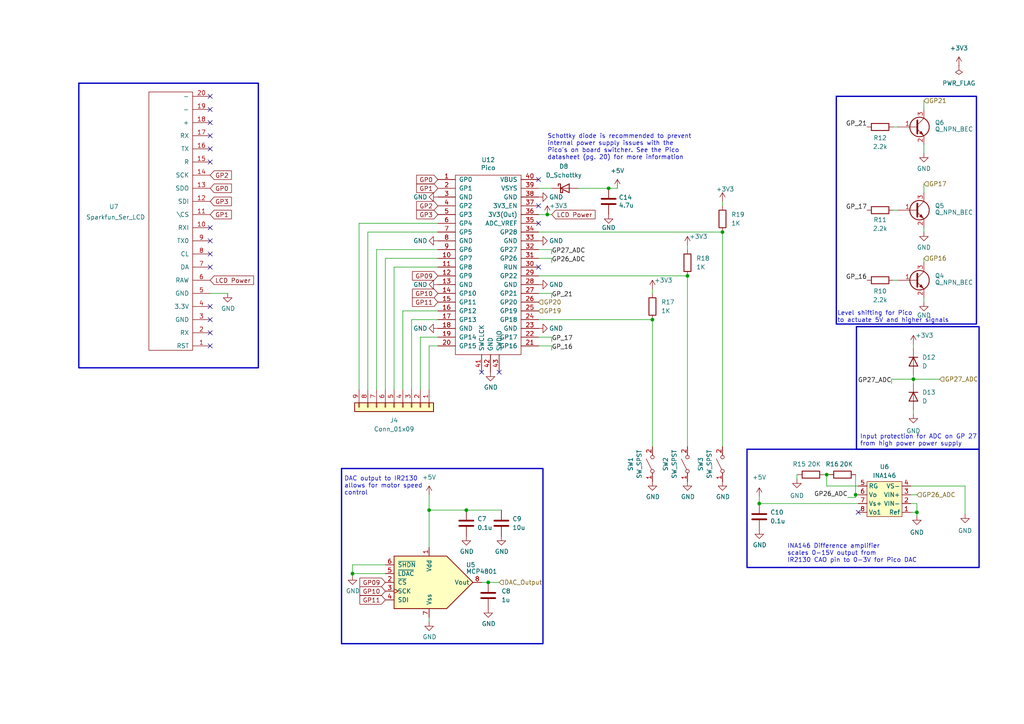
<source format=kicad_sch>
(kicad_sch
	(version 20231120)
	(generator "eeschema")
	(generator_version "8.0")
	(uuid "a045bc4f-7a97-4964-b618-6786fcaa6219")
	(paper "A4")
	(title_block
		(title "Microcontroller and User Interface")
		(date "2023-12-18")
	)
	(lib_symbols
		(symbol "Analog_DAC:MCP4801"
			(pin_names
				(offset 1.016)
			)
			(exclude_from_sim no)
			(in_bom yes)
			(on_board yes)
			(property "Reference" "U"
				(at 1.27 10.795 0)
				(effects
					(font
						(size 1.27 1.27)
					)
					(justify left)
				)
			)
			(property "Value" "MCP4801"
				(at 1.27 8.89 0)
				(effects
					(font
						(size 1.27 1.27)
					)
					(justify left)
				)
			)
			(property "Footprint" ""
				(at 22.86 -2.54 0)
				(effects
					(font
						(size 1.27 1.27)
					)
					(hide yes)
				)
			)
			(property "Datasheet" "http://ww1.microchip.com/downloads/en/DeviceDoc/22244B.pdf"
				(at 22.86 -2.54 0)
				(effects
					(font
						(size 1.27 1.27)
					)
					(hide yes)
				)
			)
			(property "Description" "8-Bit D/A Converters with SPI Interface, internal Reference (2.048V)"
				(at 0 0 0)
				(effects
					(font
						(size 1.27 1.27)
					)
					(hide yes)
				)
			)
			(property "ki_keywords" "8-Bit DAC SPI Reference 1ch"
				(at 0 0 0)
				(effects
					(font
						(size 1.27 1.27)
					)
					(hide yes)
				)
			)
			(property "ki_fp_filters" "DIP*W7.62mm* MSOP*3x3mm*P0.65mm* SOIC*3.9x4.9mm*P1.27mm*"
				(at 0 0 0)
				(effects
					(font
						(size 1.27 1.27)
					)
					(hide yes)
				)
			)
			(symbol "MCP4801_0_0"
				(polyline
					(pts
						(xy 12.7 0) (xy 5.08 7.62) (xy -10.16 7.62) (xy -10.16 -7.62) (xy 5.08 -7.62) (xy 12.7 0)
					)
					(stroke
						(width 0.254)
						(type default)
					)
					(fill
						(type background)
					)
				)
			)
			(symbol "MCP4801_1_1"
				(pin power_in line
					(at 0 10.16 270)
					(length 2.54)
					(name "Vdd"
						(effects
							(font
								(size 1.27 1.27)
							)
						)
					)
					(number "1"
						(effects
							(font
								(size 1.27 1.27)
							)
						)
					)
				)
				(pin input line
					(at -12.7 0 0)
					(length 2.54)
					(name "~{CS}"
						(effects
							(font
								(size 1.27 1.27)
							)
						)
					)
					(number "2"
						(effects
							(font
								(size 1.27 1.27)
							)
						)
					)
				)
				(pin input clock
					(at -12.7 -2.54 0)
					(length 2.54)
					(name "SCK"
						(effects
							(font
								(size 1.27 1.27)
							)
						)
					)
					(number "3"
						(effects
							(font
								(size 1.27 1.27)
							)
						)
					)
				)
				(pin input line
					(at -12.7 -5.08 0)
					(length 2.54)
					(name "SDI"
						(effects
							(font
								(size 1.27 1.27)
							)
						)
					)
					(number "4"
						(effects
							(font
								(size 1.27 1.27)
							)
						)
					)
				)
				(pin input line
					(at -12.7 2.54 0)
					(length 2.54)
					(name "~{LDAC}"
						(effects
							(font
								(size 1.27 1.27)
							)
						)
					)
					(number "5"
						(effects
							(font
								(size 1.27 1.27)
							)
						)
					)
				)
				(pin input line
					(at -12.7 5.08 0)
					(length 2.54)
					(name "~{SHDN}"
						(effects
							(font
								(size 1.27 1.27)
							)
						)
					)
					(number "6"
						(effects
							(font
								(size 1.27 1.27)
							)
						)
					)
				)
				(pin power_in line
					(at 0 -10.16 90)
					(length 2.54)
					(name "Vss"
						(effects
							(font
								(size 1.27 1.27)
							)
						)
					)
					(number "7"
						(effects
							(font
								(size 1.27 1.27)
							)
						)
					)
				)
				(pin output line
					(at 15.24 0 180)
					(length 2.54)
					(name "Vout"
						(effects
							(font
								(size 1.27 1.27)
							)
						)
					)
					(number "8"
						(effects
							(font
								(size 1.27 1.27)
							)
						)
					)
				)
			)
		)
		(symbol "Connector_Generic:Conn_01x09"
			(pin_names
				(offset 1.016) hide)
			(exclude_from_sim no)
			(in_bom yes)
			(on_board yes)
			(property "Reference" "J"
				(at 0 12.7 0)
				(effects
					(font
						(size 1.27 1.27)
					)
				)
			)
			(property "Value" "Conn_01x09"
				(at 0 -12.7 0)
				(effects
					(font
						(size 1.27 1.27)
					)
				)
			)
			(property "Footprint" ""
				(at 0 0 0)
				(effects
					(font
						(size 1.27 1.27)
					)
					(hide yes)
				)
			)
			(property "Datasheet" "~"
				(at 0 0 0)
				(effects
					(font
						(size 1.27 1.27)
					)
					(hide yes)
				)
			)
			(property "Description" "Generic connector, single row, 01x09, script generated (kicad-library-utils/schlib/autogen/connector/)"
				(at 0 0 0)
				(effects
					(font
						(size 1.27 1.27)
					)
					(hide yes)
				)
			)
			(property "ki_keywords" "connector"
				(at 0 0 0)
				(effects
					(font
						(size 1.27 1.27)
					)
					(hide yes)
				)
			)
			(property "ki_fp_filters" "Connector*:*_1x??_*"
				(at 0 0 0)
				(effects
					(font
						(size 1.27 1.27)
					)
					(hide yes)
				)
			)
			(symbol "Conn_01x09_1_1"
				(rectangle
					(start -1.27 -10.033)
					(end 0 -10.287)
					(stroke
						(width 0.1524)
						(type default)
					)
					(fill
						(type none)
					)
				)
				(rectangle
					(start -1.27 -7.493)
					(end 0 -7.747)
					(stroke
						(width 0.1524)
						(type default)
					)
					(fill
						(type none)
					)
				)
				(rectangle
					(start -1.27 -4.953)
					(end 0 -5.207)
					(stroke
						(width 0.1524)
						(type default)
					)
					(fill
						(type none)
					)
				)
				(rectangle
					(start -1.27 -2.413)
					(end 0 -2.667)
					(stroke
						(width 0.1524)
						(type default)
					)
					(fill
						(type none)
					)
				)
				(rectangle
					(start -1.27 0.127)
					(end 0 -0.127)
					(stroke
						(width 0.1524)
						(type default)
					)
					(fill
						(type none)
					)
				)
				(rectangle
					(start -1.27 2.667)
					(end 0 2.413)
					(stroke
						(width 0.1524)
						(type default)
					)
					(fill
						(type none)
					)
				)
				(rectangle
					(start -1.27 5.207)
					(end 0 4.953)
					(stroke
						(width 0.1524)
						(type default)
					)
					(fill
						(type none)
					)
				)
				(rectangle
					(start -1.27 7.747)
					(end 0 7.493)
					(stroke
						(width 0.1524)
						(type default)
					)
					(fill
						(type none)
					)
				)
				(rectangle
					(start -1.27 10.287)
					(end 0 10.033)
					(stroke
						(width 0.1524)
						(type default)
					)
					(fill
						(type none)
					)
				)
				(rectangle
					(start -1.27 11.43)
					(end 1.27 -11.43)
					(stroke
						(width 0.254)
						(type default)
					)
					(fill
						(type background)
					)
				)
				(pin passive line
					(at -5.08 10.16 0)
					(length 3.81)
					(name "Pin_1"
						(effects
							(font
								(size 1.27 1.27)
							)
						)
					)
					(number "1"
						(effects
							(font
								(size 1.27 1.27)
							)
						)
					)
				)
				(pin passive line
					(at -5.08 7.62 0)
					(length 3.81)
					(name "Pin_2"
						(effects
							(font
								(size 1.27 1.27)
							)
						)
					)
					(number "2"
						(effects
							(font
								(size 1.27 1.27)
							)
						)
					)
				)
				(pin passive line
					(at -5.08 5.08 0)
					(length 3.81)
					(name "Pin_3"
						(effects
							(font
								(size 1.27 1.27)
							)
						)
					)
					(number "3"
						(effects
							(font
								(size 1.27 1.27)
							)
						)
					)
				)
				(pin passive line
					(at -5.08 2.54 0)
					(length 3.81)
					(name "Pin_4"
						(effects
							(font
								(size 1.27 1.27)
							)
						)
					)
					(number "4"
						(effects
							(font
								(size 1.27 1.27)
							)
						)
					)
				)
				(pin passive line
					(at -5.08 0 0)
					(length 3.81)
					(name "Pin_5"
						(effects
							(font
								(size 1.27 1.27)
							)
						)
					)
					(number "5"
						(effects
							(font
								(size 1.27 1.27)
							)
						)
					)
				)
				(pin passive line
					(at -5.08 -2.54 0)
					(length 3.81)
					(name "Pin_6"
						(effects
							(font
								(size 1.27 1.27)
							)
						)
					)
					(number "6"
						(effects
							(font
								(size 1.27 1.27)
							)
						)
					)
				)
				(pin passive line
					(at -5.08 -5.08 0)
					(length 3.81)
					(name "Pin_7"
						(effects
							(font
								(size 1.27 1.27)
							)
						)
					)
					(number "7"
						(effects
							(font
								(size 1.27 1.27)
							)
						)
					)
				)
				(pin passive line
					(at -5.08 -7.62 0)
					(length 3.81)
					(name "Pin_8"
						(effects
							(font
								(size 1.27 1.27)
							)
						)
					)
					(number "8"
						(effects
							(font
								(size 1.27 1.27)
							)
						)
					)
				)
				(pin passive line
					(at -5.08 -10.16 0)
					(length 3.81)
					(name "Pin_9"
						(effects
							(font
								(size 1.27 1.27)
							)
						)
					)
					(number "9"
						(effects
							(font
								(size 1.27 1.27)
							)
						)
					)
				)
			)
		)
		(symbol "Device:C"
			(pin_numbers hide)
			(pin_names
				(offset 0.254)
			)
			(exclude_from_sim no)
			(in_bom yes)
			(on_board yes)
			(property "Reference" "C"
				(at 0.635 2.54 0)
				(effects
					(font
						(size 1.27 1.27)
					)
					(justify left)
				)
			)
			(property "Value" "C"
				(at 0.635 -2.54 0)
				(effects
					(font
						(size 1.27 1.27)
					)
					(justify left)
				)
			)
			(property "Footprint" ""
				(at 0.9652 -3.81 0)
				(effects
					(font
						(size 1.27 1.27)
					)
					(hide yes)
				)
			)
			(property "Datasheet" "~"
				(at 0 0 0)
				(effects
					(font
						(size 1.27 1.27)
					)
					(hide yes)
				)
			)
			(property "Description" "Unpolarized capacitor"
				(at 0 0 0)
				(effects
					(font
						(size 1.27 1.27)
					)
					(hide yes)
				)
			)
			(property "ki_keywords" "cap capacitor"
				(at 0 0 0)
				(effects
					(font
						(size 1.27 1.27)
					)
					(hide yes)
				)
			)
			(property "ki_fp_filters" "C_*"
				(at 0 0 0)
				(effects
					(font
						(size 1.27 1.27)
					)
					(hide yes)
				)
			)
			(symbol "C_0_1"
				(polyline
					(pts
						(xy -2.032 -0.762) (xy 2.032 -0.762)
					)
					(stroke
						(width 0.508)
						(type default)
					)
					(fill
						(type none)
					)
				)
				(polyline
					(pts
						(xy -2.032 0.762) (xy 2.032 0.762)
					)
					(stroke
						(width 0.508)
						(type default)
					)
					(fill
						(type none)
					)
				)
			)
			(symbol "C_1_1"
				(pin passive line
					(at 0 3.81 270)
					(length 2.794)
					(name "~"
						(effects
							(font
								(size 1.27 1.27)
							)
						)
					)
					(number "1"
						(effects
							(font
								(size 1.27 1.27)
							)
						)
					)
				)
				(pin passive line
					(at 0 -3.81 90)
					(length 2.794)
					(name "~"
						(effects
							(font
								(size 1.27 1.27)
							)
						)
					)
					(number "2"
						(effects
							(font
								(size 1.27 1.27)
							)
						)
					)
				)
			)
		)
		(symbol "Device:D"
			(pin_numbers hide)
			(pin_names
				(offset 1.016) hide)
			(exclude_from_sim no)
			(in_bom yes)
			(on_board yes)
			(property "Reference" "D"
				(at 0 2.54 0)
				(effects
					(font
						(size 1.27 1.27)
					)
				)
			)
			(property "Value" "D"
				(at 0 -2.54 0)
				(effects
					(font
						(size 1.27 1.27)
					)
				)
			)
			(property "Footprint" ""
				(at 0 0 0)
				(effects
					(font
						(size 1.27 1.27)
					)
					(hide yes)
				)
			)
			(property "Datasheet" "~"
				(at 0 0 0)
				(effects
					(font
						(size 1.27 1.27)
					)
					(hide yes)
				)
			)
			(property "Description" "Diode"
				(at 0 0 0)
				(effects
					(font
						(size 1.27 1.27)
					)
					(hide yes)
				)
			)
			(property "Sim.Device" "D"
				(at 0 0 0)
				(effects
					(font
						(size 1.27 1.27)
					)
					(hide yes)
				)
			)
			(property "Sim.Pins" "1=K 2=A"
				(at 0 0 0)
				(effects
					(font
						(size 1.27 1.27)
					)
					(hide yes)
				)
			)
			(property "ki_keywords" "diode"
				(at 0 0 0)
				(effects
					(font
						(size 1.27 1.27)
					)
					(hide yes)
				)
			)
			(property "ki_fp_filters" "TO-???* *_Diode_* *SingleDiode* D_*"
				(at 0 0 0)
				(effects
					(font
						(size 1.27 1.27)
					)
					(hide yes)
				)
			)
			(symbol "D_0_1"
				(polyline
					(pts
						(xy -1.27 1.27) (xy -1.27 -1.27)
					)
					(stroke
						(width 0.254)
						(type default)
					)
					(fill
						(type none)
					)
				)
				(polyline
					(pts
						(xy 1.27 0) (xy -1.27 0)
					)
					(stroke
						(width 0)
						(type default)
					)
					(fill
						(type none)
					)
				)
				(polyline
					(pts
						(xy 1.27 1.27) (xy 1.27 -1.27) (xy -1.27 0) (xy 1.27 1.27)
					)
					(stroke
						(width 0.254)
						(type default)
					)
					(fill
						(type none)
					)
				)
			)
			(symbol "D_1_1"
				(pin passive line
					(at -3.81 0 0)
					(length 2.54)
					(name "K"
						(effects
							(font
								(size 1.27 1.27)
							)
						)
					)
					(number "1"
						(effects
							(font
								(size 1.27 1.27)
							)
						)
					)
				)
				(pin passive line
					(at 3.81 0 180)
					(length 2.54)
					(name "A"
						(effects
							(font
								(size 1.27 1.27)
							)
						)
					)
					(number "2"
						(effects
							(font
								(size 1.27 1.27)
							)
						)
					)
				)
			)
		)
		(symbol "Device:D_Schottky"
			(pin_numbers hide)
			(pin_names
				(offset 1.016) hide)
			(exclude_from_sim no)
			(in_bom yes)
			(on_board yes)
			(property "Reference" "D"
				(at 0 2.54 0)
				(effects
					(font
						(size 1.27 1.27)
					)
				)
			)
			(property "Value" "D_Schottky"
				(at 0 -2.54 0)
				(effects
					(font
						(size 1.27 1.27)
					)
				)
			)
			(property "Footprint" ""
				(at 0 0 0)
				(effects
					(font
						(size 1.27 1.27)
					)
					(hide yes)
				)
			)
			(property "Datasheet" "~"
				(at 0 0 0)
				(effects
					(font
						(size 1.27 1.27)
					)
					(hide yes)
				)
			)
			(property "Description" "Schottky diode"
				(at 0 0 0)
				(effects
					(font
						(size 1.27 1.27)
					)
					(hide yes)
				)
			)
			(property "ki_keywords" "diode Schottky"
				(at 0 0 0)
				(effects
					(font
						(size 1.27 1.27)
					)
					(hide yes)
				)
			)
			(property "ki_fp_filters" "TO-???* *_Diode_* *SingleDiode* D_*"
				(at 0 0 0)
				(effects
					(font
						(size 1.27 1.27)
					)
					(hide yes)
				)
			)
			(symbol "D_Schottky_0_1"
				(polyline
					(pts
						(xy 1.27 0) (xy -1.27 0)
					)
					(stroke
						(width 0)
						(type default)
					)
					(fill
						(type none)
					)
				)
				(polyline
					(pts
						(xy 1.27 1.27) (xy 1.27 -1.27) (xy -1.27 0) (xy 1.27 1.27)
					)
					(stroke
						(width 0.254)
						(type default)
					)
					(fill
						(type none)
					)
				)
				(polyline
					(pts
						(xy -1.905 0.635) (xy -1.905 1.27) (xy -1.27 1.27) (xy -1.27 -1.27) (xy -0.635 -1.27) (xy -0.635 -0.635)
					)
					(stroke
						(width 0.254)
						(type default)
					)
					(fill
						(type none)
					)
				)
			)
			(symbol "D_Schottky_1_1"
				(pin passive line
					(at -3.81 0 0)
					(length 2.54)
					(name "K"
						(effects
							(font
								(size 1.27 1.27)
							)
						)
					)
					(number "1"
						(effects
							(font
								(size 1.27 1.27)
							)
						)
					)
				)
				(pin passive line
					(at 3.81 0 180)
					(length 2.54)
					(name "A"
						(effects
							(font
								(size 1.27 1.27)
							)
						)
					)
					(number "2"
						(effects
							(font
								(size 1.27 1.27)
							)
						)
					)
				)
			)
		)
		(symbol "Device:Q_NPN_BEC"
			(pin_names
				(offset 0) hide)
			(exclude_from_sim no)
			(in_bom yes)
			(on_board yes)
			(property "Reference" "Q"
				(at 5.08 1.27 0)
				(effects
					(font
						(size 1.27 1.27)
					)
					(justify left)
				)
			)
			(property "Value" "Q_NPN_BEC"
				(at 5.08 -1.27 0)
				(effects
					(font
						(size 1.27 1.27)
					)
					(justify left)
				)
			)
			(property "Footprint" ""
				(at 5.08 2.54 0)
				(effects
					(font
						(size 1.27 1.27)
					)
					(hide yes)
				)
			)
			(property "Datasheet" "~"
				(at 0 0 0)
				(effects
					(font
						(size 1.27 1.27)
					)
					(hide yes)
				)
			)
			(property "Description" "NPN transistor, base/emitter/collector"
				(at 0 0 0)
				(effects
					(font
						(size 1.27 1.27)
					)
					(hide yes)
				)
			)
			(property "ki_keywords" "transistor NPN"
				(at 0 0 0)
				(effects
					(font
						(size 1.27 1.27)
					)
					(hide yes)
				)
			)
			(symbol "Q_NPN_BEC_0_1"
				(polyline
					(pts
						(xy 0.635 0.635) (xy 2.54 2.54)
					)
					(stroke
						(width 0)
						(type default)
					)
					(fill
						(type none)
					)
				)
				(polyline
					(pts
						(xy 0.635 -0.635) (xy 2.54 -2.54) (xy 2.54 -2.54)
					)
					(stroke
						(width 0)
						(type default)
					)
					(fill
						(type none)
					)
				)
				(polyline
					(pts
						(xy 0.635 1.905) (xy 0.635 -1.905) (xy 0.635 -1.905)
					)
					(stroke
						(width 0.508)
						(type default)
					)
					(fill
						(type none)
					)
				)
				(polyline
					(pts
						(xy 1.27 -1.778) (xy 1.778 -1.27) (xy 2.286 -2.286) (xy 1.27 -1.778) (xy 1.27 -1.778)
					)
					(stroke
						(width 0)
						(type default)
					)
					(fill
						(type outline)
					)
				)
				(circle
					(center 1.27 0)
					(radius 2.8194)
					(stroke
						(width 0.254)
						(type default)
					)
					(fill
						(type none)
					)
				)
			)
			(symbol "Q_NPN_BEC_1_1"
				(pin input line
					(at -5.08 0 0)
					(length 5.715)
					(name "B"
						(effects
							(font
								(size 1.27 1.27)
							)
						)
					)
					(number "1"
						(effects
							(font
								(size 1.27 1.27)
							)
						)
					)
				)
				(pin passive line
					(at 2.54 -5.08 90)
					(length 2.54)
					(name "E"
						(effects
							(font
								(size 1.27 1.27)
							)
						)
					)
					(number "2"
						(effects
							(font
								(size 1.27 1.27)
							)
						)
					)
				)
				(pin passive line
					(at 2.54 5.08 270)
					(length 2.54)
					(name "C"
						(effects
							(font
								(size 1.27 1.27)
							)
						)
					)
					(number "3"
						(effects
							(font
								(size 1.27 1.27)
							)
						)
					)
				)
			)
		)
		(symbol "Device:R"
			(pin_numbers hide)
			(pin_names
				(offset 0)
			)
			(exclude_from_sim no)
			(in_bom yes)
			(on_board yes)
			(property "Reference" "R"
				(at 2.032 0 90)
				(effects
					(font
						(size 1.27 1.27)
					)
				)
			)
			(property "Value" "R"
				(at 0 0 90)
				(effects
					(font
						(size 1.27 1.27)
					)
				)
			)
			(property "Footprint" ""
				(at -1.778 0 90)
				(effects
					(font
						(size 1.27 1.27)
					)
					(hide yes)
				)
			)
			(property "Datasheet" "~"
				(at 0 0 0)
				(effects
					(font
						(size 1.27 1.27)
					)
					(hide yes)
				)
			)
			(property "Description" "Resistor"
				(at 0 0 0)
				(effects
					(font
						(size 1.27 1.27)
					)
					(hide yes)
				)
			)
			(property "ki_keywords" "R res resistor"
				(at 0 0 0)
				(effects
					(font
						(size 1.27 1.27)
					)
					(hide yes)
				)
			)
			(property "ki_fp_filters" "R_*"
				(at 0 0 0)
				(effects
					(font
						(size 1.27 1.27)
					)
					(hide yes)
				)
			)
			(symbol "R_0_1"
				(rectangle
					(start -1.016 -2.54)
					(end 1.016 2.54)
					(stroke
						(width 0.254)
						(type default)
					)
					(fill
						(type none)
					)
				)
			)
			(symbol "R_1_1"
				(pin passive line
					(at 0 3.81 270)
					(length 1.27)
					(name "~"
						(effects
							(font
								(size 1.27 1.27)
							)
						)
					)
					(number "1"
						(effects
							(font
								(size 1.27 1.27)
							)
						)
					)
				)
				(pin passive line
					(at 0 -3.81 90)
					(length 1.27)
					(name "~"
						(effects
							(font
								(size 1.27 1.27)
							)
						)
					)
					(number "2"
						(effects
							(font
								(size 1.27 1.27)
							)
						)
					)
				)
			)
		)
		(symbol "Switch:SW_SPST"
			(pin_names
				(offset 0) hide)
			(exclude_from_sim no)
			(in_bom yes)
			(on_board yes)
			(property "Reference" "SW"
				(at 0 3.175 0)
				(effects
					(font
						(size 1.27 1.27)
					)
				)
			)
			(property "Value" "SW_SPST"
				(at 0 -2.54 0)
				(effects
					(font
						(size 1.27 1.27)
					)
				)
			)
			(property "Footprint" ""
				(at 0 0 0)
				(effects
					(font
						(size 1.27 1.27)
					)
					(hide yes)
				)
			)
			(property "Datasheet" "~"
				(at 0 0 0)
				(effects
					(font
						(size 1.27 1.27)
					)
					(hide yes)
				)
			)
			(property "Description" "Single Pole Single Throw (SPST) switch"
				(at 0 0 0)
				(effects
					(font
						(size 1.27 1.27)
					)
					(hide yes)
				)
			)
			(property "ki_keywords" "switch lever"
				(at 0 0 0)
				(effects
					(font
						(size 1.27 1.27)
					)
					(hide yes)
				)
			)
			(symbol "SW_SPST_0_0"
				(circle
					(center -2.032 0)
					(radius 0.508)
					(stroke
						(width 0)
						(type default)
					)
					(fill
						(type none)
					)
				)
				(polyline
					(pts
						(xy -1.524 0.254) (xy 1.524 1.778)
					)
					(stroke
						(width 0)
						(type default)
					)
					(fill
						(type none)
					)
				)
				(circle
					(center 2.032 0)
					(radius 0.508)
					(stroke
						(width 0)
						(type default)
					)
					(fill
						(type none)
					)
				)
			)
			(symbol "SW_SPST_1_1"
				(pin passive line
					(at -5.08 0 0)
					(length 2.54)
					(name "A"
						(effects
							(font
								(size 1.27 1.27)
							)
						)
					)
					(number "1"
						(effects
							(font
								(size 1.27 1.27)
							)
						)
					)
				)
				(pin passive line
					(at 5.08 0 180)
					(length 2.54)
					(name "B"
						(effects
							(font
								(size 1.27 1.27)
							)
						)
					)
					(number "2"
						(effects
							(font
								(size 1.27 1.27)
							)
						)
					)
				)
			)
		)
		(symbol "TurbopumpLibrary:INA416"
			(exclude_from_sim no)
			(in_bom yes)
			(on_board yes)
			(property "Reference" "U"
				(at 0 7.62 0)
				(effects
					(font
						(size 1.27 1.27)
					)
				)
			)
			(property "Value" "INA416"
				(at 0 -7.62 0)
				(effects
					(font
						(size 1.27 1.27)
					)
				)
			)
			(property "Footprint" ""
				(at 0 0 0)
				(effects
					(font
						(size 1.27 1.27)
					)
					(hide yes)
				)
			)
			(property "Datasheet" ""
				(at 0 0 0)
				(effects
					(font
						(size 1.27 1.27)
					)
					(hide yes)
				)
			)
			(property "Description" ""
				(at 0 0 0)
				(effects
					(font
						(size 1.27 1.27)
					)
					(hide yes)
				)
			)
			(symbol "INA416_0_1"
				(rectangle
					(start -5.08 5.08)
					(end 5.08 -5.08)
					(stroke
						(width 0)
						(type default)
					)
					(fill
						(type background)
					)
				)
			)
			(symbol "INA416_1_1"
				(pin input line
					(at -7.62 3.81 0)
					(length 2.54)
					(name "Ref"
						(effects
							(font
								(size 1.27 1.27)
							)
						)
					)
					(number "1"
						(effects
							(font
								(size 1.27 1.27)
							)
						)
					)
				)
				(pin input line
					(at -7.62 1.27 0)
					(length 2.54)
					(name "VIN-"
						(effects
							(font
								(size 1.27 1.27)
							)
						)
					)
					(number "2"
						(effects
							(font
								(size 1.27 1.27)
							)
						)
					)
				)
				(pin input line
					(at -7.62 -1.27 0)
					(length 2.54)
					(name "VIN+"
						(effects
							(font
								(size 1.27 1.27)
							)
						)
					)
					(number "3"
						(effects
							(font
								(size 1.27 1.27)
							)
						)
					)
				)
				(pin input line
					(at -7.62 -3.81 0)
					(length 2.54)
					(name "VS-"
						(effects
							(font
								(size 1.27 1.27)
							)
						)
					)
					(number "4"
						(effects
							(font
								(size 1.27 1.27)
							)
						)
					)
				)
				(pin input line
					(at 7.62 -3.81 180)
					(length 2.54)
					(name "RG"
						(effects
							(font
								(size 1.27 1.27)
							)
						)
					)
					(number "5"
						(effects
							(font
								(size 1.27 1.27)
							)
						)
					)
				)
				(pin input line
					(at 7.62 -1.27 180)
					(length 2.54)
					(name "Vo"
						(effects
							(font
								(size 1.27 1.27)
							)
						)
					)
					(number "6"
						(effects
							(font
								(size 1.27 1.27)
							)
						)
					)
				)
				(pin input line
					(at 7.62 1.27 180)
					(length 2.54)
					(name "Vs+"
						(effects
							(font
								(size 1.27 1.27)
							)
						)
					)
					(number "7"
						(effects
							(font
								(size 1.27 1.27)
							)
						)
					)
				)
				(pin input line
					(at 7.62 3.81 180)
					(length 2.54)
					(name "Vo1"
						(effects
							(font
								(size 1.27 1.27)
							)
						)
					)
					(number "8"
						(effects
							(font
								(size 1.27 1.27)
							)
						)
					)
				)
			)
		)
		(symbol "TurbopumpLibrary:Pico"
			(pin_names
				(offset 1.016)
			)
			(exclude_from_sim no)
			(in_bom yes)
			(on_board yes)
			(property "Reference" "U12"
				(at -0.635 5.715 0)
				(effects
					(font
						(size 1.27 1.27)
					)
				)
			)
			(property "Value" "Pico"
				(at -0.635 3.4036 0)
				(effects
					(font
						(size 1.27 1.27)
					)
				)
			)
			(property "Footprint" "MCU_RaspberryPi_and_Boards:RPi_Pico_SMD_TH"
				(at 0 0 0)
				(effects
					(font
						(size 1.27 1.27)
					)
					(hide yes)
				)
			)
			(property "Datasheet" ""
				(at 0 0 0)
				(effects
					(font
						(size 1.27 1.27)
					)
					(hide yes)
				)
			)
			(property "Description" ""
				(at 0 0 0)
				(effects
					(font
						(size 1.27 1.27)
					)
					(hide yes)
				)
			)
			(symbol "Pico_0_1"
				(rectangle
					(start -10.16 1.27)
					(end 8.89 -50.8)
					(stroke
						(width 0)
						(type default)
					)
					(fill
						(type none)
					)
				)
			)
			(symbol "Pico_1_1"
				(pin bidirectional line
					(at -15.24 0 0)
					(length 5.08)
					(name "GP0"
						(effects
							(font
								(size 1.27 1.27)
							)
						)
					)
					(number "1"
						(effects
							(font
								(size 1.27 1.27)
							)
						)
					)
				)
				(pin bidirectional line
					(at -15.24 -22.86 0)
					(length 5.08)
					(name "GP7"
						(effects
							(font
								(size 1.27 1.27)
							)
						)
					)
					(number "10"
						(effects
							(font
								(size 1.27 1.27)
							)
						)
					)
				)
				(pin bidirectional line
					(at -15.24 -25.4 0)
					(length 5.08)
					(name "GP8"
						(effects
							(font
								(size 1.27 1.27)
							)
						)
					)
					(number "11"
						(effects
							(font
								(size 1.27 1.27)
							)
						)
					)
				)
				(pin bidirectional line
					(at -15.24 -27.94 0)
					(length 5.08)
					(name "GP9"
						(effects
							(font
								(size 1.27 1.27)
							)
						)
					)
					(number "12"
						(effects
							(font
								(size 1.27 1.27)
							)
						)
					)
				)
				(pin power_in line
					(at -15.24 -30.48 0)
					(length 5.08)
					(name "GND"
						(effects
							(font
								(size 1.27 1.27)
							)
						)
					)
					(number "13"
						(effects
							(font
								(size 1.27 1.27)
							)
						)
					)
				)
				(pin bidirectional line
					(at -15.24 -33.02 0)
					(length 5.08)
					(name "GP10"
						(effects
							(font
								(size 1.27 1.27)
							)
						)
					)
					(number "14"
						(effects
							(font
								(size 1.27 1.27)
							)
						)
					)
				)
				(pin bidirectional line
					(at -15.24 -35.56 0)
					(length 5.08)
					(name "GP11"
						(effects
							(font
								(size 1.27 1.27)
							)
						)
					)
					(number "15"
						(effects
							(font
								(size 1.27 1.27)
							)
						)
					)
				)
				(pin bidirectional line
					(at -15.24 -38.1 0)
					(length 5.08)
					(name "GP12"
						(effects
							(font
								(size 1.27 1.27)
							)
						)
					)
					(number "16"
						(effects
							(font
								(size 1.27 1.27)
							)
						)
					)
				)
				(pin bidirectional line
					(at -15.24 -40.64 0)
					(length 5.08)
					(name "GP13"
						(effects
							(font
								(size 1.27 1.27)
							)
						)
					)
					(number "17"
						(effects
							(font
								(size 1.27 1.27)
							)
						)
					)
				)
				(pin power_in line
					(at -15.24 -43.18 0)
					(length 5.08)
					(name "GND"
						(effects
							(font
								(size 1.27 1.27)
							)
						)
					)
					(number "18"
						(effects
							(font
								(size 1.27 1.27)
							)
						)
					)
				)
				(pin bidirectional line
					(at -15.24 -45.72 0)
					(length 5.08)
					(name "GP14"
						(effects
							(font
								(size 1.27 1.27)
							)
						)
					)
					(number "19"
						(effects
							(font
								(size 1.27 1.27)
							)
						)
					)
				)
				(pin bidirectional line
					(at -15.24 -2.54 0)
					(length 5.08)
					(name "GP1"
						(effects
							(font
								(size 1.27 1.27)
							)
						)
					)
					(number "2"
						(effects
							(font
								(size 1.27 1.27)
							)
						)
					)
				)
				(pin bidirectional line
					(at -15.24 -48.26 0)
					(length 5.08)
					(name "GP15"
						(effects
							(font
								(size 1.27 1.27)
							)
						)
					)
					(number "20"
						(effects
							(font
								(size 1.27 1.27)
							)
						)
					)
				)
				(pin bidirectional line
					(at 13.97 -48.26 180)
					(length 5.08)
					(name "GP16"
						(effects
							(font
								(size 1.27 1.27)
							)
						)
					)
					(number "21"
						(effects
							(font
								(size 1.27 1.27)
							)
						)
					)
				)
				(pin bidirectional line
					(at 13.97 -45.72 180)
					(length 5.08)
					(name "GP17"
						(effects
							(font
								(size 1.27 1.27)
							)
						)
					)
					(number "22"
						(effects
							(font
								(size 1.27 1.27)
							)
						)
					)
				)
				(pin power_in line
					(at 13.97 -43.18 180)
					(length 5.08)
					(name "GND"
						(effects
							(font
								(size 1.27 1.27)
							)
						)
					)
					(number "23"
						(effects
							(font
								(size 1.27 1.27)
							)
						)
					)
				)
				(pin bidirectional line
					(at 13.97 -40.64 180)
					(length 5.08)
					(name "GP18"
						(effects
							(font
								(size 1.27 1.27)
							)
						)
					)
					(number "24"
						(effects
							(font
								(size 1.27 1.27)
							)
						)
					)
				)
				(pin bidirectional line
					(at 13.97 -38.1 180)
					(length 5.08)
					(name "GP19"
						(effects
							(font
								(size 1.27 1.27)
							)
						)
					)
					(number "25"
						(effects
							(font
								(size 1.27 1.27)
							)
						)
					)
				)
				(pin bidirectional line
					(at 13.97 -35.56 180)
					(length 5.08)
					(name "GP20"
						(effects
							(font
								(size 1.27 1.27)
							)
						)
					)
					(number "26"
						(effects
							(font
								(size 1.27 1.27)
							)
						)
					)
				)
				(pin bidirectional line
					(at 13.97 -33.02 180)
					(length 5.08)
					(name "GP21"
						(effects
							(font
								(size 1.27 1.27)
							)
						)
					)
					(number "27"
						(effects
							(font
								(size 1.27 1.27)
							)
						)
					)
				)
				(pin power_in line
					(at 13.97 -30.48 180)
					(length 5.08)
					(name "GND"
						(effects
							(font
								(size 1.27 1.27)
							)
						)
					)
					(number "28"
						(effects
							(font
								(size 1.27 1.27)
							)
						)
					)
				)
				(pin bidirectional line
					(at 13.97 -27.94 180)
					(length 5.08)
					(name "GP22"
						(effects
							(font
								(size 1.27 1.27)
							)
						)
					)
					(number "29"
						(effects
							(font
								(size 1.27 1.27)
							)
						)
					)
				)
				(pin power_in line
					(at -15.24 -5.08 0)
					(length 5.08)
					(name "GND"
						(effects
							(font
								(size 1.27 1.27)
							)
						)
					)
					(number "3"
						(effects
							(font
								(size 1.27 1.27)
							)
						)
					)
				)
				(pin bidirectional line
					(at 13.97 -25.4 180)
					(length 5.08)
					(name "RUN"
						(effects
							(font
								(size 1.27 1.27)
							)
						)
					)
					(number "30"
						(effects
							(font
								(size 1.27 1.27)
							)
						)
					)
				)
				(pin bidirectional line
					(at 13.97 -22.86 180)
					(length 5.08)
					(name "GP26"
						(effects
							(font
								(size 1.27 1.27)
							)
						)
					)
					(number "31"
						(effects
							(font
								(size 1.27 1.27)
							)
						)
					)
				)
				(pin bidirectional line
					(at 13.97 -20.32 180)
					(length 5.08)
					(name "GP27"
						(effects
							(font
								(size 1.27 1.27)
							)
						)
					)
					(number "32"
						(effects
							(font
								(size 1.27 1.27)
							)
						)
					)
				)
				(pin bidirectional line
					(at 13.97 -17.78 180)
					(length 5.08)
					(name "GND"
						(effects
							(font
								(size 1.27 1.27)
							)
						)
					)
					(number "33"
						(effects
							(font
								(size 1.27 1.27)
							)
						)
					)
				)
				(pin bidirectional line
					(at 13.97 -15.24 180)
					(length 5.08)
					(name "GP28"
						(effects
							(font
								(size 1.27 1.27)
							)
						)
					)
					(number "34"
						(effects
							(font
								(size 1.27 1.27)
							)
						)
					)
				)
				(pin bidirectional line
					(at 13.97 -12.7 180)
					(length 5.08)
					(name "ADC_VREF"
						(effects
							(font
								(size 1.27 1.27)
							)
						)
					)
					(number "35"
						(effects
							(font
								(size 1.27 1.27)
							)
						)
					)
				)
				(pin bidirectional line
					(at 13.97 -10.16 180)
					(length 5.08)
					(name "3V3(Out)"
						(effects
							(font
								(size 1.27 1.27)
							)
						)
					)
					(number "36"
						(effects
							(font
								(size 1.27 1.27)
							)
						)
					)
				)
				(pin bidirectional line
					(at 13.97 -7.62 180)
					(length 5.08)
					(name "3V3_EN"
						(effects
							(font
								(size 1.27 1.27)
							)
						)
					)
					(number "37"
						(effects
							(font
								(size 1.27 1.27)
							)
						)
					)
				)
				(pin bidirectional line
					(at 13.97 -5.08 180)
					(length 5.08)
					(name "GND"
						(effects
							(font
								(size 1.27 1.27)
							)
						)
					)
					(number "38"
						(effects
							(font
								(size 1.27 1.27)
							)
						)
					)
				)
				(pin bidirectional line
					(at 13.97 -2.54 180)
					(length 5.08)
					(name "VSYS"
						(effects
							(font
								(size 1.27 1.27)
							)
						)
					)
					(number "39"
						(effects
							(font
								(size 1.27 1.27)
							)
						)
					)
				)
				(pin bidirectional line
					(at -15.24 -7.62 0)
					(length 5.08)
					(name "GP2"
						(effects
							(font
								(size 1.27 1.27)
							)
						)
					)
					(number "4"
						(effects
							(font
								(size 1.27 1.27)
							)
						)
					)
				)
				(pin bidirectional line
					(at 13.97 0 180)
					(length 5.08)
					(name "VBUS"
						(effects
							(font
								(size 1.27 1.27)
							)
						)
					)
					(number "40"
						(effects
							(font
								(size 1.27 1.27)
							)
						)
					)
				)
				(pin output line
					(at -2.54 -55.88 90)
					(length 5.08)
					(name "SWCLCK"
						(effects
							(font
								(size 1.27 1.27)
							)
						)
					)
					(number "41"
						(effects
							(font
								(size 1.27 1.27)
							)
						)
					)
				)
				(pin power_in line
					(at 0 -55.88 90)
					(length 5.08)
					(name "GND"
						(effects
							(font
								(size 1.27 1.27)
							)
						)
					)
					(number "42"
						(effects
							(font
								(size 1.27 1.27)
							)
						)
					)
				)
				(pin output line
					(at 2.54 -55.88 90)
					(length 5.08)
					(name "SWDIO"
						(effects
							(font
								(size 1.27 1.27)
							)
						)
					)
					(number "43"
						(effects
							(font
								(size 1.27 1.27)
							)
						)
					)
				)
				(pin bidirectional line
					(at -15.24 -10.16 0)
					(length 5.08)
					(name "GP3"
						(effects
							(font
								(size 1.27 1.27)
							)
						)
					)
					(number "5"
						(effects
							(font
								(size 1.27 1.27)
							)
						)
					)
				)
				(pin bidirectional line
					(at -15.24 -12.7 0)
					(length 5.08)
					(name "GP4"
						(effects
							(font
								(size 1.27 1.27)
							)
						)
					)
					(number "6"
						(effects
							(font
								(size 1.27 1.27)
							)
						)
					)
				)
				(pin bidirectional line
					(at -15.24 -15.24 0)
					(length 5.08)
					(name "GP5"
						(effects
							(font
								(size 1.27 1.27)
							)
						)
					)
					(number "7"
						(effects
							(font
								(size 1.27 1.27)
							)
						)
					)
				)
				(pin power_in line
					(at -15.24 -17.78 0)
					(length 5.08)
					(name "GND"
						(effects
							(font
								(size 1.27 1.27)
							)
						)
					)
					(number "8"
						(effects
							(font
								(size 1.27 1.27)
							)
						)
					)
				)
				(pin bidirectional line
					(at -15.24 -20.32 0)
					(length 5.08)
					(name "GP6"
						(effects
							(font
								(size 1.27 1.27)
							)
						)
					)
					(number "9"
						(effects
							(font
								(size 1.27 1.27)
							)
						)
					)
				)
			)
		)
		(symbol "TurbopumpLibrary:Sparkfun_Ser_LCD"
			(pin_names
				(offset 1.016)
			)
			(exclude_from_sim no)
			(in_bom yes)
			(on_board yes)
			(property "Reference" "U7"
				(at 1.27 -39.37 90)
				(effects
					(font
						(size 1.27 1.27)
					)
				)
			)
			(property "Value" "Sparkfun_Ser_LCD"
				(at 1.27 -41.6814 90)
				(effects
					(font
						(size 1.27 1.27)
					)
				)
			)
			(property "Footprint" "Sparkfun_Displays:LCD-16X2"
				(at 0 0 0)
				(effects
					(font
						(size 1.27 1.27)
					)
					(hide yes)
				)
			)
			(property "Datasheet" ""
				(at 0 0 0)
				(effects
					(font
						(size 1.27 1.27)
					)
					(hide yes)
				)
			)
			(property "Description" ""
				(at 0 0 0)
				(effects
					(font
						(size 1.27 1.27)
					)
					(hide yes)
				)
			)
			(symbol "Sparkfun_Ser_LCD_0_1"
				(rectangle
					(start -36.83 5.08)
					(end 38.1 -7.62)
					(stroke
						(width 0)
						(type default)
					)
					(fill
						(type none)
					)
				)
			)
			(symbol "Sparkfun_Ser_LCD_1_1"
				(pin output line
					(at -35.56 -12.7 90)
					(length 5.08)
					(name "RST"
						(effects
							(font
								(size 1.27 1.27)
							)
						)
					)
					(number "1"
						(effects
							(font
								(size 1.27 1.27)
							)
						)
					)
				)
				(pin bidirectional line
					(at -1.27 -12.7 90)
					(length 5.08)
					(name "RXI"
						(effects
							(font
								(size 1.27 1.27)
							)
						)
					)
					(number "10"
						(effects
							(font
								(size 1.27 1.27)
							)
						)
					)
				)
				(pin bidirectional line
					(at 2.54 -12.7 90)
					(length 5.08)
					(name "\\CS"
						(effects
							(font
								(size 1.27 1.27)
							)
						)
					)
					(number "11"
						(effects
							(font
								(size 1.27 1.27)
							)
						)
					)
				)
				(pin bidirectional line
					(at 6.35 -12.7 90)
					(length 5.08)
					(name "SDI"
						(effects
							(font
								(size 1.27 1.27)
							)
						)
					)
					(number "12"
						(effects
							(font
								(size 1.27 1.27)
							)
						)
					)
				)
				(pin bidirectional line
					(at 10.16 -12.7 90)
					(length 5.08)
					(name "SDO"
						(effects
							(font
								(size 1.27 1.27)
							)
						)
					)
					(number "13"
						(effects
							(font
								(size 1.27 1.27)
							)
						)
					)
				)
				(pin bidirectional line
					(at 13.97 -12.7 90)
					(length 5.08)
					(name "SCK"
						(effects
							(font
								(size 1.27 1.27)
							)
						)
					)
					(number "14"
						(effects
							(font
								(size 1.27 1.27)
							)
						)
					)
				)
				(pin bidirectional line
					(at 17.78 -12.7 90)
					(length 5.08)
					(name "R"
						(effects
							(font
								(size 1.27 1.27)
							)
						)
					)
					(number "15"
						(effects
							(font
								(size 1.27 1.27)
							)
						)
					)
				)
				(pin bidirectional line
					(at 21.59 -12.7 90)
					(length 5.08)
					(name "TX"
						(effects
							(font
								(size 1.27 1.27)
							)
						)
					)
					(number "16"
						(effects
							(font
								(size 1.27 1.27)
							)
						)
					)
				)
				(pin bidirectional line
					(at 25.4 -12.7 90)
					(length 5.08)
					(name "RX"
						(effects
							(font
								(size 1.27 1.27)
							)
						)
					)
					(number "17"
						(effects
							(font
								(size 1.27 1.27)
							)
						)
					)
				)
				(pin bidirectional line
					(at 29.21 -12.7 90)
					(length 5.08)
					(name "+"
						(effects
							(font
								(size 1.27 1.27)
							)
						)
					)
					(number "18"
						(effects
							(font
								(size 1.27 1.27)
							)
						)
					)
				)
				(pin bidirectional line
					(at 33.02 -12.7 90)
					(length 5.08)
					(name "-"
						(effects
							(font
								(size 1.27 1.27)
							)
						)
					)
					(number "19"
						(effects
							(font
								(size 1.27 1.27)
							)
						)
					)
				)
				(pin output line
					(at -31.75 -12.7 90)
					(length 5.08)
					(name "RX"
						(effects
							(font
								(size 1.27 1.27)
							)
						)
					)
					(number "2"
						(effects
							(font
								(size 1.27 1.27)
							)
						)
					)
				)
				(pin bidirectional line
					(at 36.83 -12.7 90)
					(length 5.08)
					(name "-"
						(effects
							(font
								(size 1.27 1.27)
							)
						)
					)
					(number "20"
						(effects
							(font
								(size 1.27 1.27)
							)
						)
					)
				)
				(pin power_in line
					(at -27.94 -12.7 90)
					(length 5.08)
					(name "GND"
						(effects
							(font
								(size 1.27 1.27)
							)
						)
					)
					(number "3"
						(effects
							(font
								(size 1.27 1.27)
							)
						)
					)
				)
				(pin power_in line
					(at -24.13 -12.7 90)
					(length 5.08)
					(name "3.3V"
						(effects
							(font
								(size 1.27 1.27)
							)
						)
					)
					(number "4"
						(effects
							(font
								(size 1.27 1.27)
							)
						)
					)
				)
				(pin power_in line
					(at -20.32 -12.7 90)
					(length 5.08)
					(name "GND"
						(effects
							(font
								(size 1.27 1.27)
							)
						)
					)
					(number "5"
						(effects
							(font
								(size 1.27 1.27)
							)
						)
					)
				)
				(pin power_in line
					(at -16.51 -12.7 90)
					(length 5.08)
					(name "RAW"
						(effects
							(font
								(size 1.27 1.27)
							)
						)
					)
					(number "6"
						(effects
							(font
								(size 1.27 1.27)
							)
						)
					)
				)
				(pin bidirectional line
					(at -12.7 -12.7 90)
					(length 5.08)
					(name "DA"
						(effects
							(font
								(size 1.27 1.27)
							)
						)
					)
					(number "7"
						(effects
							(font
								(size 1.27 1.27)
							)
						)
					)
				)
				(pin bidirectional line
					(at -8.89 -12.7 90)
					(length 5.08)
					(name "CL"
						(effects
							(font
								(size 1.27 1.27)
							)
						)
					)
					(number "8"
						(effects
							(font
								(size 1.27 1.27)
							)
						)
					)
				)
				(pin bidirectional line
					(at -5.08 -12.7 90)
					(length 5.08)
					(name "TX0"
						(effects
							(font
								(size 1.27 1.27)
							)
						)
					)
					(number "9"
						(effects
							(font
								(size 1.27 1.27)
							)
						)
					)
				)
			)
		)
		(symbol "power:+3.3V"
			(power)
			(pin_names
				(offset 0)
			)
			(exclude_from_sim no)
			(in_bom yes)
			(on_board yes)
			(property "Reference" "#PWR"
				(at 0 -3.81 0)
				(effects
					(font
						(size 1.27 1.27)
					)
					(hide yes)
				)
			)
			(property "Value" "+3.3V"
				(at 0 3.556 0)
				(effects
					(font
						(size 1.27 1.27)
					)
				)
			)
			(property "Footprint" ""
				(at 0 0 0)
				(effects
					(font
						(size 1.27 1.27)
					)
					(hide yes)
				)
			)
			(property "Datasheet" ""
				(at 0 0 0)
				(effects
					(font
						(size 1.27 1.27)
					)
					(hide yes)
				)
			)
			(property "Description" "Power symbol creates a global label with name \"+3.3V\""
				(at 0 0 0)
				(effects
					(font
						(size 1.27 1.27)
					)
					(hide yes)
				)
			)
			(property "ki_keywords" "power-flag"
				(at 0 0 0)
				(effects
					(font
						(size 1.27 1.27)
					)
					(hide yes)
				)
			)
			(symbol "+3.3V_0_1"
				(polyline
					(pts
						(xy -0.762 1.27) (xy 0 2.54)
					)
					(stroke
						(width 0)
						(type default)
					)
					(fill
						(type none)
					)
				)
				(polyline
					(pts
						(xy 0 0) (xy 0 2.54)
					)
					(stroke
						(width 0)
						(type default)
					)
					(fill
						(type none)
					)
				)
				(polyline
					(pts
						(xy 0 2.54) (xy 0.762 1.27)
					)
					(stroke
						(width 0)
						(type default)
					)
					(fill
						(type none)
					)
				)
			)
			(symbol "+3.3V_1_1"
				(pin power_in line
					(at 0 0 90)
					(length 0) hide
					(name "+3V3"
						(effects
							(font
								(size 1.27 1.27)
							)
						)
					)
					(number "1"
						(effects
							(font
								(size 1.27 1.27)
							)
						)
					)
				)
			)
		)
		(symbol "power:+5V"
			(power)
			(pin_names
				(offset 0)
			)
			(exclude_from_sim no)
			(in_bom yes)
			(on_board yes)
			(property "Reference" "#PWR"
				(at 0 -3.81 0)
				(effects
					(font
						(size 1.27 1.27)
					)
					(hide yes)
				)
			)
			(property "Value" "+5V"
				(at 0 3.556 0)
				(effects
					(font
						(size 1.27 1.27)
					)
				)
			)
			(property "Footprint" ""
				(at 0 0 0)
				(effects
					(font
						(size 1.27 1.27)
					)
					(hide yes)
				)
			)
			(property "Datasheet" ""
				(at 0 0 0)
				(effects
					(font
						(size 1.27 1.27)
					)
					(hide yes)
				)
			)
			(property "Description" "Power symbol creates a global label with name \"+5V\""
				(at 0 0 0)
				(effects
					(font
						(size 1.27 1.27)
					)
					(hide yes)
				)
			)
			(property "ki_keywords" "power-flag"
				(at 0 0 0)
				(effects
					(font
						(size 1.27 1.27)
					)
					(hide yes)
				)
			)
			(symbol "+5V_0_1"
				(polyline
					(pts
						(xy -0.762 1.27) (xy 0 2.54)
					)
					(stroke
						(width 0)
						(type default)
					)
					(fill
						(type none)
					)
				)
				(polyline
					(pts
						(xy 0 0) (xy 0 2.54)
					)
					(stroke
						(width 0)
						(type default)
					)
					(fill
						(type none)
					)
				)
				(polyline
					(pts
						(xy 0 2.54) (xy 0.762 1.27)
					)
					(stroke
						(width 0)
						(type default)
					)
					(fill
						(type none)
					)
				)
			)
			(symbol "+5V_1_1"
				(pin power_in line
					(at 0 0 90)
					(length 0) hide
					(name "+5V"
						(effects
							(font
								(size 1.27 1.27)
							)
						)
					)
					(number "1"
						(effects
							(font
								(size 1.27 1.27)
							)
						)
					)
				)
			)
		)
		(symbol "power:GND"
			(power)
			(pin_names
				(offset 0)
			)
			(exclude_from_sim no)
			(in_bom yes)
			(on_board yes)
			(property "Reference" "#PWR"
				(at 0 -6.35 0)
				(effects
					(font
						(size 1.27 1.27)
					)
					(hide yes)
				)
			)
			(property "Value" "GND"
				(at 0 -3.81 0)
				(effects
					(font
						(size 1.27 1.27)
					)
				)
			)
			(property "Footprint" ""
				(at 0 0 0)
				(effects
					(font
						(size 1.27 1.27)
					)
					(hide yes)
				)
			)
			(property "Datasheet" ""
				(at 0 0 0)
				(effects
					(font
						(size 1.27 1.27)
					)
					(hide yes)
				)
			)
			(property "Description" "Power symbol creates a global label with name \"GND\" , ground"
				(at 0 0 0)
				(effects
					(font
						(size 1.27 1.27)
					)
					(hide yes)
				)
			)
			(property "ki_keywords" "power-flag"
				(at 0 0 0)
				(effects
					(font
						(size 1.27 1.27)
					)
					(hide yes)
				)
			)
			(symbol "GND_0_1"
				(polyline
					(pts
						(xy 0 0) (xy 0 -1.27) (xy 1.27 -1.27) (xy 0 -2.54) (xy -1.27 -1.27) (xy 0 -1.27)
					)
					(stroke
						(width 0)
						(type default)
					)
					(fill
						(type none)
					)
				)
			)
			(symbol "GND_1_1"
				(pin power_in line
					(at 0 0 270)
					(length 0) hide
					(name "GND"
						(effects
							(font
								(size 1.27 1.27)
							)
						)
					)
					(number "1"
						(effects
							(font
								(size 1.27 1.27)
							)
						)
					)
				)
			)
		)
		(symbol "power:PWR_FLAG"
			(power)
			(pin_numbers hide)
			(pin_names
				(offset 0) hide)
			(exclude_from_sim no)
			(in_bom yes)
			(on_board yes)
			(property "Reference" "#FLG"
				(at 0 1.905 0)
				(effects
					(font
						(size 1.27 1.27)
					)
					(hide yes)
				)
			)
			(property "Value" "PWR_FLAG"
				(at 0 3.81 0)
				(effects
					(font
						(size 1.27 1.27)
					)
				)
			)
			(property "Footprint" ""
				(at 0 0 0)
				(effects
					(font
						(size 1.27 1.27)
					)
					(hide yes)
				)
			)
			(property "Datasheet" "~"
				(at 0 0 0)
				(effects
					(font
						(size 1.27 1.27)
					)
					(hide yes)
				)
			)
			(property "Description" "Special symbol for telling ERC where power comes from"
				(at 0 0 0)
				(effects
					(font
						(size 1.27 1.27)
					)
					(hide yes)
				)
			)
			(property "ki_keywords" "power-flag"
				(at 0 0 0)
				(effects
					(font
						(size 1.27 1.27)
					)
					(hide yes)
				)
			)
			(symbol "PWR_FLAG_0_0"
				(pin power_out line
					(at 0 0 90)
					(length 0)
					(name "pwr"
						(effects
							(font
								(size 1.27 1.27)
							)
						)
					)
					(number "1"
						(effects
							(font
								(size 1.27 1.27)
							)
						)
					)
				)
			)
			(symbol "PWR_FLAG_0_1"
				(polyline
					(pts
						(xy 0 0) (xy 0 1.27) (xy -1.016 1.905) (xy 0 2.54) (xy 1.016 1.905) (xy 0 1.27)
					)
					(stroke
						(width 0)
						(type default)
					)
					(fill
						(type none)
					)
				)
			)
		)
	)
	(junction
		(at 158.75 62.23)
		(diameter 0)
		(color 0 0 0 0)
		(uuid "163ac06b-ed3e-414d-bd9f-de98063de5fe")
	)
	(junction
		(at 239.776 137.668)
		(diameter 0)
		(color 0 0 0 0)
		(uuid "1d8b25a0-60e1-408b-ac60-e3f48023037b")
	)
	(junction
		(at 264.922 109.982)
		(diameter 0)
		(color 0 0 0 0)
		(uuid "21ff1e29-70b8-44be-b2e0-e6a64d2151ae")
	)
	(junction
		(at 135.255 147.955)
		(diameter 0)
		(color 0 0 0 0)
		(uuid "31fa6ec2-fbe9-4a22-bbe4-4c2fd35aad8b")
	)
	(junction
		(at 176.53 54.61)
		(diameter 0)
		(color 0 0 0 0)
		(uuid "72d2f135-050e-4071-af14-6ae368859666")
	)
	(junction
		(at 265.938 148.59)
		(diameter 0)
		(color 0 0 0 0)
		(uuid "83066d72-1e53-4e88-affc-78f81869ff65")
	)
	(junction
		(at 124.46 147.955)
		(diameter 0)
		(color 0 0 0 0)
		(uuid "866f03f3-52c1-4d84-af35-9484fad6624c")
	)
	(junction
		(at 189.23 92.71)
		(diameter 0)
		(color 0 0 0 0)
		(uuid "9a970c25-0f59-40cb-a30e-b8d775d9ebfa")
	)
	(junction
		(at 220.218 146.05)
		(diameter 0)
		(color 0 0 0 0)
		(uuid "ae58fbc2-f7be-4811-ad61-e5f214a99c9d")
	)
	(junction
		(at 248.158 143.51)
		(diameter 0)
		(color 0 0 0 0)
		(uuid "b7316869-baa5-4680-b8e1-002659381b0e")
	)
	(junction
		(at 199.39 80.01)
		(diameter 0)
		(color 0 0 0 0)
		(uuid "c21bfe8b-c6e5-48ba-86fa-957310dc68f3")
	)
	(junction
		(at 141.605 168.91)
		(diameter 0)
		(color 0 0 0 0)
		(uuid "dbffb460-cb22-4026-8882-5b64f860c018")
	)
	(junction
		(at 209.55 67.31)
		(diameter 0)
		(color 0 0 0 0)
		(uuid "e007d63d-014d-42fd-9400-0c6a3c8d3d88")
	)
	(junction
		(at 102.235 166.37)
		(diameter 0)
		(color 0 0 0 0)
		(uuid "f93355c6-c4f3-47b8-8cf2-44e747eb9381")
	)
	(no_connect
		(at 60.96 43.18)
		(uuid "050528e9-f759-4ea4-a10a-5a0f3d42b215")
	)
	(no_connect
		(at 156.21 77.47)
		(uuid "1c38080c-53bc-4c63-9bc7-299cebfba1ab")
	)
	(no_connect
		(at 60.96 96.52)
		(uuid "1f8037f0-c567-4aad-a5d4-8eaadc3f9ba9")
	)
	(no_connect
		(at 144.78 107.95)
		(uuid "49bcdca0-1ffa-4d10-a7ca-7aafbc696a8b")
	)
	(no_connect
		(at 139.7 107.95)
		(uuid "7194ca41-cadc-4664-87f8-818bafe58027")
	)
	(no_connect
		(at 156.21 52.07)
		(uuid "78da6822-922c-4ec5-9fae-6fa25ab15006")
	)
	(no_connect
		(at 156.21 59.69)
		(uuid "7a039f06-678f-40c8-b870-08fb57cc3957")
	)
	(no_connect
		(at 60.96 66.04)
		(uuid "8213f9f8-090d-4c4f-8d1a-224eca3372c4")
	)
	(no_connect
		(at 60.96 31.75)
		(uuid "878bd4f5-74e8-4f7f-9042-01c9cb6cf892")
	)
	(no_connect
		(at 248.92 148.59)
		(uuid "887014c0-cdd4-4166-90bf-aeca7ed3eb1f")
	)
	(no_connect
		(at 60.96 92.71)
		(uuid "89b71531-3f23-40ce-9d1c-179b530ba500")
	)
	(no_connect
		(at 60.96 35.56)
		(uuid "9ae22097-42e9-43c6-ac19-13f9d1b5fe71")
	)
	(no_connect
		(at 60.96 69.85)
		(uuid "a011bbc1-926b-4fc5-99f1-6dfbdaa05bd5")
	)
	(no_connect
		(at 60.96 77.47)
		(uuid "a229f397-6337-4741-8e97-2ef6792009d0")
	)
	(no_connect
		(at 60.96 88.9)
		(uuid "ab23fbeb-3f53-4d57-aa4d-3aa2a47b8faa")
	)
	(no_connect
		(at 60.96 39.37)
		(uuid "bebaddb6-1a58-47a7-bf78-16d1116b7c44")
	)
	(no_connect
		(at 60.96 73.66)
		(uuid "c311f7d4-2b33-4ed5-9fc0-9c3251590349")
	)
	(no_connect
		(at 60.96 100.33)
		(uuid "caa3a53f-0e33-4e0f-827d-836d9bb38b7e")
	)
	(no_connect
		(at 60.96 46.99)
		(uuid "ccd258cc-c815-41a8-99d5-ca4f8a9e7507")
	)
	(no_connect
		(at 60.96 27.94)
		(uuid "d1a888ce-91e9-441f-a241-0933788ed915")
	)
	(no_connect
		(at 156.21 64.77)
		(uuid "e5d71746-850d-4fc6-8681-71fd181b672e")
	)
	(wire
		(pts
			(xy 124.46 147.955) (xy 135.255 147.955)
		)
		(stroke
			(width 0)
			(type default)
		)
		(uuid "0023cf35-0b71-472a-9179-9e39137582b6")
	)
	(wire
		(pts
			(xy 259.08 60.96) (xy 260.35 60.96)
		)
		(stroke
			(width 0)
			(type default)
		)
		(uuid "010ae7b3-f7b2-4fbe-9c39-9c4466f893b5")
	)
	(wire
		(pts
			(xy 189.23 83.82) (xy 189.23 85.09)
		)
		(stroke
			(width 0)
			(type default)
		)
		(uuid "07f2937a-cadf-49fc-bbbe-14dd2247365f")
	)
	(wire
		(pts
			(xy 156.21 85.09) (xy 160.02 85.09)
		)
		(stroke
			(width 0)
			(type default)
		)
		(uuid "0f8f2509-ebff-42f7-aa10-d24308a07be5")
	)
	(wire
		(pts
			(xy 279.908 140.97) (xy 264.16 140.97)
		)
		(stroke
			(width 0)
			(type default)
		)
		(uuid "1a71363e-3844-4f22-9d34-f0684d7da418")
	)
	(wire
		(pts
			(xy 116.84 90.17) (xy 116.84 113.03)
		)
		(stroke
			(width 0)
			(type default)
		)
		(uuid "1d10e3b5-77fc-4e90-a7e8-0e1e22094f8b")
	)
	(wire
		(pts
			(xy 265.938 146.05) (xy 265.938 148.59)
		)
		(stroke
			(width 0)
			(type default)
		)
		(uuid "1d1f2fcd-330d-442e-bce3-99ffa0bd93b4")
	)
	(wire
		(pts
			(xy 267.97 41.91) (xy 267.97 44.45)
		)
		(stroke
			(width 0)
			(type default)
		)
		(uuid "203409ac-1b4f-4c5a-bc90-f464cc7c866a")
	)
	(wire
		(pts
			(xy 209.55 58.42) (xy 209.55 59.69)
		)
		(stroke
			(width 0)
			(type default)
		)
		(uuid "2141198c-c991-43e5-9901-53ad02cc4bad")
	)
	(wire
		(pts
			(xy 189.23 92.71) (xy 189.23 129.54)
		)
		(stroke
			(width 0)
			(type default)
		)
		(uuid "2277044b-906b-4baa-8058-7e155b62ea46")
	)
	(wire
		(pts
			(xy 279.908 140.97) (xy 279.908 149.098)
		)
		(stroke
			(width 0)
			(type default)
		)
		(uuid "236e3376-7974-4ace-9287-d8d18cbc5182")
	)
	(wire
		(pts
			(xy 199.39 71.12) (xy 199.39 72.39)
		)
		(stroke
			(width 0)
			(type default)
		)
		(uuid "263a3b34-484c-4b47-aa60-cbd240dec86e")
	)
	(wire
		(pts
			(xy 248.158 144.272) (xy 248.158 143.51)
		)
		(stroke
			(width 0)
			(type default)
		)
		(uuid "27db885c-36f5-4538-8e88-60e9ab417f8c")
	)
	(wire
		(pts
			(xy 199.39 129.54) (xy 199.39 80.01)
		)
		(stroke
			(width 0)
			(type default)
		)
		(uuid "2a9e3ecd-8428-4364-83d9-3f21c0ce67ce")
	)
	(wire
		(pts
			(xy 160.02 74.93) (xy 156.21 74.93)
		)
		(stroke
			(width 0)
			(type default)
		)
		(uuid "2ac47a9c-37c6-48df-ae25-cc32a12d211a")
	)
	(wire
		(pts
			(xy 114.3 77.47) (xy 127 77.47)
		)
		(stroke
			(width 0)
			(type default)
		)
		(uuid "2b8ed6e7-1ca5-439f-aa44-2d06840deb89")
	)
	(wire
		(pts
			(xy 265.938 148.59) (xy 265.938 149.606)
		)
		(stroke
			(width 0)
			(type default)
		)
		(uuid "2dd7a573-7bff-46f7-b664-ece643b242c6")
	)
	(wire
		(pts
			(xy 119.38 92.71) (xy 119.38 113.03)
		)
		(stroke
			(width 0)
			(type default)
		)
		(uuid "358f0bbe-cc47-4fa1-b3c8-33af74d9515f")
	)
	(wire
		(pts
			(xy 239.776 140.97) (xy 248.92 140.97)
		)
		(stroke
			(width 0)
			(type default)
		)
		(uuid "3602ff1a-6922-4170-8623-9ed1e33d4e6b")
	)
	(wire
		(pts
			(xy 267.97 53.34) (xy 267.97 55.88)
		)
		(stroke
			(width 0)
			(type default)
		)
		(uuid "3805565e-a050-46be-9689-5501c21e4d62")
	)
	(wire
		(pts
			(xy 264.922 109.982) (xy 272.542 109.982)
		)
		(stroke
			(width 0)
			(type default)
		)
		(uuid "38d961ef-725d-4be3-8eef-a72b8c9e3939")
	)
	(wire
		(pts
			(xy 156.21 67.31) (xy 209.55 67.31)
		)
		(stroke
			(width 0)
			(type default)
		)
		(uuid "396a67b9-3d12-4636-a677-c1889dfe1619")
	)
	(wire
		(pts
			(xy 156.21 97.79) (xy 160.02 97.79)
		)
		(stroke
			(width 0)
			(type default)
		)
		(uuid "3c610a65-4e0d-4dc7-886f-809205d79c3f")
	)
	(wire
		(pts
			(xy 239.014 137.668) (xy 239.776 137.668)
		)
		(stroke
			(width 0)
			(type default)
		)
		(uuid "417d824e-c7bf-4318-ba65-1566a4f1b629")
	)
	(wire
		(pts
			(xy 160.02 100.33) (xy 156.21 100.33)
		)
		(stroke
			(width 0)
			(type default)
		)
		(uuid "42168ef5-fefd-4a62-9069-b4fc7ce02562")
	)
	(wire
		(pts
			(xy 158.75 62.23) (xy 160.02 62.23)
		)
		(stroke
			(width 0)
			(type default)
		)
		(uuid "469c8656-f0d2-4648-b419-8e24bce469f5")
	)
	(wire
		(pts
			(xy 111.76 163.83) (xy 102.235 163.83)
		)
		(stroke
			(width 0)
			(type default)
		)
		(uuid "4af9cf7c-3290-4463-b29c-df3809a12259")
	)
	(wire
		(pts
			(xy 209.55 67.31) (xy 209.55 129.54)
		)
		(stroke
			(width 0)
			(type default)
		)
		(uuid "4c643dce-100f-4b56-bdb2-ac6bae57173a")
	)
	(wire
		(pts
			(xy 220.218 146.05) (xy 248.92 146.05)
		)
		(stroke
			(width 0)
			(type default)
		)
		(uuid "4e4794cc-f923-4194-8c53-cb770b07406c")
	)
	(wire
		(pts
			(xy 231.14 137.668) (xy 231.394 137.668)
		)
		(stroke
			(width 0)
			(type default)
		)
		(uuid "4ef88d94-9954-4081-b3b3-b793b0c07457")
	)
	(wire
		(pts
			(xy 267.97 31.75) (xy 267.97 29.21)
		)
		(stroke
			(width 0)
			(type default)
		)
		(uuid "4f4ad975-d6f0-4fbc-93db-8a70dd2fdbf5")
	)
	(wire
		(pts
			(xy 264.922 109.982) (xy 264.922 111.252)
		)
		(stroke
			(width 0)
			(type default)
		)
		(uuid "4f775f9a-e65a-4edb-a4bb-5a1f9fd8a7ee")
	)
	(wire
		(pts
			(xy 156.21 54.61) (xy 160.02 54.61)
		)
		(stroke
			(width 0)
			(type default)
		)
		(uuid "55b717b8-5f1c-41b7-94e0-f6c077b348f7")
	)
	(wire
		(pts
			(xy 124.46 100.33) (xy 124.46 113.03)
		)
		(stroke
			(width 0)
			(type default)
		)
		(uuid "5756c109-66d1-4232-a6b0-158ef76a0dc4")
	)
	(wire
		(pts
			(xy 156.21 92.71) (xy 189.23 92.71)
		)
		(stroke
			(width 0)
			(type default)
		)
		(uuid "57ba3353-d56c-4af1-a47a-de33fb2878f7")
	)
	(wire
		(pts
			(xy 258.572 111.252) (xy 258.572 109.982)
		)
		(stroke
			(width 0)
			(type default)
		)
		(uuid "58552ddc-9536-4aeb-833e-96078365a2ca")
	)
	(wire
		(pts
			(xy 231.14 138.938) (xy 231.14 137.668)
		)
		(stroke
			(width 0)
			(type default)
		)
		(uuid "5a7ecac9-9f57-4cf8-a415-f4202daa31da")
	)
	(wire
		(pts
			(xy 141.605 168.91) (xy 144.78 168.91)
		)
		(stroke
			(width 0)
			(type default)
		)
		(uuid "60a45efb-6144-4c6b-8e5e-43fe0df6ea48")
	)
	(wire
		(pts
			(xy 264.922 118.872) (xy 264.922 120.142)
		)
		(stroke
			(width 0)
			(type default)
		)
		(uuid "68f22322-bc11-496c-b1c6-70b9079acfe7")
	)
	(wire
		(pts
			(xy 127 100.33) (xy 124.46 100.33)
		)
		(stroke
			(width 0)
			(type default)
		)
		(uuid "6ce8398d-22cc-47c0-b9bc-c35df177e8da")
	)
	(wire
		(pts
			(xy 264.922 108.712) (xy 264.922 109.982)
		)
		(stroke
			(width 0)
			(type default)
		)
		(uuid "6d0c2696-61a4-4034-a9de-bb2aaa458290")
	)
	(wire
		(pts
			(xy 156.21 72.39) (xy 160.02 72.39)
		)
		(stroke
			(width 0)
			(type default)
		)
		(uuid "6ec093fe-42aa-4ab2-928e-7e29ea4eb7bd")
	)
	(wire
		(pts
			(xy 167.64 54.61) (xy 176.53 54.61)
		)
		(stroke
			(width 0)
			(type default)
		)
		(uuid "71657787-6e30-4f61-b03b-86ccf37e1408")
	)
	(wire
		(pts
			(xy 111.76 74.93) (xy 111.76 113.03)
		)
		(stroke
			(width 0)
			(type default)
		)
		(uuid "7729b1f8-1b54-4aa4-bd83-82f33487cf95")
	)
	(wire
		(pts
			(xy 127 74.93) (xy 111.76 74.93)
		)
		(stroke
			(width 0)
			(type default)
		)
		(uuid "7aa3d2dc-829b-4e0d-9241-1009a1ae2642")
	)
	(wire
		(pts
			(xy 264.16 146.05) (xy 265.938 146.05)
		)
		(stroke
			(width 0)
			(type default)
		)
		(uuid "7d22b8ab-f9c4-4094-96df-edbc818df505")
	)
	(wire
		(pts
			(xy 135.255 147.955) (xy 145.415 147.955)
		)
		(stroke
			(width 0)
			(type default)
		)
		(uuid "87c405fd-d8bf-4780-a6a7-c5fa681da281")
	)
	(wire
		(pts
			(xy 127 97.79) (xy 121.92 97.79)
		)
		(stroke
			(width 0)
			(type default)
		)
		(uuid "87fc4532-eb24-4999-bab7-583fed6257aa")
	)
	(wire
		(pts
			(xy 127 92.71) (xy 119.38 92.71)
		)
		(stroke
			(width 0)
			(type default)
		)
		(uuid "89754d71-2a03-4b69-a77c-3e48799d6a68")
	)
	(wire
		(pts
			(xy 109.22 72.39) (xy 109.22 113.03)
		)
		(stroke
			(width 0)
			(type default)
		)
		(uuid "8c583ea0-61cf-445e-842f-11d1957e3068")
	)
	(wire
		(pts
			(xy 160.02 85.09) (xy 160.02 86.36)
		)
		(stroke
			(width 0)
			(type default)
		)
		(uuid "8d6b3dbf-09ab-499c-8d72-67b85c51e5d7")
	)
	(wire
		(pts
			(xy 248.158 143.51) (xy 248.92 143.51)
		)
		(stroke
			(width 0)
			(type default)
		)
		(uuid "8e1dc354-3103-458d-b086-8fe1f93c3d4e")
	)
	(wire
		(pts
			(xy 258.572 109.982) (xy 264.922 109.982)
		)
		(stroke
			(width 0)
			(type default)
		)
		(uuid "8ffb1ac2-11e5-44a1-a9b1-cf1e3943d98f")
	)
	(wire
		(pts
			(xy 267.97 66.04) (xy 267.97 67.31)
		)
		(stroke
			(width 0)
			(type default)
		)
		(uuid "937a6894-a3fb-4609-8e3a-af473487298b")
	)
	(wire
		(pts
			(xy 160.02 73.66) (xy 160.02 72.39)
		)
		(stroke
			(width 0)
			(type default)
		)
		(uuid "93db2f59-698b-45a9-a8ab-c117eab093f2")
	)
	(wire
		(pts
			(xy 139.7 168.91) (xy 141.605 168.91)
		)
		(stroke
			(width 0)
			(type default)
		)
		(uuid "951d9387-5517-4792-9565-bfe77378a5c5")
	)
	(wire
		(pts
			(xy 248.158 137.668) (xy 248.158 143.51)
		)
		(stroke
			(width 0)
			(type default)
		)
		(uuid "97d1336b-dc36-45bd-9129-8973de833436")
	)
	(wire
		(pts
			(xy 124.46 179.07) (xy 124.46 180.34)
		)
		(stroke
			(width 0)
			(type default)
		)
		(uuid "97ea4552-d6b7-4189-bfcd-ea870edc4d10")
	)
	(wire
		(pts
			(xy 264.16 148.59) (xy 265.938 148.59)
		)
		(stroke
			(width 0)
			(type default)
		)
		(uuid "98868737-51e9-4daa-9b2b-39b7020ebb53")
	)
	(wire
		(pts
			(xy 106.68 67.31) (xy 106.68 113.03)
		)
		(stroke
			(width 0)
			(type default)
		)
		(uuid "a15587ba-943a-4ecc-980f-cd29e42dda9a")
	)
	(wire
		(pts
			(xy 259.08 81.28) (xy 260.35 81.28)
		)
		(stroke
			(width 0)
			(type default)
		)
		(uuid "a1cdcc6c-273b-401f-becd-56c665f13be9")
	)
	(wire
		(pts
			(xy 121.92 97.79) (xy 121.92 113.03)
		)
		(stroke
			(width 0)
			(type default)
		)
		(uuid "a26d2835-70aa-40ae-a354-c5b960d7b19c")
	)
	(wire
		(pts
			(xy 102.235 166.37) (xy 102.235 167.005)
		)
		(stroke
			(width 0)
			(type default)
		)
		(uuid "a7d86c63-b62d-46da-9059-f95a1ab205e9")
	)
	(wire
		(pts
			(xy 220.218 144.018) (xy 220.218 146.05)
		)
		(stroke
			(width 0)
			(type default)
		)
		(uuid "a9b5b1fc-fae3-4957-a88c-03141af5b45a")
	)
	(wire
		(pts
			(xy 114.3 113.03) (xy 114.3 77.47)
		)
		(stroke
			(width 0)
			(type default)
		)
		(uuid "ad01516b-203c-4d15-85fa-84b2107fa925")
	)
	(wire
		(pts
			(xy 124.46 147.955) (xy 124.46 158.75)
		)
		(stroke
			(width 0)
			(type default)
		)
		(uuid "b0dcb1fe-2f1a-42bb-9d2b-124d1502f8cc")
	)
	(wire
		(pts
			(xy 239.776 137.668) (xy 239.776 140.97)
		)
		(stroke
			(width 0)
			(type default)
		)
		(uuid "ba0d0569-028f-4b52-ac68-e068f1305c17")
	)
	(wire
		(pts
			(xy 267.97 86.36) (xy 267.97 87.63)
		)
		(stroke
			(width 0)
			(type default)
		)
		(uuid "bb309b72-37ec-457f-8367-4b863d288de7")
	)
	(wire
		(pts
			(xy 102.235 163.83) (xy 102.235 166.37)
		)
		(stroke
			(width 0)
			(type default)
		)
		(uuid "bb68613d-5b4e-4348-8152-06e124ab3779")
	)
	(wire
		(pts
			(xy 106.68 67.31) (xy 127 67.31)
		)
		(stroke
			(width 0)
			(type default)
		)
		(uuid "c16db9c1-be82-42e5-bda5-7702c9a3ecd5")
	)
	(wire
		(pts
			(xy 156.21 62.23) (xy 158.75 62.23)
		)
		(stroke
			(width 0)
			(type default)
		)
		(uuid "c31f1f2d-ba70-47e5-8b15-d45c68773bf0")
	)
	(wire
		(pts
			(xy 160.02 101.6) (xy 160.02 100.33)
		)
		(stroke
			(width 0)
			(type default)
		)
		(uuid "c5fd5016-26d9-4e10-b437-63d3af3d8e1b")
	)
	(wire
		(pts
			(xy 60.96 85.09) (xy 66.04 85.09)
		)
		(stroke
			(width 0)
			(type default)
		)
		(uuid "c97a0c48-9a5e-4f36-beed-ae24b606f572")
	)
	(wire
		(pts
			(xy 264.922 99.822) (xy 264.922 101.092)
		)
		(stroke
			(width 0)
			(type default)
		)
		(uuid "cb019ff2-513e-4735-935c-c71437740bd7")
	)
	(wire
		(pts
			(xy 267.97 74.93) (xy 267.97 76.2)
		)
		(stroke
			(width 0)
			(type default)
		)
		(uuid "d090fa1c-9005-4897-98ea-cab5c8b7c05a")
	)
	(wire
		(pts
			(xy 245.872 144.272) (xy 248.158 144.272)
		)
		(stroke
			(width 0)
			(type default)
		)
		(uuid "d1d38277-4a17-4e23-939e-5c263490e160")
	)
	(wire
		(pts
			(xy 124.46 143.51) (xy 124.46 147.955)
		)
		(stroke
			(width 0)
			(type default)
		)
		(uuid "d36e819b-7af6-4e24-bd69-021e7186d17b")
	)
	(wire
		(pts
			(xy 111.76 166.37) (xy 102.235 166.37)
		)
		(stroke
			(width 0)
			(type default)
		)
		(uuid "d3f9188b-a9dc-4794-bc13-0c9b4396d346")
	)
	(wire
		(pts
			(xy 264.16 143.51) (xy 265.938 143.51)
		)
		(stroke
			(width 0)
			(type default)
		)
		(uuid "dfb400c2-9221-42f6-9d79-2bfac68c020c")
	)
	(wire
		(pts
			(xy 160.02 97.79) (xy 160.02 99.06)
		)
		(stroke
			(width 0)
			(type default)
		)
		(uuid "e7d5397e-6181-4c81-a328-35738d667b4b")
	)
	(wire
		(pts
			(xy 160.02 76.2) (xy 160.02 74.93)
		)
		(stroke
			(width 0)
			(type default)
		)
		(uuid "f0188c50-9d33-4c4c-b621-856fb8dde8b4")
	)
	(wire
		(pts
			(xy 127 64.77) (xy 104.14 64.77)
		)
		(stroke
			(width 0)
			(type default)
		)
		(uuid "f079dd57-eecf-4e1c-82e4-1b3b5426090d")
	)
	(wire
		(pts
			(xy 104.14 64.77) (xy 104.14 113.03)
		)
		(stroke
			(width 0)
			(type default)
		)
		(uuid "f0edd96f-66ad-4d05-9573-70fda1df0956")
	)
	(wire
		(pts
			(xy 127 72.39) (xy 109.22 72.39)
		)
		(stroke
			(width 0)
			(type default)
		)
		(uuid "f5760dcf-3aa3-446c-a697-cb64ba919f24")
	)
	(wire
		(pts
			(xy 259.08 36.83) (xy 260.35 36.83)
		)
		(stroke
			(width 0)
			(type default)
		)
		(uuid "f5e963b4-133c-4fb8-a73c-c0d949129dea")
	)
	(wire
		(pts
			(xy 239.776 137.668) (xy 240.538 137.668)
		)
		(stroke
			(width 0)
			(type default)
		)
		(uuid "f663f3ca-e5cf-4be2-87af-17fa0e313251")
	)
	(wire
		(pts
			(xy 127 90.17) (xy 116.84 90.17)
		)
		(stroke
			(width 0)
			(type default)
		)
		(uuid "f848ccda-2b24-4baf-b0e3-63349154f6da")
	)
	(wire
		(pts
			(xy 199.39 80.01) (xy 156.21 80.01)
		)
		(stroke
			(width 0)
			(type default)
		)
		(uuid "f8e0574e-0457-4897-adc9-5fc26958b68d")
	)
	(wire
		(pts
			(xy 176.53 54.61) (xy 179.07 54.61)
		)
		(stroke
			(width 0)
			(type default)
		)
		(uuid "f9e407b4-eeea-4cb5-bf07-f2ee8eef022f")
	)
	(rectangle
		(start 22.86 24.13)
		(end 74.93 106.68)
		(stroke
			(width 0.381)
			(type default)
		)
		(fill
			(type none)
		)
		(uuid 20368de5-e30a-4adf-987c-11d9486ccb39)
	)
	(rectangle
		(start 216.662 130.302)
		(end 283.972 164.592)
		(stroke
			(width 0.381)
			(type default)
		)
		(fill
			(type none)
		)
		(uuid 25c32153-06b5-4c25-bfd1-80d6667fe65c)
	)
	(rectangle
		(start 99.06 135.89)
		(end 157.48 186.69)
		(stroke
			(width 0.381)
			(type default)
		)
		(fill
			(type none)
		)
		(uuid 4e5c28dc-2895-40d2-a4b1-0cd938974c98)
	)
	(rectangle
		(start 242.57 27.94)
		(end 283.21 93.98)
		(stroke
			(width 0.381)
			(type default)
		)
		(fill
			(type none)
		)
		(uuid 4e93cd30-2a96-485b-8aff-a9819c3984f5)
	)
	(rectangle
		(start 248.412 94.742)
		(end 283.972 130.302)
		(stroke
			(width 0.381)
			(type default)
		)
		(fill
			(type none)
		)
		(uuid 867b293d-2c20-4216-a933-6e63c6ff3b1b)
	)
	(text "DAC output to IR2130 \nallows for motor speed\ncontrol"
		(exclude_from_sim no)
		(at 99.822 140.97 0)
		(effects
			(font
				(size 1.27 1.27)
			)
			(justify left)
		)
		(uuid "27242267-5fb7-4164-a207-9122226a5bfb")
	)
	(text "INA146 Difference amplifier\nscales 0-15V output from\nIR2130 CAO pin to 0-3V for Pico DAC"
		(exclude_from_sim no)
		(at 228.346 160.528 0)
		(effects
			(font
				(size 1.27 1.27)
			)
			(justify left)
		)
		(uuid "50347ab1-98ce-439a-ac4f-8bbacd8159d8")
	)
	(text "Schottky diode is recommended to prevent\ninternal power supply issues with the\nPico's on board switcher. See the Pico \ndatasheet (pg. 20) for more information"
		(exclude_from_sim no)
		(at 158.75 42.672 0)
		(effects
			(font
				(size 1.27 1.27)
			)
			(justify left)
		)
		(uuid "61e84c95-854c-4042-bc8e-f4a622dc7611")
	)
	(text "Level shifting for Pico\nto actuate 5V and higher signals"
		(exclude_from_sim no)
		(at 242.824 91.948 0)
		(effects
			(font
				(size 1.27 1.27)
			)
			(justify left)
		)
		(uuid "9c080b7a-8d41-470b-a60f-7d87e16f2fe3")
	)
	(text "Input protection for ADC on GP 27\nfrom high power power supply"
		(exclude_from_sim no)
		(at 249.428 127.762 0)
		(effects
			(font
				(size 1.27 1.27)
			)
			(justify left)
		)
		(uuid "dc7fba24-6224-4f5c-b9dd-ea19a0036abc")
	)
	(label "GP_16"
		(at 160.02 101.6 0)
		(fields_autoplaced yes)
		(effects
			(font
				(size 1.27 1.27)
			)
			(justify left bottom)
		)
		(uuid "44bc7a4a-e2dc-42fb-80fe-0f669ec1d0a0")
	)
	(label "GP26_ADC"
		(at 160.02 76.2 0)
		(fields_autoplaced yes)
		(effects
			(font
				(size 1.27 1.27)
			)
			(justify left bottom)
		)
		(uuid "4d61ce9c-f526-410b-bf64-c0948b34fa83")
	)
	(label "GP_17"
		(at 251.46 60.96 180)
		(fields_autoplaced yes)
		(effects
			(font
				(size 1.27 1.27)
			)
			(justify right bottom)
		)
		(uuid "6b797bec-ce12-4860-8802-1aabf3d3decd")
	)
	(label "GP26_ADC"
		(at 245.872 144.272 180)
		(fields_autoplaced yes)
		(effects
			(font
				(size 1.27 1.27)
			)
			(justify right bottom)
		)
		(uuid "a12d4afe-6749-40a3-bea6-186b908d2c25")
	)
	(label "GP27_ADC"
		(at 258.572 111.252 180)
		(fields_autoplaced yes)
		(effects
			(font
				(size 1.27 1.27)
			)
			(justify right bottom)
		)
		(uuid "a398f363-317e-40ea-8a82-5e60419a9e1e")
	)
	(label "GP_21"
		(at 160.02 86.36 0)
		(fields_autoplaced yes)
		(effects
			(font
				(size 1.27 1.27)
			)
			(justify left bottom)
		)
		(uuid "b3a18c29-0ae4-4caa-8f23-d7aebaf74261")
	)
	(label "GP_17"
		(at 160.02 99.06 0)
		(fields_autoplaced yes)
		(effects
			(font
				(size 1.27 1.27)
			)
			(justify left bottom)
		)
		(uuid "c8c8dd9c-96ab-4a30-b6ab-cb9379de7609")
	)
	(label "GP_21"
		(at 251.46 36.83 180)
		(fields_autoplaced yes)
		(effects
			(font
				(size 1.27 1.27)
			)
			(justify right bottom)
		)
		(uuid "dbd843b0-24a8-4eef-b3ec-9e9f7a883d50")
	)
	(label "GP27_ADC"
		(at 160.02 73.66 0)
		(fields_autoplaced yes)
		(effects
			(font
				(size 1.27 1.27)
			)
			(justify left bottom)
		)
		(uuid "edd6dd60-4d6f-4b81-bd45-ee742753e346")
	)
	(label "GP_16"
		(at 251.46 81.28 180)
		(fields_autoplaced yes)
		(effects
			(font
				(size 1.27 1.27)
			)
			(justify right bottom)
		)
		(uuid "fdb94350-c020-430e-80e4-7916323aec3c")
	)
	(global_label "GP2"
		(shape input)
		(at 60.96 50.8 0)
		(fields_autoplaced yes)
		(effects
			(font
				(size 1.27 1.27)
			)
			(justify left)
		)
		(uuid "06f9ed68-2a30-4e51-be10-04c60b82114b")
		(property "Intersheetrefs" "${INTERSHEET_REFS}"
			(at 67.0337 50.7206 0)
			(effects
				(font
					(size 1.27 1.27)
				)
				(justify left)
				(hide yes)
			)
		)
	)
	(global_label "GP1"
		(shape input)
		(at 60.96 62.23 0)
		(fields_autoplaced yes)
		(effects
			(font
				(size 1.27 1.27)
			)
			(justify left)
		)
		(uuid "184e7551-7f74-4558-81af-7bb53b5ce80d")
		(property "Intersheetrefs" "${INTERSHEET_REFS}"
			(at 67.0337 62.1506 0)
			(effects
				(font
					(size 1.27 1.27)
				)
				(justify left)
				(hide yes)
			)
		)
	)
	(global_label "GP10"
		(shape input)
		(at 127 85.09 180)
		(fields_autoplaced yes)
		(effects
			(font
				(size 1.27 1.27)
			)
			(justify right)
		)
		(uuid "33846afa-b513-41fb-9187-eab94f0cfd25")
		(property "Intersheetrefs" "${INTERSHEET_REFS}"
			(at 119.7168 85.0106 0)
			(effects
				(font
					(size 1.27 1.27)
				)
				(justify right)
				(hide yes)
			)
		)
	)
	(global_label "GP11"
		(shape input)
		(at 127 87.63 180)
		(fields_autoplaced yes)
		(effects
			(font
				(size 1.27 1.27)
			)
			(justify right)
		)
		(uuid "36f0ac5d-089c-4f45-b35d-6c26f3ffb8b7")
		(property "Intersheetrefs" "${INTERSHEET_REFS}"
			(at 119.7168 87.5506 0)
			(effects
				(font
					(size 1.27 1.27)
				)
				(justify right)
				(hide yes)
			)
		)
	)
	(global_label "GP0"
		(shape input)
		(at 127 52.07 180)
		(fields_autoplaced yes)
		(effects
			(font
				(size 1.27 1.27)
			)
			(justify right)
		)
		(uuid "6258135a-fe2c-42d2-a6de-56f3336767ea")
		(property "Intersheetrefs" "${INTERSHEET_REFS}"
			(at 120.9263 52.1494 0)
			(effects
				(font
					(size 1.27 1.27)
				)
				(justify right)
				(hide yes)
			)
		)
	)
	(global_label "GP1"
		(shape input)
		(at 127 54.61 180)
		(fields_autoplaced yes)
		(effects
			(font
				(size 1.27 1.27)
			)
			(justify right)
		)
		(uuid "871d02a8-6b58-40fb-83f8-c60d5d72ec30")
		(property "Intersheetrefs" "${INTERSHEET_REFS}"
			(at 120.9263 54.6894 0)
			(effects
				(font
					(size 1.27 1.27)
				)
				(justify right)
				(hide yes)
			)
		)
	)
	(global_label "GP11"
		(shape input)
		(at 111.76 173.99 180)
		(fields_autoplaced yes)
		(effects
			(font
				(size 1.27 1.27)
			)
			(justify right)
		)
		(uuid "9cebe17d-a9ac-4a34-994c-80b67e98167a")
		(property "Intersheetrefs" "${INTERSHEET_REFS}"
			(at 104.4768 173.9106 0)
			(effects
				(font
					(size 1.27 1.27)
				)
				(justify right)
				(hide yes)
			)
		)
	)
	(global_label "GP3"
		(shape input)
		(at 127 62.23 180)
		(fields_autoplaced yes)
		(effects
			(font
				(size 1.27 1.27)
			)
			(justify right)
		)
		(uuid "ae9b80d9-dc2a-4ca6-b037-6464b260e374")
		(property "Intersheetrefs" "${INTERSHEET_REFS}"
			(at 120.9263 62.3094 0)
			(effects
				(font
					(size 1.27 1.27)
				)
				(justify right)
				(hide yes)
			)
		)
	)
	(global_label "LCD Power"
		(shape input)
		(at 60.96 81.28 0)
		(fields_autoplaced yes)
		(effects
			(font
				(size 1.27 1.27)
			)
			(justify left)
		)
		(uuid "af53b8e2-f72d-45f5-867d-e170a601d6d0")
		(property "Intersheetrefs" "${INTERSHEET_REFS}"
			(at 73.4442 81.2006 0)
			(effects
				(font
					(size 1.27 1.27)
				)
				(justify left)
				(hide yes)
			)
		)
	)
	(global_label "GP10"
		(shape input)
		(at 111.76 171.45 180)
		(fields_autoplaced yes)
		(effects
			(font
				(size 1.27 1.27)
			)
			(justify right)
		)
		(uuid "c64bb5cd-946b-4a5d-9c7d-551fffc48097")
		(property "Intersheetrefs" "${INTERSHEET_REFS}"
			(at 104.4768 171.3706 0)
			(effects
				(font
					(size 1.27 1.27)
				)
				(justify right)
				(hide yes)
			)
		)
	)
	(global_label "GP2"
		(shape input)
		(at 127 59.69 180)
		(fields_autoplaced yes)
		(effects
			(font
				(size 1.27 1.27)
			)
			(justify right)
		)
		(uuid "ca21ec25-ca4d-456b-80f4-9d7f874439a4")
		(property "Intersheetrefs" "${INTERSHEET_REFS}"
			(at 120.9263 59.7694 0)
			(effects
				(font
					(size 1.27 1.27)
				)
				(justify right)
				(hide yes)
			)
		)
	)
	(global_label "GP09"
		(shape input)
		(at 127 80.01 180)
		(fields_autoplaced yes)
		(effects
			(font
				(size 1.27 1.27)
			)
			(justify right)
		)
		(uuid "ccf8cb49-b348-4936-8a2d-234a4e881695")
		(property "Intersheetrefs" "${INTERSHEET_REFS}"
			(at 119.7168 79.9306 0)
			(effects
				(font
					(size 1.27 1.27)
				)
				(justify right)
				(hide yes)
			)
		)
	)
	(global_label "GP3"
		(shape input)
		(at 60.96 58.42 0)
		(fields_autoplaced yes)
		(effects
			(font
				(size 1.27 1.27)
			)
			(justify left)
		)
		(uuid "d8fecec7-ca82-40dd-a8ce-622e33bf1e98")
		(property "Intersheetrefs" "${INTERSHEET_REFS}"
			(at 67.0337 58.3406 0)
			(effects
				(font
					(size 1.27 1.27)
				)
				(justify left)
				(hide yes)
			)
		)
	)
	(global_label "LCD Power"
		(shape input)
		(at 160.02 62.23 0)
		(fields_autoplaced yes)
		(effects
			(font
				(size 1.27 1.27)
			)
			(justify left)
		)
		(uuid "e3f3bb88-02db-4b75-9fd6-c36bc109e4ed")
		(property "Intersheetrefs" "${INTERSHEET_REFS}"
			(at 172.5042 62.1506 0)
			(effects
				(font
					(size 1.27 1.27)
				)
				(justify left)
				(hide yes)
			)
		)
	)
	(global_label "GP09"
		(shape input)
		(at 111.76 168.91 180)
		(fields_autoplaced yes)
		(effects
			(font
				(size 1.27 1.27)
			)
			(justify right)
		)
		(uuid "e76fb22f-7f9b-4e40-a6a2-e0e90c408b5e")
		(property "Intersheetrefs" "${INTERSHEET_REFS}"
			(at 104.4768 168.8306 0)
			(effects
				(font
					(size 1.27 1.27)
				)
				(justify right)
				(hide yes)
			)
		)
	)
	(global_label "GP0"
		(shape input)
		(at 60.96 54.61 0)
		(fields_autoplaced yes)
		(effects
			(font
				(size 1.27 1.27)
			)
			(justify left)
		)
		(uuid "f0ac656c-e5ff-41dc-81d5-f3b0474c18ef")
		(property "Intersheetrefs" "${INTERSHEET_REFS}"
			(at 67.0337 54.5306 0)
			(effects
				(font
					(size 1.27 1.27)
				)
				(justify left)
				(hide yes)
			)
		)
	)
	(hierarchical_label "GP27_ADC"
		(shape input)
		(at 272.542 109.982 0)
		(fields_autoplaced yes)
		(effects
			(font
				(size 1.27 1.27)
			)
			(justify left)
		)
		(uuid "2dfa7287-4c32-4ecf-9361-71657dc825f2")
	)
	(hierarchical_label "GP26_ADC"
		(shape input)
		(at 265.938 143.51 0)
		(fields_autoplaced yes)
		(effects
			(font
				(size 1.27 1.27)
			)
			(justify left)
		)
		(uuid "3ed0c364-0be8-4003-a5c5-ddf770f8a2eb")
	)
	(hierarchical_label "GP16"
		(shape input)
		(at 267.97 74.93 0)
		(fields_autoplaced yes)
		(effects
			(font
				(size 1.27 1.27)
			)
			(justify left)
		)
		(uuid "6de39fe3-f893-4d0c-8757-782a4afe516e")
	)
	(hierarchical_label "DAC_Output"
		(shape input)
		(at 144.78 168.91 0)
		(fields_autoplaced yes)
		(effects
			(font
				(size 1.27 1.27)
			)
			(justify left)
		)
		(uuid "814d7b41-6cbf-4a63-8a79-041d5249ba1e")
	)
	(hierarchical_label "GP21"
		(shape input)
		(at 267.97 29.21 0)
		(fields_autoplaced yes)
		(effects
			(font
				(size 1.27 1.27)
			)
			(justify left)
		)
		(uuid "8754e3db-6f54-47d4-b5d0-cade41e20ac7")
	)
	(hierarchical_label "GP20"
		(shape input)
		(at 156.21 87.63 0)
		(fields_autoplaced yes)
		(effects
			(font
				(size 1.27 1.27)
			)
			(justify left)
		)
		(uuid "b58b860d-2d2a-4aea-a8d4-3cafc176c038")
	)
	(hierarchical_label "GP17"
		(shape input)
		(at 267.97 53.34 0)
		(fields_autoplaced yes)
		(effects
			(font
				(size 1.27 1.27)
			)
			(justify left)
		)
		(uuid "c288adb1-21cd-4094-b942-c8c4565c262e")
	)
	(hierarchical_label "GP19"
		(shape input)
		(at 156.21 90.17 0)
		(fields_autoplaced yes)
		(effects
			(font
				(size 1.27 1.27)
			)
			(justify left)
		)
		(uuid "deb742ff-0a7d-4225-b001-bb6cc32f8928")
	)
	(symbol
		(lib_id "Device:R")
		(at 255.27 36.83 90)
		(unit 1)
		(exclude_from_sim no)
		(in_bom yes)
		(on_board yes)
		(dnp no)
		(uuid "00bbd537-bb1c-40d4-a224-af7de5d3214b")
		(property "Reference" "R12"
			(at 255.27 40.005 90)
			(effects
				(font
					(size 1.27 1.27)
				)
			)
		)
		(property "Value" "2.2k"
			(at 255.27 42.545 90)
			(effects
				(font
					(size 1.27 1.27)
				)
			)
		)
		(property "Footprint" "Resistor_SMD:R_0603_1608Metric"
			(at 255.27 38.608 90)
			(effects
				(font
					(size 1.27 1.27)
				)
				(hide yes)
			)
		)
		(property "Datasheet" "~"
			(at 255.27 36.83 0)
			(effects
				(font
					(size 1.27 1.27)
				)
				(hide yes)
			)
		)
		(property "Description" ""
			(at 255.27 36.83 0)
			(effects
				(font
					(size 1.27 1.27)
				)
				(hide yes)
			)
		)
		(pin "1"
			(uuid "49330dff-4aa0-49fe-9c6b-9bef8df6d962")
		)
		(pin "2"
			(uuid "64145209-0e52-4b8b-a130-007c1b2d758d")
		)
		(instances
			(project "Turbopump Controller"
				(path "/4a54c707-7b6f-4a3d-a74d-5e3526114aba/d6065a19-0b79-41fb-9ebd-95029b65316d"
					(reference "R12")
					(unit 1)
				)
			)
		)
	)
	(symbol
		(lib_id "power:GND")
		(at 127 69.85 270)
		(unit 1)
		(exclude_from_sim no)
		(in_bom yes)
		(on_board yes)
		(dnp no)
		(uuid "0992e06d-f158-4cb2-845d-3a64ac193b89")
		(property "Reference" "#PWR017"
			(at 120.65 69.85 0)
			(effects
				(font
					(size 1.27 1.27)
				)
				(hide yes)
			)
		)
		(property "Value" "GND"
			(at 121.92 69.85 90)
			(effects
				(font
					(size 1.27 1.27)
				)
			)
		)
		(property "Footprint" ""
			(at 127 69.85 0)
			(effects
				(font
					(size 1.27 1.27)
				)
				(hide yes)
			)
		)
		(property "Datasheet" ""
			(at 127 69.85 0)
			(effects
				(font
					(size 1.27 1.27)
				)
				(hide yes)
			)
		)
		(property "Description" ""
			(at 127 69.85 0)
			(effects
				(font
					(size 1.27 1.27)
				)
				(hide yes)
			)
		)
		(pin "1"
			(uuid "a604140e-3f99-44a5-8915-a9b7f07579ea")
		)
		(instances
			(project "Turbopump Controller"
				(path "/4a54c707-7b6f-4a3d-a74d-5e3526114aba/d6065a19-0b79-41fb-9ebd-95029b65316d"
					(reference "#PWR017")
					(unit 1)
				)
			)
		)
	)
	(symbol
		(lib_id "Device:C")
		(at 220.218 149.86 0)
		(unit 1)
		(exclude_from_sim no)
		(in_bom yes)
		(on_board yes)
		(dnp no)
		(fields_autoplaced yes)
		(uuid "0e7ff184-d303-4591-8fd0-79659fb177c3")
		(property "Reference" "C10"
			(at 223.393 148.5899 0)
			(effects
				(font
					(size 1.27 1.27)
				)
				(justify left)
			)
		)
		(property "Value" "0.1u"
			(at 223.393 151.1299 0)
			(effects
				(font
					(size 1.27 1.27)
				)
				(justify left)
			)
		)
		(property "Footprint" "Capacitor_SMD:C_0603_1608Metric"
			(at 221.1832 153.67 0)
			(effects
				(font
					(size 1.27 1.27)
				)
				(hide yes)
			)
		)
		(property "Datasheet" "~"
			(at 220.218 149.86 0)
			(effects
				(font
					(size 1.27 1.27)
				)
				(hide yes)
			)
		)
		(property "Description" ""
			(at 220.218 149.86 0)
			(effects
				(font
					(size 1.27 1.27)
				)
				(hide yes)
			)
		)
		(pin "1"
			(uuid "a74dd39b-0980-446b-aa80-23f0633b0388")
		)
		(pin "2"
			(uuid "f6e8a5da-f5fa-453c-8e5d-b8f945886eef")
		)
		(instances
			(project "Turbopump Controller"
				(path "/4a54c707-7b6f-4a3d-a74d-5e3526114aba/d6065a19-0b79-41fb-9ebd-95029b65316d"
					(reference "C10")
					(unit 1)
				)
			)
		)
	)
	(symbol
		(lib_id "power:GND")
		(at 199.39 139.7 0)
		(unit 1)
		(exclude_from_sim no)
		(in_bom yes)
		(on_board yes)
		(dnp no)
		(uuid "0f427b71-0dc7-4edf-9d6c-287732a976c1")
		(property "Reference" "#PWR028"
			(at 199.39 146.05 0)
			(effects
				(font
					(size 1.27 1.27)
				)
				(hide yes)
			)
		)
		(property "Value" "GND"
			(at 199.517 144.0942 0)
			(effects
				(font
					(size 1.27 1.27)
				)
			)
		)
		(property "Footprint" ""
			(at 199.39 139.7 0)
			(effects
				(font
					(size 1.27 1.27)
				)
				(hide yes)
			)
		)
		(property "Datasheet" ""
			(at 199.39 139.7 0)
			(effects
				(font
					(size 1.27 1.27)
				)
				(hide yes)
			)
		)
		(property "Description" ""
			(at 199.39 139.7 0)
			(effects
				(font
					(size 1.27 1.27)
				)
				(hide yes)
			)
		)
		(pin "1"
			(uuid "662b7065-394f-438e-8de0-8123777694b0")
		)
		(instances
			(project "Turbopump Controller"
				(path "/4a54c707-7b6f-4a3d-a74d-5e3526114aba/d6065a19-0b79-41fb-9ebd-95029b65316d"
					(reference "#PWR028")
					(unit 1)
				)
			)
		)
	)
	(symbol
		(lib_id "power:PWR_FLAG")
		(at 278.13 19.05 180)
		(unit 1)
		(exclude_from_sim no)
		(in_bom yes)
		(on_board yes)
		(dnp no)
		(fields_autoplaced yes)
		(uuid "211e976b-2999-4aa7-ab45-75f838909ab1")
		(property "Reference" "#FLG0101"
			(at 278.13 20.955 0)
			(effects
				(font
					(size 1.27 1.27)
				)
				(hide yes)
			)
		)
		(property "Value" "PWR_FLAG"
			(at 278.13 24.13 0)
			(effects
				(font
					(size 1.27 1.27)
				)
			)
		)
		(property "Footprint" ""
			(at 278.13 19.05 0)
			(effects
				(font
					(size 1.27 1.27)
				)
				(hide yes)
			)
		)
		(property "Datasheet" "~"
			(at 278.13 19.05 0)
			(effects
				(font
					(size 1.27 1.27)
				)
				(hide yes)
			)
		)
		(property "Description" ""
			(at 278.13 19.05 0)
			(effects
				(font
					(size 1.27 1.27)
				)
				(hide yes)
			)
		)
		(pin "1"
			(uuid "ca1729ac-c9bf-4a26-9cec-853fadbd0351")
		)
		(instances
			(project "Turbopump Controller"
				(path "/4a54c707-7b6f-4a3d-a74d-5e3526114aba/d6065a19-0b79-41fb-9ebd-95029b65316d"
					(reference "#FLG0101")
					(unit 1)
				)
			)
		)
	)
	(symbol
		(lib_id "Device:R")
		(at 255.27 81.28 90)
		(unit 1)
		(exclude_from_sim no)
		(in_bom yes)
		(on_board yes)
		(dnp no)
		(uuid "2124405d-1bf4-45d5-aa3b-089033710c2e")
		(property "Reference" "R10"
			(at 255.27 84.455 90)
			(effects
				(font
					(size 1.27 1.27)
				)
			)
		)
		(property "Value" "2.2k"
			(at 255.27 86.995 90)
			(effects
				(font
					(size 1.27 1.27)
				)
			)
		)
		(property "Footprint" "Resistor_SMD:R_0603_1608Metric"
			(at 255.27 83.058 90)
			(effects
				(font
					(size 1.27 1.27)
				)
				(hide yes)
			)
		)
		(property "Datasheet" "~"
			(at 255.27 81.28 0)
			(effects
				(font
					(size 1.27 1.27)
				)
				(hide yes)
			)
		)
		(property "Description" ""
			(at 255.27 81.28 0)
			(effects
				(font
					(size 1.27 1.27)
				)
				(hide yes)
			)
		)
		(pin "1"
			(uuid "84f43a3d-73ec-4bc4-bc65-86016510415c")
		)
		(pin "2"
			(uuid "82893fe9-ffbb-4918-9188-4a76bc8acacb")
		)
		(instances
			(project "Turbopump Controller"
				(path "/4a54c707-7b6f-4a3d-a74d-5e3526114aba/d6065a19-0b79-41fb-9ebd-95029b65316d"
					(reference "R10")
					(unit 1)
				)
			)
		)
	)
	(symbol
		(lib_id "Switch:SW_SPST")
		(at 209.55 134.62 90)
		(unit 1)
		(exclude_from_sim no)
		(in_bom yes)
		(on_board yes)
		(dnp no)
		(fields_autoplaced yes)
		(uuid "28bdd4e4-4371-49d8-a3b9-788294ee4801")
		(property "Reference" "SW3"
			(at 203.2 134.62 0)
			(effects
				(font
					(size 1.27 1.27)
				)
			)
		)
		(property "Value" "SW_SPST"
			(at 205.74 134.62 0)
			(effects
				(font
					(size 1.27 1.27)
				)
			)
		)
		(property "Footprint" "Connector_PinSocket_2.54mm:PinSocket_1x02_P2.54mm_Vertical"
			(at 209.55 134.62 0)
			(effects
				(font
					(size 1.27 1.27)
				)
				(hide yes)
			)
		)
		(property "Datasheet" "~"
			(at 209.55 134.62 0)
			(effects
				(font
					(size 1.27 1.27)
				)
				(hide yes)
			)
		)
		(property "Description" ""
			(at 209.55 134.62 0)
			(effects
				(font
					(size 1.27 1.27)
				)
				(hide yes)
			)
		)
		(pin "1"
			(uuid "e0409388-98eb-4286-9568-62e4fe534275")
		)
		(pin "2"
			(uuid "897221f7-a2b5-4c7b-b910-d1c4f32db549")
		)
		(instances
			(project "Turbopump Controller"
				(path "/4a54c707-7b6f-4a3d-a74d-5e3526114aba/d6065a19-0b79-41fb-9ebd-95029b65316d"
					(reference "SW3")
					(unit 1)
				)
			)
		)
	)
	(symbol
		(lib_id "Device:C")
		(at 141.605 172.72 0)
		(unit 1)
		(exclude_from_sim no)
		(in_bom yes)
		(on_board yes)
		(dnp no)
		(fields_autoplaced yes)
		(uuid "2de84b92-5717-4311-a6bb-10dd2fbf95cc")
		(property "Reference" "C8"
			(at 145.415 171.4499 0)
			(effects
				(font
					(size 1.27 1.27)
				)
				(justify left)
			)
		)
		(property "Value" "1u"
			(at 145.415 173.9899 0)
			(effects
				(font
					(size 1.27 1.27)
				)
				(justify left)
			)
		)
		(property "Footprint" "Capacitor_SMD:C_0603_1608Metric"
			(at 142.5702 176.53 0)
			(effects
				(font
					(size 1.27 1.27)
				)
				(hide yes)
			)
		)
		(property "Datasheet" "~"
			(at 141.605 172.72 0)
			(effects
				(font
					(size 1.27 1.27)
				)
				(hide yes)
			)
		)
		(property "Description" ""
			(at 141.605 172.72 0)
			(effects
				(font
					(size 1.27 1.27)
				)
				(hide yes)
			)
		)
		(pin "1"
			(uuid "bf9205f3-f32c-4e53-a791-6d0dde653bc9")
		)
		(pin "2"
			(uuid "5ac366e5-8466-4449-b0c4-3a098587c8b3")
		)
		(instances
			(project "Turbopump Controller"
				(path "/4a54c707-7b6f-4a3d-a74d-5e3526114aba/d6065a19-0b79-41fb-9ebd-95029b65316d"
					(reference "C8")
					(unit 1)
				)
			)
		)
	)
	(symbol
		(lib_id "power:GND")
		(at 156.21 57.15 90)
		(unit 1)
		(exclude_from_sim no)
		(in_bom yes)
		(on_board yes)
		(dnp no)
		(uuid "3e692965-d700-4c46-a3a6-40e4a3addd69")
		(property "Reference" "#PWR021"
			(at 162.56 57.15 0)
			(effects
				(font
					(size 1.27 1.27)
				)
				(hide yes)
			)
		)
		(property "Value" "GND"
			(at 161.29 57.15 90)
			(effects
				(font
					(size 1.27 1.27)
				)
			)
		)
		(property "Footprint" ""
			(at 156.21 57.15 0)
			(effects
				(font
					(size 1.27 1.27)
				)
				(hide yes)
			)
		)
		(property "Datasheet" ""
			(at 156.21 57.15 0)
			(effects
				(font
					(size 1.27 1.27)
				)
				(hide yes)
			)
		)
		(property "Description" ""
			(at 156.21 57.15 0)
			(effects
				(font
					(size 1.27 1.27)
				)
				(hide yes)
			)
		)
		(pin "1"
			(uuid "d30c731c-5f59-4e43-8665-49658e51038d")
		)
		(instances
			(project "Turbopump Controller"
				(path "/4a54c707-7b6f-4a3d-a74d-5e3526114aba/d6065a19-0b79-41fb-9ebd-95029b65316d"
					(reference "#PWR021")
					(unit 1)
				)
			)
		)
	)
	(symbol
		(lib_id "power:GND")
		(at 141.605 176.53 0)
		(unit 1)
		(exclude_from_sim no)
		(in_bom yes)
		(on_board yes)
		(dnp no)
		(uuid "429edf3a-7830-4510-b4a9-8d766632f449")
		(property "Reference" "#PWR040"
			(at 141.605 182.88 0)
			(effects
				(font
					(size 1.27 1.27)
				)
				(hide yes)
			)
		)
		(property "Value" "GND"
			(at 141.732 180.9242 0)
			(effects
				(font
					(size 1.27 1.27)
				)
			)
		)
		(property "Footprint" ""
			(at 141.605 176.53 0)
			(effects
				(font
					(size 1.27 1.27)
				)
				(hide yes)
			)
		)
		(property "Datasheet" ""
			(at 141.605 176.53 0)
			(effects
				(font
					(size 1.27 1.27)
				)
				(hide yes)
			)
		)
		(property "Description" ""
			(at 141.605 176.53 0)
			(effects
				(font
					(size 1.27 1.27)
				)
				(hide yes)
			)
		)
		(pin "1"
			(uuid "1f82a5a2-6ccd-48e5-ab57-88e7b5ec2772")
		)
		(instances
			(project "Turbopump Controller"
				(path "/4a54c707-7b6f-4a3d-a74d-5e3526114aba/d6065a19-0b79-41fb-9ebd-95029b65316d"
					(reference "#PWR040")
					(unit 1)
				)
			)
		)
	)
	(symbol
		(lib_id "power:GND")
		(at 127 82.55 270)
		(unit 1)
		(exclude_from_sim no)
		(in_bom yes)
		(on_board yes)
		(dnp no)
		(uuid "483a72d6-31c8-48ae-8ad5-7065b6d74c69")
		(property "Reference" "#PWR018"
			(at 120.65 82.55 0)
			(effects
				(font
					(size 1.27 1.27)
				)
				(hide yes)
			)
		)
		(property "Value" "GND"
			(at 121.92 82.55 90)
			(effects
				(font
					(size 1.27 1.27)
				)
			)
		)
		(property "Footprint" ""
			(at 127 82.55 0)
			(effects
				(font
					(size 1.27 1.27)
				)
				(hide yes)
			)
		)
		(property "Datasheet" ""
			(at 127 82.55 0)
			(effects
				(font
					(size 1.27 1.27)
				)
				(hide yes)
			)
		)
		(property "Description" ""
			(at 127 82.55 0)
			(effects
				(font
					(size 1.27 1.27)
				)
				(hide yes)
			)
		)
		(pin "1"
			(uuid "d39a4a7c-1d44-43c7-8fd5-858e4794ec04")
		)
		(instances
			(project "Turbopump Controller"
				(path "/4a54c707-7b6f-4a3d-a74d-5e3526114aba/d6065a19-0b79-41fb-9ebd-95029b65316d"
					(reference "#PWR018")
					(unit 1)
				)
			)
		)
	)
	(symbol
		(lib_id "Device:C")
		(at 145.415 151.765 0)
		(unit 1)
		(exclude_from_sim no)
		(in_bom yes)
		(on_board yes)
		(dnp no)
		(fields_autoplaced yes)
		(uuid "4e3002b6-a06d-49bf-bc4e-a52b479e9788")
		(property "Reference" "C9"
			(at 148.59 150.4949 0)
			(effects
				(font
					(size 1.27 1.27)
				)
				(justify left)
			)
		)
		(property "Value" "10u"
			(at 148.59 153.0349 0)
			(effects
				(font
					(size 1.27 1.27)
				)
				(justify left)
			)
		)
		(property "Footprint" "Capacitor_SMD:C_0603_1608Metric"
			(at 146.3802 155.575 0)
			(effects
				(font
					(size 1.27 1.27)
				)
				(hide yes)
			)
		)
		(property "Datasheet" "~"
			(at 145.415 151.765 0)
			(effects
				(font
					(size 1.27 1.27)
				)
				(hide yes)
			)
		)
		(property "Description" ""
			(at 145.415 151.765 0)
			(effects
				(font
					(size 1.27 1.27)
				)
				(hide yes)
			)
		)
		(pin "1"
			(uuid "a30d4a18-2312-47b6-9654-08982a6230ac")
		)
		(pin "2"
			(uuid "ddbf33c0-3576-42fa-ae33-dc281125a57f")
		)
		(instances
			(project "Turbopump Controller"
				(path "/4a54c707-7b6f-4a3d-a74d-5e3526114aba/d6065a19-0b79-41fb-9ebd-95029b65316d"
					(reference "C9")
					(unit 1)
				)
			)
		)
	)
	(symbol
		(lib_id "power:+3.3V")
		(at 199.39 71.12 0)
		(unit 1)
		(exclude_from_sim no)
		(in_bom yes)
		(on_board yes)
		(dnp no)
		(uuid "4e635c68-7882-4ae5-9ea5-d796eddb91e5")
		(property "Reference" "#PWR054"
			(at 199.39 74.93 0)
			(effects
				(font
					(size 1.27 1.27)
				)
				(hide yes)
			)
		)
		(property "Value" "+3V3"
			(at 202.565 68.58 0)
			(effects
				(font
					(size 1.27 1.27)
				)
			)
		)
		(property "Footprint" ""
			(at 199.39 71.12 0)
			(effects
				(font
					(size 1.27 1.27)
				)
				(hide yes)
			)
		)
		(property "Datasheet" ""
			(at 199.39 71.12 0)
			(effects
				(font
					(size 1.27 1.27)
				)
				(hide yes)
			)
		)
		(property "Description" ""
			(at 199.39 71.12 0)
			(effects
				(font
					(size 1.27 1.27)
				)
				(hide yes)
			)
		)
		(pin "1"
			(uuid "cad1c63f-5a1d-4cf9-9930-dda15da8fc3d")
		)
		(instances
			(project "Turbopump Controller"
				(path "/4a54c707-7b6f-4a3d-a74d-5e3526114aba/d6065a19-0b79-41fb-9ebd-95029b65316d"
					(reference "#PWR054")
					(unit 1)
				)
			)
		)
	)
	(symbol
		(lib_id "Device:Q_NPN_BEC")
		(at 265.43 60.96 0)
		(unit 1)
		(exclude_from_sim no)
		(in_bom yes)
		(on_board yes)
		(dnp no)
		(uuid "4ed4a10c-e2ab-4fdd-8034-b1e5fca5333e")
		(property "Reference" "Q5"
			(at 271.145 59.69 0)
			(effects
				(font
					(size 1.27 1.27)
				)
				(justify left)
			)
		)
		(property "Value" "Q_NPN_BEC"
			(at 271.145 61.595 0)
			(effects
				(font
					(size 1.27 1.27)
				)
				(justify left)
			)
		)
		(property "Footprint" "Package_TO_SOT_SMD:TSOT-23"
			(at 270.51 58.42 0)
			(effects
				(font
					(size 1.27 1.27)
				)
				(hide yes)
			)
		)
		(property "Datasheet" "~"
			(at 265.43 60.96 0)
			(effects
				(font
					(size 1.27 1.27)
				)
				(hide yes)
			)
		)
		(property "Description" ""
			(at 265.43 60.96 0)
			(effects
				(font
					(size 1.27 1.27)
				)
				(hide yes)
			)
		)
		(pin "1"
			(uuid "7f37cec1-f019-45af-8ca6-8923ea387684")
		)
		(pin "2"
			(uuid "000c584e-c3d7-4b55-b597-cf7725c2a6f6")
		)
		(pin "3"
			(uuid "26012b6d-3b10-4e4b-b7d3-5c03fc62bd24")
		)
		(instances
			(project "Turbopump Controller"
				(path "/4a54c707-7b6f-4a3d-a74d-5e3526114aba/d6065a19-0b79-41fb-9ebd-95029b65316d"
					(reference "Q5")
					(unit 1)
				)
			)
		)
	)
	(symbol
		(lib_id "Analog_DAC:MCP4801")
		(at 124.46 168.91 0)
		(unit 1)
		(exclude_from_sim no)
		(in_bom yes)
		(on_board yes)
		(dnp no)
		(uuid "503a787b-7c8c-4da2-9e50-6b7b67c11e3b")
		(property "Reference" "U5"
			(at 136.525 163.83 0)
			(effects
				(font
					(size 1.27 1.27)
				)
			)
		)
		(property "Value" "MCP4801"
			(at 139.7 165.735 0)
			(effects
				(font
					(size 1.27 1.27)
				)
			)
		)
		(property "Footprint" "Package_DFN_QFN:DFN-8-1EP_3x2mm_P0.5mm_EP1.75x1.45mm"
			(at 147.32 171.45 0)
			(effects
				(font
					(size 1.27 1.27)
				)
				(hide yes)
			)
		)
		(property "Datasheet" "http://ww1.microchip.com/downloads/en/DeviceDoc/22244B.pdf"
			(at 147.32 171.45 0)
			(effects
				(font
					(size 1.27 1.27)
				)
				(hide yes)
			)
		)
		(property "Description" ""
			(at 124.46 168.91 0)
			(effects
				(font
					(size 1.27 1.27)
				)
				(hide yes)
			)
		)
		(pin "1"
			(uuid "294ca627-5bd2-4aa6-801a-aecad87b11f7")
		)
		(pin "2"
			(uuid "ed30e132-0583-4392-a7f0-271f93a7f743")
		)
		(pin "3"
			(uuid "17f42d5c-48b4-4a30-87b0-308e5cdbe7df")
		)
		(pin "4"
			(uuid "c82b97b7-76bc-4375-a539-381bf6165fea")
		)
		(pin "5"
			(uuid "9b53d6d7-8b6b-4f09-8e28-c77ddfbd3297")
		)
		(pin "6"
			(uuid "129c6a8f-2eb7-4be2-9802-a8a24feef84e")
		)
		(pin "7"
			(uuid "503908a7-79db-47a3-ad0e-0272b16caa46")
		)
		(pin "8"
			(uuid "33bc859f-ea2f-4465-af77-793d804e24a4")
		)
		(instances
			(project "Turbopump Controller"
				(path "/4a54c707-7b6f-4a3d-a74d-5e3526114aba/d6065a19-0b79-41fb-9ebd-95029b65316d"
					(reference "U5")
					(unit 1)
				)
			)
		)
	)
	(symbol
		(lib_id "Device:C")
		(at 135.255 151.765 0)
		(unit 1)
		(exclude_from_sim no)
		(in_bom yes)
		(on_board yes)
		(dnp no)
		(fields_autoplaced yes)
		(uuid "5c885e23-1d3a-4eb3-b305-b2dcb2e5f596")
		(property "Reference" "C7"
			(at 138.43 150.4949 0)
			(effects
				(font
					(size 1.27 1.27)
				)
				(justify left)
			)
		)
		(property "Value" "0.1u"
			(at 138.43 153.0349 0)
			(effects
				(font
					(size 1.27 1.27)
				)
				(justify left)
			)
		)
		(property "Footprint" "Capacitor_SMD:C_0603_1608Metric"
			(at 136.2202 155.575 0)
			(effects
				(font
					(size 1.27 1.27)
				)
				(hide yes)
			)
		)
		(property "Datasheet" "~"
			(at 135.255 151.765 0)
			(effects
				(font
					(size 1.27 1.27)
				)
				(hide yes)
			)
		)
		(property "Description" ""
			(at 135.255 151.765 0)
			(effects
				(font
					(size 1.27 1.27)
				)
				(hide yes)
			)
		)
		(pin "1"
			(uuid "b4c1e658-2ef0-40b9-af66-973164822427")
		)
		(pin "2"
			(uuid "82e9e341-49d9-4233-9253-085b8cbb9d27")
		)
		(instances
			(project "Turbopump Controller"
				(path "/4a54c707-7b6f-4a3d-a74d-5e3526114aba/d6065a19-0b79-41fb-9ebd-95029b65316d"
					(reference "C7")
					(unit 1)
				)
			)
		)
	)
	(symbol
		(lib_id "Switch:SW_SPST")
		(at 189.23 134.62 90)
		(unit 1)
		(exclude_from_sim no)
		(in_bom yes)
		(on_board yes)
		(dnp no)
		(fields_autoplaced yes)
		(uuid "60927f56-8a52-4d3c-8764-82b77f80bd47")
		(property "Reference" "SW1"
			(at 182.88 134.62 0)
			(effects
				(font
					(size 1.27 1.27)
				)
			)
		)
		(property "Value" "SW_SPST"
			(at 185.42 134.62 0)
			(effects
				(font
					(size 1.27 1.27)
				)
			)
		)
		(property "Footprint" "Connector_PinSocket_2.54mm:PinSocket_1x02_P2.54mm_Vertical"
			(at 189.23 134.62 0)
			(effects
				(font
					(size 1.27 1.27)
				)
				(hide yes)
			)
		)
		(property "Datasheet" "~"
			(at 189.23 134.62 0)
			(effects
				(font
					(size 1.27 1.27)
				)
				(hide yes)
			)
		)
		(property "Description" ""
			(at 189.23 134.62 0)
			(effects
				(font
					(size 1.27 1.27)
				)
				(hide yes)
			)
		)
		(pin "1"
			(uuid "0bc143bc-ce14-41f2-a9b6-392c37ea5988")
		)
		(pin "2"
			(uuid "d4f6aba8-e7cf-42fd-a411-6d4e3593654d")
		)
		(instances
			(project "Turbopump Controller"
				(path "/4a54c707-7b6f-4a3d-a74d-5e3526114aba/d6065a19-0b79-41fb-9ebd-95029b65316d"
					(reference "SW1")
					(unit 1)
				)
			)
		)
	)
	(symbol
		(lib_id "power:GND")
		(at 156.21 82.55 90)
		(unit 1)
		(exclude_from_sim no)
		(in_bom yes)
		(on_board yes)
		(dnp no)
		(uuid "63dc0e67-4086-4424-805d-4e9167e2b1f4")
		(property "Reference" "#PWR023"
			(at 162.56 82.55 0)
			(effects
				(font
					(size 1.27 1.27)
				)
				(hide yes)
			)
		)
		(property "Value" "GND"
			(at 161.29 82.55 90)
			(effects
				(font
					(size 1.27 1.27)
				)
			)
		)
		(property "Footprint" ""
			(at 156.21 82.55 0)
			(effects
				(font
					(size 1.27 1.27)
				)
				(hide yes)
			)
		)
		(property "Datasheet" ""
			(at 156.21 82.55 0)
			(effects
				(font
					(size 1.27 1.27)
				)
				(hide yes)
			)
		)
		(property "Description" ""
			(at 156.21 82.55 0)
			(effects
				(font
					(size 1.27 1.27)
				)
				(hide yes)
			)
		)
		(pin "1"
			(uuid "977b150e-f7fc-451c-b2a5-8f532241cf3d")
		)
		(instances
			(project "Turbopump Controller"
				(path "/4a54c707-7b6f-4a3d-a74d-5e3526114aba/d6065a19-0b79-41fb-9ebd-95029b65316d"
					(reference "#PWR023")
					(unit 1)
				)
			)
		)
	)
	(symbol
		(lib_id "power:GND")
		(at 267.97 67.31 0)
		(unit 1)
		(exclude_from_sim no)
		(in_bom yes)
		(on_board yes)
		(dnp no)
		(fields_autoplaced yes)
		(uuid "6531b0d9-ea51-4823-bc84-c49c12b5a239")
		(property "Reference" "#PWR044"
			(at 267.97 73.66 0)
			(effects
				(font
					(size 1.27 1.27)
				)
				(hide yes)
			)
		)
		(property "Value" "GND"
			(at 267.97 71.755 0)
			(effects
				(font
					(size 1.27 1.27)
				)
			)
		)
		(property "Footprint" ""
			(at 267.97 67.31 0)
			(effects
				(font
					(size 1.27 1.27)
				)
				(hide yes)
			)
		)
		(property "Datasheet" ""
			(at 267.97 67.31 0)
			(effects
				(font
					(size 1.27 1.27)
				)
				(hide yes)
			)
		)
		(property "Description" ""
			(at 267.97 67.31 0)
			(effects
				(font
					(size 1.27 1.27)
				)
				(hide yes)
			)
		)
		(pin "1"
			(uuid "c3048b97-15a0-47cc-8728-07009a922cd9")
		)
		(instances
			(project "Turbopump Controller"
				(path "/4a54c707-7b6f-4a3d-a74d-5e3526114aba/d6065a19-0b79-41fb-9ebd-95029b65316d"
					(reference "#PWR044")
					(unit 1)
				)
			)
		)
	)
	(symbol
		(lib_id "power:+5V")
		(at 179.07 54.61 0)
		(unit 1)
		(exclude_from_sim no)
		(in_bom yes)
		(on_board yes)
		(dnp no)
		(fields_autoplaced yes)
		(uuid "66655ca4-0ea9-43ce-8305-5d552309fa1c")
		(property "Reference" "#PWR01"
			(at 179.07 58.42 0)
			(effects
				(font
					(size 1.27 1.27)
				)
				(hide yes)
			)
		)
		(property "Value" "+5V"
			(at 179.07 49.53 0)
			(effects
				(font
					(size 1.27 1.27)
				)
			)
		)
		(property "Footprint" ""
			(at 179.07 54.61 0)
			(effects
				(font
					(size 1.27 1.27)
				)
				(hide yes)
			)
		)
		(property "Datasheet" ""
			(at 179.07 54.61 0)
			(effects
				(font
					(size 1.27 1.27)
				)
				(hide yes)
			)
		)
		(property "Description" ""
			(at 179.07 54.61 0)
			(effects
				(font
					(size 1.27 1.27)
				)
				(hide yes)
			)
		)
		(pin "1"
			(uuid "6f6bc3d8-f6dc-47f9-a571-67c438db8ab9")
		)
		(instances
			(project "Turbopump Controller"
				(path "/4a54c707-7b6f-4a3d-a74d-5e3526114aba/d6065a19-0b79-41fb-9ebd-95029b65316d"
					(reference "#PWR01")
					(unit 1)
				)
			)
		)
	)
	(symbol
		(lib_id "power:GND")
		(at 209.55 139.7 0)
		(unit 1)
		(exclude_from_sim no)
		(in_bom yes)
		(on_board yes)
		(dnp no)
		(uuid "67c97025-1a1c-42e3-b522-0e3ec244b4d4")
		(property "Reference" "#PWR031"
			(at 209.55 146.05 0)
			(effects
				(font
					(size 1.27 1.27)
				)
				(hide yes)
			)
		)
		(property "Value" "GND"
			(at 209.677 144.0942 0)
			(effects
				(font
					(size 1.27 1.27)
				)
			)
		)
		(property "Footprint" ""
			(at 209.55 139.7 0)
			(effects
				(font
					(size 1.27 1.27)
				)
				(hide yes)
			)
		)
		(property "Datasheet" ""
			(at 209.55 139.7 0)
			(effects
				(font
					(size 1.27 1.27)
				)
				(hide yes)
			)
		)
		(property "Description" ""
			(at 209.55 139.7 0)
			(effects
				(font
					(size 1.27 1.27)
				)
				(hide yes)
			)
		)
		(pin "1"
			(uuid "6320c528-c31e-459c-ae42-c9a33b11e7fc")
		)
		(instances
			(project "Turbopump Controller"
				(path "/4a54c707-7b6f-4a3d-a74d-5e3526114aba/d6065a19-0b79-41fb-9ebd-95029b65316d"
					(reference "#PWR031")
					(unit 1)
				)
			)
		)
	)
	(symbol
		(lib_id "power:GND")
		(at 176.53 62.23 0)
		(unit 1)
		(exclude_from_sim no)
		(in_bom yes)
		(on_board yes)
		(dnp no)
		(uuid "6a50add3-1e3a-49e3-910f-59bbc671fcd4")
		(property "Reference" "#PWR025"
			(at 176.53 68.58 0)
			(effects
				(font
					(size 1.27 1.27)
				)
				(hide yes)
			)
		)
		(property "Value" "GND"
			(at 176.53 66.04 0)
			(effects
				(font
					(size 1.27 1.27)
				)
			)
		)
		(property "Footprint" ""
			(at 176.53 62.23 0)
			(effects
				(font
					(size 1.27 1.27)
				)
				(hide yes)
			)
		)
		(property "Datasheet" ""
			(at 176.53 62.23 0)
			(effects
				(font
					(size 1.27 1.27)
				)
				(hide yes)
			)
		)
		(property "Description" ""
			(at 176.53 62.23 0)
			(effects
				(font
					(size 1.27 1.27)
				)
				(hide yes)
			)
		)
		(pin "1"
			(uuid "e69ebe49-f254-4633-a27c-c5caed84b454")
		)
		(instances
			(project "Turbopump Controller"
				(path "/4a54c707-7b6f-4a3d-a74d-5e3526114aba/d6065a19-0b79-41fb-9ebd-95029b65316d"
					(reference "#PWR025")
					(unit 1)
				)
			)
		)
	)
	(symbol
		(lib_id "power:GND")
		(at 267.97 44.45 0)
		(unit 1)
		(exclude_from_sim no)
		(in_bom yes)
		(on_board yes)
		(dnp no)
		(fields_autoplaced yes)
		(uuid "73af521c-9c11-4c1b-a0a3-a1dc13e67a4c")
		(property "Reference" "#PWR045"
			(at 267.97 50.8 0)
			(effects
				(font
					(size 1.27 1.27)
				)
				(hide yes)
			)
		)
		(property "Value" "GND"
			(at 267.97 48.895 0)
			(effects
				(font
					(size 1.27 1.27)
				)
			)
		)
		(property "Footprint" ""
			(at 267.97 44.45 0)
			(effects
				(font
					(size 1.27 1.27)
				)
				(hide yes)
			)
		)
		(property "Datasheet" ""
			(at 267.97 44.45 0)
			(effects
				(font
					(size 1.27 1.27)
				)
				(hide yes)
			)
		)
		(property "Description" ""
			(at 267.97 44.45 0)
			(effects
				(font
					(size 1.27 1.27)
				)
				(hide yes)
			)
		)
		(pin "1"
			(uuid "e830c4e4-9ba9-4174-9b75-b3a8ce584340")
		)
		(instances
			(project "Turbopump Controller"
				(path "/4a54c707-7b6f-4a3d-a74d-5e3526114aba/d6065a19-0b79-41fb-9ebd-95029b65316d"
					(reference "#PWR045")
					(unit 1)
				)
			)
		)
	)
	(symbol
		(lib_id "power:GND")
		(at 156.21 69.85 90)
		(unit 1)
		(exclude_from_sim no)
		(in_bom yes)
		(on_board yes)
		(dnp no)
		(uuid "7e41563d-b3a2-4d99-8752-7b32b3421dcc")
		(property "Reference" "#PWR022"
			(at 162.56 69.85 0)
			(effects
				(font
					(size 1.27 1.27)
				)
				(hide yes)
			)
		)
		(property "Value" "GND"
			(at 161.29 69.85 90)
			(effects
				(font
					(size 1.27 1.27)
				)
			)
		)
		(property "Footprint" ""
			(at 156.21 69.85 0)
			(effects
				(font
					(size 1.27 1.27)
				)
				(hide yes)
			)
		)
		(property "Datasheet" ""
			(at 156.21 69.85 0)
			(effects
				(font
					(size 1.27 1.27)
				)
				(hide yes)
			)
		)
		(property "Description" ""
			(at 156.21 69.85 0)
			(effects
				(font
					(size 1.27 1.27)
				)
				(hide yes)
			)
		)
		(pin "1"
			(uuid "899728ad-e826-413a-b33b-b91e91bac565")
		)
		(instances
			(project "Turbopump Controller"
				(path "/4a54c707-7b6f-4a3d-a74d-5e3526114aba/d6065a19-0b79-41fb-9ebd-95029b65316d"
					(reference "#PWR022")
					(unit 1)
				)
			)
		)
	)
	(symbol
		(lib_id "Device:D")
		(at 264.922 115.062 270)
		(unit 1)
		(exclude_from_sim no)
		(in_bom yes)
		(on_board yes)
		(dnp no)
		(fields_autoplaced yes)
		(uuid "806ce09e-8e54-4f57-a3b6-3bb5ffe4c872")
		(property "Reference" "D13"
			(at 267.462 113.7919 90)
			(effects
				(font
					(size 1.27 1.27)
				)
				(justify left)
			)
		)
		(property "Value" "D"
			(at 267.462 116.3319 90)
			(effects
				(font
					(size 1.27 1.27)
				)
				(justify left)
			)
		)
		(property "Footprint" "Diode_SMD:D_SOD-882"
			(at 264.922 115.062 0)
			(effects
				(font
					(size 1.27 1.27)
				)
				(hide yes)
			)
		)
		(property "Datasheet" "~"
			(at 264.922 115.062 0)
			(effects
				(font
					(size 1.27 1.27)
				)
				(hide yes)
			)
		)
		(property "Description" "Diode"
			(at 264.922 115.062 0)
			(effects
				(font
					(size 1.27 1.27)
				)
				(hide yes)
			)
		)
		(property "Sim.Device" "D"
			(at 264.922 115.062 0)
			(effects
				(font
					(size 1.27 1.27)
				)
				(hide yes)
			)
		)
		(property "Sim.Pins" "1=K 2=A"
			(at 264.922 115.062 0)
			(effects
				(font
					(size 1.27 1.27)
				)
				(hide yes)
			)
		)
		(pin "1"
			(uuid "b4da3ebf-4032-4532-8b0f-dc8af5395f64")
		)
		(pin "2"
			(uuid "9027a5cd-0b5c-425e-b2cf-1f5c69a889bc")
		)
		(instances
			(project "Turbopump Controller"
				(path "/4a54c707-7b6f-4a3d-a74d-5e3526114aba/d6065a19-0b79-41fb-9ebd-95029b65316d"
					(reference "D13")
					(unit 1)
				)
			)
		)
	)
	(symbol
		(lib_id "Device:R")
		(at 189.23 88.9 0)
		(unit 1)
		(exclude_from_sim no)
		(in_bom yes)
		(on_board yes)
		(dnp no)
		(fields_autoplaced yes)
		(uuid "83a113c3-e958-4ca3-bcb9-0cc05c6cd0e6")
		(property "Reference" "R17"
			(at 191.77 87.6299 0)
			(effects
				(font
					(size 1.27 1.27)
				)
				(justify left)
			)
		)
		(property "Value" "1K"
			(at 191.77 90.1699 0)
			(effects
				(font
					(size 1.27 1.27)
				)
				(justify left)
			)
		)
		(property "Footprint" "Resistor_SMD:R_0603_1608Metric"
			(at 187.452 88.9 90)
			(effects
				(font
					(size 1.27 1.27)
				)
				(hide yes)
			)
		)
		(property "Datasheet" "~"
			(at 189.23 88.9 0)
			(effects
				(font
					(size 1.27 1.27)
				)
				(hide yes)
			)
		)
		(property "Description" "Resistor"
			(at 189.23 88.9 0)
			(effects
				(font
					(size 1.27 1.27)
				)
				(hide yes)
			)
		)
		(pin "1"
			(uuid "0161f728-b083-4b60-87ce-c8800eaef4e6")
		)
		(pin "2"
			(uuid "8b6abd28-bf78-4c53-a1df-13a43b481225")
		)
		(instances
			(project "Turbopump Controller"
				(path "/4a54c707-7b6f-4a3d-a74d-5e3526114aba/d6065a19-0b79-41fb-9ebd-95029b65316d"
					(reference "R17")
					(unit 1)
				)
			)
		)
	)
	(symbol
		(lib_id "power:GND")
		(at 66.04 85.09 0)
		(unit 1)
		(exclude_from_sim no)
		(in_bom yes)
		(on_board yes)
		(dnp no)
		(uuid "864b4c09-75ce-4c00-9e30-f8ef4fca1ee4")
		(property "Reference" "#PWR05"
			(at 66.04 91.44 0)
			(effects
				(font
					(size 1.27 1.27)
				)
				(hide yes)
			)
		)
		(property "Value" "GND"
			(at 66.167 89.4842 0)
			(effects
				(font
					(size 1.27 1.27)
				)
			)
		)
		(property "Footprint" ""
			(at 66.04 85.09 0)
			(effects
				(font
					(size 1.27 1.27)
				)
				(hide yes)
			)
		)
		(property "Datasheet" ""
			(at 66.04 85.09 0)
			(effects
				(font
					(size 1.27 1.27)
				)
				(hide yes)
			)
		)
		(property "Description" ""
			(at 66.04 85.09 0)
			(effects
				(font
					(size 1.27 1.27)
				)
				(hide yes)
			)
		)
		(pin "1"
			(uuid "73fd80ba-015b-4589-b8f9-032e8415bece")
		)
		(instances
			(project "Turbopump Controller"
				(path "/4a54c707-7b6f-4a3d-a74d-5e3526114aba/d6065a19-0b79-41fb-9ebd-95029b65316d"
					(reference "#PWR05")
					(unit 1)
				)
			)
		)
	)
	(symbol
		(lib_id "TurbopumpLibrary:Sparkfun_Ser_LCD")
		(at 48.26 64.77 90)
		(unit 1)
		(exclude_from_sim no)
		(in_bom yes)
		(on_board yes)
		(dnp no)
		(uuid "89a21c9f-9407-43f7-a119-f1498ddcb99e")
		(property "Reference" "U7"
			(at 33.02 59.944 90)
			(effects
				(font
					(size 1.27 1.27)
				)
			)
		)
		(property "Value" "Sparkfun_Ser_LCD"
			(at 33.528 62.992 90)
			(effects
				(font
					(size 1.27 1.27)
				)
			)
		)
		(property "Footprint" "Sparkfun_Displays:LCD-16X2"
			(at 48.26 64.77 0)
			(effects
				(font
					(size 1.27 1.27)
				)
				(hide yes)
			)
		)
		(property "Datasheet" ""
			(at 48.26 64.77 0)
			(effects
				(font
					(size 1.27 1.27)
				)
				(hide yes)
			)
		)
		(property "Description" ""
			(at 48.26 64.77 0)
			(effects
				(font
					(size 1.27 1.27)
				)
				(hide yes)
			)
		)
		(pin "1"
			(uuid "60dca17f-915b-4e11-bb8a-2f4e4c477d71")
		)
		(pin "10"
			(uuid "19c89ab8-fc5b-4011-b45a-e248fe4002f4")
		)
		(pin "11"
			(uuid "be50e3e3-9281-4035-a6a3-76cab22b8dd4")
		)
		(pin "12"
			(uuid "43a3d16c-4e0e-4872-ab49-0dd690a5ee39")
		)
		(pin "13"
			(uuid "90ddb18c-97e6-43b0-8a96-a4abb0f83ea1")
		)
		(pin "14"
			(uuid "47088672-14a5-4280-8ef4-1587e26311bc")
		)
		(pin "15"
			(uuid "86c0aaa0-50db-4f9f-a5f6-7894f245851b")
		)
		(pin "16"
			(uuid "60adc650-52e6-4a78-97d6-c38ca3b7acdf")
		)
		(pin "17"
			(uuid "e57e5a80-f406-4c46-b2ae-48de8b49ae28")
		)
		(pin "18"
			(uuid "fd233a28-4c7d-489a-9e84-2f732124e23f")
		)
		(pin "19"
			(uuid "7e5861b1-f25f-4ace-8689-c2d289ff3f05")
		)
		(pin "2"
			(uuid "9286462d-3387-4e05-8806-991fe49fbf15")
		)
		(pin "20"
			(uuid "30b42e44-d6c0-431c-98b2-d1af026cf694")
		)
		(pin "3"
			(uuid "6f6592bd-188c-487d-9482-c2b5c26ce42a")
		)
		(pin "4"
			(uuid "3d3b8846-d3f5-4798-8bde-8f3581fdcc01")
		)
		(pin "5"
			(uuid "78ce3688-288f-440c-b170-052b781af9ec")
		)
		(pin "6"
			(uuid "6d17ae96-61ae-4dbf-8cb4-81d9fbfa6b9a")
		)
		(pin "7"
			(uuid "1f54ffea-0a26-464d-98d4-30979db7344f")
		)
		(pin "8"
			(uuid "4c2ca82f-55ac-438b-ac0c-50bf565620af")
		)
		(pin "9"
			(uuid "fde1a97c-9ee3-499a-9937-f49f4a5829a1")
		)
		(instances
			(project "Turbopump Controller"
				(path "/4a54c707-7b6f-4a3d-a74d-5e3526114aba/d6065a19-0b79-41fb-9ebd-95029b65316d"
					(reference "U7")
					(unit 1)
				)
			)
		)
	)
	(symbol
		(lib_id "power:GND")
		(at 102.235 167.005 0)
		(unit 1)
		(exclude_from_sim no)
		(in_bom yes)
		(on_board yes)
		(dnp no)
		(uuid "8b793b9d-f2c3-4d94-983b-dc6956ceffe4")
		(property "Reference" "#PWR027"
			(at 102.235 173.355 0)
			(effects
				(font
					(size 1.27 1.27)
				)
				(hide yes)
			)
		)
		(property "Value" "GND"
			(at 102.362 171.3992 0)
			(effects
				(font
					(size 1.27 1.27)
				)
			)
		)
		(property "Footprint" ""
			(at 102.235 167.005 0)
			(effects
				(font
					(size 1.27 1.27)
				)
				(hide yes)
			)
		)
		(property "Datasheet" ""
			(at 102.235 167.005 0)
			(effects
				(font
					(size 1.27 1.27)
				)
				(hide yes)
			)
		)
		(property "Description" ""
			(at 102.235 167.005 0)
			(effects
				(font
					(size 1.27 1.27)
				)
				(hide yes)
			)
		)
		(pin "1"
			(uuid "41cede25-1791-4c7c-8fe2-b2c40997624c")
		)
		(instances
			(project "Turbopump Controller"
				(path "/4a54c707-7b6f-4a3d-a74d-5e3526114aba/d6065a19-0b79-41fb-9ebd-95029b65316d"
					(reference "#PWR027")
					(unit 1)
				)
			)
		)
	)
	(symbol
		(lib_id "power:GND")
		(at 231.14 138.938 0)
		(unit 1)
		(exclude_from_sim no)
		(in_bom yes)
		(on_board yes)
		(dnp no)
		(fields_autoplaced yes)
		(uuid "8bdc0340-705b-46b6-98dd-a4e13d07be08")
		(property "Reference" "#PWR048"
			(at 231.14 145.288 0)
			(effects
				(font
					(size 1.27 1.27)
				)
				(hide yes)
			)
		)
		(property "Value" "GND"
			(at 231.14 143.764 0)
			(effects
				(font
					(size 1.27 1.27)
				)
			)
		)
		(property "Footprint" ""
			(at 231.14 138.938 0)
			(effects
				(font
					(size 1.27 1.27)
				)
				(hide yes)
			)
		)
		(property "Datasheet" ""
			(at 231.14 138.938 0)
			(effects
				(font
					(size 1.27 1.27)
				)
				(hide yes)
			)
		)
		(property "Description" ""
			(at 231.14 138.938 0)
			(effects
				(font
					(size 1.27 1.27)
				)
				(hide yes)
			)
		)
		(pin "1"
			(uuid "2b341a43-80b6-4627-9e38-5f149b0e1297")
		)
		(instances
			(project "Turbopump Controller"
				(path "/4a54c707-7b6f-4a3d-a74d-5e3526114aba/d6065a19-0b79-41fb-9ebd-95029b65316d"
					(reference "#PWR048")
					(unit 1)
				)
			)
		)
	)
	(symbol
		(lib_id "power:GND")
		(at 127 95.25 270)
		(unit 1)
		(exclude_from_sim no)
		(in_bom yes)
		(on_board yes)
		(dnp no)
		(uuid "8cbeacf6-dad4-435b-aef4-1670b87bb73a")
		(property "Reference" "#PWR019"
			(at 120.65 95.25 0)
			(effects
				(font
					(size 1.27 1.27)
				)
				(hide yes)
			)
		)
		(property "Value" "GND"
			(at 121.92 95.25 90)
			(effects
				(font
					(size 1.27 1.27)
				)
			)
		)
		(property "Footprint" ""
			(at 127 95.25 0)
			(effects
				(font
					(size 1.27 1.27)
				)
				(hide yes)
			)
		)
		(property "Datasheet" ""
			(at 127 95.25 0)
			(effects
				(font
					(size 1.27 1.27)
				)
				(hide yes)
			)
		)
		(property "Description" ""
			(at 127 95.25 0)
			(effects
				(font
					(size 1.27 1.27)
				)
				(hide yes)
			)
		)
		(pin "1"
			(uuid "30edc87e-b5df-4f02-801b-95b760659dc7")
		)
		(instances
			(project "Turbopump Controller"
				(path "/4a54c707-7b6f-4a3d-a74d-5e3526114aba/d6065a19-0b79-41fb-9ebd-95029b65316d"
					(reference "#PWR019")
					(unit 1)
				)
			)
		)
	)
	(symbol
		(lib_id "power:GND")
		(at 279.908 149.098 0)
		(unit 1)
		(exclude_from_sim no)
		(in_bom yes)
		(on_board yes)
		(dnp no)
		(fields_autoplaced yes)
		(uuid "8d2d8467-3808-4bd1-96f5-6b271774eae6")
		(property "Reference" "#PWR051"
			(at 279.908 155.448 0)
			(effects
				(font
					(size 1.27 1.27)
				)
				(hide yes)
			)
		)
		(property "Value" "GND"
			(at 279.908 153.924 0)
			(effects
				(font
					(size 1.27 1.27)
				)
			)
		)
		(property "Footprint" ""
			(at 279.908 149.098 0)
			(effects
				(font
					(size 1.27 1.27)
				)
				(hide yes)
			)
		)
		(property "Datasheet" ""
			(at 279.908 149.098 0)
			(effects
				(font
					(size 1.27 1.27)
				)
				(hide yes)
			)
		)
		(property "Description" ""
			(at 279.908 149.098 0)
			(effects
				(font
					(size 1.27 1.27)
				)
				(hide yes)
			)
		)
		(pin "1"
			(uuid "eb7be88f-446b-4f46-86ef-06f4c57f52e7")
		)
		(instances
			(project "Turbopump Controller"
				(path "/4a54c707-7b6f-4a3d-a74d-5e3526114aba/d6065a19-0b79-41fb-9ebd-95029b65316d"
					(reference "#PWR051")
					(unit 1)
				)
			)
		)
	)
	(symbol
		(lib_id "Device:D_Schottky")
		(at 163.83 54.61 0)
		(unit 1)
		(exclude_from_sim no)
		(in_bom yes)
		(on_board yes)
		(dnp no)
		(fields_autoplaced yes)
		(uuid "8fb38a80-aedd-4195-839e-dd839a47ee85")
		(property "Reference" "D8"
			(at 163.5125 48.26 0)
			(effects
				(font
					(size 1.27 1.27)
				)
			)
		)
		(property "Value" "D_Schottky"
			(at 163.5125 50.8 0)
			(effects
				(font
					(size 1.27 1.27)
				)
			)
		)
		(property "Footprint" "Diode_SMD:D_SOD-123F"
			(at 163.83 54.61 0)
			(effects
				(font
					(size 1.27 1.27)
				)
				(hide yes)
			)
		)
		(property "Datasheet" "~"
			(at 163.83 54.61 0)
			(effects
				(font
					(size 1.27 1.27)
				)
				(hide yes)
			)
		)
		(property "Description" "Schottky diode"
			(at 163.83 54.61 0)
			(effects
				(font
					(size 1.27 1.27)
				)
				(hide yes)
			)
		)
		(pin "2"
			(uuid "1e9f968d-0570-4496-9617-5bca5d8e5daa")
		)
		(pin "1"
			(uuid "7f28c2f1-7fd6-43e7-8c97-36df592c6bf1")
		)
		(instances
			(project "Turbopump Controller"
				(path "/4a54c707-7b6f-4a3d-a74d-5e3526114aba/d6065a19-0b79-41fb-9ebd-95029b65316d"
					(reference "D8")
					(unit 1)
				)
			)
		)
	)
	(symbol
		(lib_id "Device:D")
		(at 264.922 104.902 270)
		(unit 1)
		(exclude_from_sim no)
		(in_bom yes)
		(on_board yes)
		(dnp no)
		(fields_autoplaced yes)
		(uuid "9628fdef-8a6a-481a-932b-a1f2e75229a4")
		(property "Reference" "D12"
			(at 267.462 103.6319 90)
			(effects
				(font
					(size 1.27 1.27)
				)
				(justify left)
			)
		)
		(property "Value" "D"
			(at 267.462 106.1719 90)
			(effects
				(font
					(size 1.27 1.27)
				)
				(justify left)
			)
		)
		(property "Footprint" "Diode_SMD:D_SOD-882"
			(at 264.922 104.902 0)
			(effects
				(font
					(size 1.27 1.27)
				)
				(hide yes)
			)
		)
		(property "Datasheet" "~"
			(at 264.922 104.902 0)
			(effects
				(font
					(size 1.27 1.27)
				)
				(hide yes)
			)
		)
		(property "Description" "Diode"
			(at 264.922 104.902 0)
			(effects
				(font
					(size 1.27 1.27)
				)
				(hide yes)
			)
		)
		(property "Sim.Device" "D"
			(at 264.922 104.902 0)
			(effects
				(font
					(size 1.27 1.27)
				)
				(hide yes)
			)
		)
		(property "Sim.Pins" "1=K 2=A"
			(at 264.922 104.902 0)
			(effects
				(font
					(size 1.27 1.27)
				)
				(hide yes)
			)
		)
		(pin "1"
			(uuid "cfb15648-10cb-480a-b807-69819937a668")
		)
		(pin "2"
			(uuid "c0cf755d-0681-4cdf-8a6f-83c70dc12e14")
		)
		(instances
			(project "Turbopump Controller"
				(path "/4a54c707-7b6f-4a3d-a74d-5e3526114aba/d6065a19-0b79-41fb-9ebd-95029b65316d"
					(reference "D12")
					(unit 1)
				)
			)
		)
	)
	(symbol
		(lib_id "power:+3.3V")
		(at 278.13 19.05 0)
		(unit 1)
		(exclude_from_sim no)
		(in_bom yes)
		(on_board yes)
		(dnp no)
		(fields_autoplaced yes)
		(uuid "97546f45-057a-46c5-9dc5-f9329cbacddd")
		(property "Reference" "#PWR0102"
			(at 278.13 22.86 0)
			(effects
				(font
					(size 1.27 1.27)
				)
				(hide yes)
			)
		)
		(property "Value" "+3V3"
			(at 278.13 13.97 0)
			(effects
				(font
					(size 1.27 1.27)
				)
			)
		)
		(property "Footprint" ""
			(at 278.13 19.05 0)
			(effects
				(font
					(size 1.27 1.27)
				)
				(hide yes)
			)
		)
		(property "Datasheet" ""
			(at 278.13 19.05 0)
			(effects
				(font
					(size 1.27 1.27)
				)
				(hide yes)
			)
		)
		(property "Description" ""
			(at 278.13 19.05 0)
			(effects
				(font
					(size 1.27 1.27)
				)
				(hide yes)
			)
		)
		(pin "1"
			(uuid "7890bf9b-425c-4e59-b6e3-6c93447c270c")
		)
		(instances
			(project "Turbopump Controller"
				(path "/4a54c707-7b6f-4a3d-a74d-5e3526114aba/d6065a19-0b79-41fb-9ebd-95029b65316d"
					(reference "#PWR0102")
					(unit 1)
				)
			)
		)
	)
	(symbol
		(lib_id "Device:Q_NPN_BEC")
		(at 265.43 36.83 0)
		(unit 1)
		(exclude_from_sim no)
		(in_bom yes)
		(on_board yes)
		(dnp no)
		(uuid "98a5c2f3-288b-4e83-b653-628f8be4bae8")
		(property "Reference" "Q6"
			(at 271.145 35.56 0)
			(effects
				(font
					(size 1.27 1.27)
				)
				(justify left)
			)
		)
		(property "Value" "Q_NPN_BEC"
			(at 271.145 37.465 0)
			(effects
				(font
					(size 1.27 1.27)
				)
				(justify left)
			)
		)
		(property "Footprint" "Package_TO_SOT_SMD:TSOT-23"
			(at 270.51 34.29 0)
			(effects
				(font
					(size 1.27 1.27)
				)
				(hide yes)
			)
		)
		(property "Datasheet" "~"
			(at 265.43 36.83 0)
			(effects
				(font
					(size 1.27 1.27)
				)
				(hide yes)
			)
		)
		(property "Description" ""
			(at 265.43 36.83 0)
			(effects
				(font
					(size 1.27 1.27)
				)
				(hide yes)
			)
		)
		(pin "1"
			(uuid "18564b9a-fffc-448d-8094-0f358a731b19")
		)
		(pin "2"
			(uuid "c8bf14ab-d549-46a5-8948-71bfc9e1155a")
		)
		(pin "3"
			(uuid "de93b5e9-5909-404f-b540-084d15502832")
		)
		(instances
			(project "Turbopump Controller"
				(path "/4a54c707-7b6f-4a3d-a74d-5e3526114aba/d6065a19-0b79-41fb-9ebd-95029b65316d"
					(reference "Q6")
					(unit 1)
				)
			)
		)
	)
	(symbol
		(lib_id "Device:R")
		(at 199.39 76.2 0)
		(unit 1)
		(exclude_from_sim no)
		(in_bom yes)
		(on_board yes)
		(dnp no)
		(fields_autoplaced yes)
		(uuid "9b8b46e4-a373-415e-bad1-80d88fc566eb")
		(property "Reference" "R18"
			(at 201.93 74.9299 0)
			(effects
				(font
					(size 1.27 1.27)
				)
				(justify left)
			)
		)
		(property "Value" "1K"
			(at 201.93 77.4699 0)
			(effects
				(font
					(size 1.27 1.27)
				)
				(justify left)
			)
		)
		(property "Footprint" "Resistor_SMD:R_0603_1608Metric"
			(at 197.612 76.2 90)
			(effects
				(font
					(size 1.27 1.27)
				)
				(hide yes)
			)
		)
		(property "Datasheet" "~"
			(at 199.39 76.2 0)
			(effects
				(font
					(size 1.27 1.27)
				)
				(hide yes)
			)
		)
		(property "Description" "Resistor"
			(at 199.39 76.2 0)
			(effects
				(font
					(size 1.27 1.27)
				)
				(hide yes)
			)
		)
		(pin "1"
			(uuid "576893bf-43f7-4141-b69f-67133f2c70cc")
		)
		(pin "2"
			(uuid "08f65016-dc5f-4b10-a7ab-c89e4aee2743")
		)
		(instances
			(project "Turbopump Controller"
				(path "/4a54c707-7b6f-4a3d-a74d-5e3526114aba/d6065a19-0b79-41fb-9ebd-95029b65316d"
					(reference "R18")
					(unit 1)
				)
			)
		)
	)
	(symbol
		(lib_id "power:GND")
		(at 124.46 180.34 0)
		(unit 1)
		(exclude_from_sim no)
		(in_bom yes)
		(on_board yes)
		(dnp no)
		(uuid "9c6ecac7-2598-4f69-844c-77ffdce49586")
		(property "Reference" "#PWR030"
			(at 124.46 186.69 0)
			(effects
				(font
					(size 1.27 1.27)
				)
				(hide yes)
			)
		)
		(property "Value" "GND"
			(at 124.587 184.7342 0)
			(effects
				(font
					(size 1.27 1.27)
				)
			)
		)
		(property "Footprint" ""
			(at 124.46 180.34 0)
			(effects
				(font
					(size 1.27 1.27)
				)
				(hide yes)
			)
		)
		(property "Datasheet" ""
			(at 124.46 180.34 0)
			(effects
				(font
					(size 1.27 1.27)
				)
				(hide yes)
			)
		)
		(property "Description" ""
			(at 124.46 180.34 0)
			(effects
				(font
					(size 1.27 1.27)
				)
				(hide yes)
			)
		)
		(pin "1"
			(uuid "2aee296a-6eff-4de8-b3f2-5aefbd0bb927")
		)
		(instances
			(project "Turbopump Controller"
				(path "/4a54c707-7b6f-4a3d-a74d-5e3526114aba/d6065a19-0b79-41fb-9ebd-95029b65316d"
					(reference "#PWR030")
					(unit 1)
				)
			)
		)
	)
	(symbol
		(lib_id "power:GND")
		(at 156.21 95.25 90)
		(unit 1)
		(exclude_from_sim no)
		(in_bom yes)
		(on_board yes)
		(dnp no)
		(uuid "a6957912-ad94-41e5-a2db-c1f7f08af366")
		(property "Reference" "#PWR024"
			(at 162.56 95.25 0)
			(effects
				(font
					(size 1.27 1.27)
				)
				(hide yes)
			)
		)
		(property "Value" "GND"
			(at 161.29 95.25 90)
			(effects
				(font
					(size 1.27 1.27)
				)
			)
		)
		(property "Footprint" ""
			(at 156.21 95.25 0)
			(effects
				(font
					(size 1.27 1.27)
				)
				(hide yes)
			)
		)
		(property "Datasheet" ""
			(at 156.21 95.25 0)
			(effects
				(font
					(size 1.27 1.27)
				)
				(hide yes)
			)
		)
		(property "Description" ""
			(at 156.21 95.25 0)
			(effects
				(font
					(size 1.27 1.27)
				)
				(hide yes)
			)
		)
		(pin "1"
			(uuid "b4a26f57-7539-4d1f-bcd1-17a9fba10a7d")
		)
		(instances
			(project "Turbopump Controller"
				(path "/4a54c707-7b6f-4a3d-a74d-5e3526114aba/d6065a19-0b79-41fb-9ebd-95029b65316d"
					(reference "#PWR024")
					(unit 1)
				)
			)
		)
	)
	(symbol
		(lib_id "power:GND")
		(at 127 57.15 270)
		(unit 1)
		(exclude_from_sim no)
		(in_bom yes)
		(on_board yes)
		(dnp no)
		(uuid "a9633bd9-0fdb-44ba-9ceb-ffd64f086d8d")
		(property "Reference" "#PWR08"
			(at 120.65 57.15 0)
			(effects
				(font
					(size 1.27 1.27)
				)
				(hide yes)
			)
		)
		(property "Value" "GND"
			(at 121.92 57.15 90)
			(effects
				(font
					(size 1.27 1.27)
				)
			)
		)
		(property "Footprint" ""
			(at 127 57.15 0)
			(effects
				(font
					(size 1.27 1.27)
				)
				(hide yes)
			)
		)
		(property "Datasheet" ""
			(at 127 57.15 0)
			(effects
				(font
					(size 1.27 1.27)
				)
				(hide yes)
			)
		)
		(property "Description" ""
			(at 127 57.15 0)
			(effects
				(font
					(size 1.27 1.27)
				)
				(hide yes)
			)
		)
		(pin "1"
			(uuid "23a0369d-26aa-4daf-9efc-ddfd64c66b5d")
		)
		(instances
			(project "Turbopump Controller"
				(path "/4a54c707-7b6f-4a3d-a74d-5e3526114aba/d6065a19-0b79-41fb-9ebd-95029b65316d"
					(reference "#PWR08")
					(unit 1)
				)
			)
		)
	)
	(symbol
		(lib_id "Device:R")
		(at 244.348 137.668 270)
		(unit 1)
		(exclude_from_sim no)
		(in_bom yes)
		(on_board yes)
		(dnp no)
		(uuid "b495c955-ef2d-443f-9023-6d75fd8ec1be")
		(property "Reference" "R16"
			(at 243.332 134.62 90)
			(effects
				(font
					(size 1.27 1.27)
				)
				(justify right)
			)
		)
		(property "Value" "20K"
			(at 247.396 134.62 90)
			(effects
				(font
					(size 1.27 1.27)
				)
				(justify right)
			)
		)
		(property "Footprint" "Resistor_SMD:R_0603_1608Metric"
			(at 244.348 135.89 90)
			(effects
				(font
					(size 1.27 1.27)
				)
				(hide yes)
			)
		)
		(property "Datasheet" "~"
			(at 244.348 137.668 0)
			(effects
				(font
					(size 1.27 1.27)
				)
				(hide yes)
			)
		)
		(property "Description" ""
			(at 244.348 137.668 0)
			(effects
				(font
					(size 1.27 1.27)
				)
				(hide yes)
			)
		)
		(pin "1"
			(uuid "d0b31e3d-acf1-4c77-bf2f-91b30f205002")
		)
		(pin "2"
			(uuid "c34b44b8-c173-407e-b1c4-46c31ab5ed69")
		)
		(instances
			(project "Turbopump Controller"
				(path "/4a54c707-7b6f-4a3d-a74d-5e3526114aba/d6065a19-0b79-41fb-9ebd-95029b65316d"
					(reference "R16")
					(unit 1)
				)
			)
		)
	)
	(symbol
		(lib_id "power:GND")
		(at 142.24 107.95 0)
		(unit 1)
		(exclude_from_sim no)
		(in_bom yes)
		(on_board yes)
		(dnp no)
		(uuid "b795a5e6-c3d3-4fe9-9ef8-28d73d2867dc")
		(property "Reference" "#PWR020"
			(at 142.24 114.3 0)
			(effects
				(font
					(size 1.27 1.27)
				)
				(hide yes)
			)
		)
		(property "Value" "GND"
			(at 142.367 112.3442 0)
			(effects
				(font
					(size 1.27 1.27)
				)
			)
		)
		(property "Footprint" ""
			(at 142.24 107.95 0)
			(effects
				(font
					(size 1.27 1.27)
				)
				(hide yes)
			)
		)
		(property "Datasheet" ""
			(at 142.24 107.95 0)
			(effects
				(font
					(size 1.27 1.27)
				)
				(hide yes)
			)
		)
		(property "Description" ""
			(at 142.24 107.95 0)
			(effects
				(font
					(size 1.27 1.27)
				)
				(hide yes)
			)
		)
		(pin "1"
			(uuid "165efb02-3a9c-4a06-881f-398a3b37c059")
		)
		(instances
			(project "Turbopump Controller"
				(path "/4a54c707-7b6f-4a3d-a74d-5e3526114aba/d6065a19-0b79-41fb-9ebd-95029b65316d"
					(reference "#PWR020")
					(unit 1)
				)
			)
		)
	)
	(symbol
		(lib_id "power:GND")
		(at 135.255 155.575 0)
		(unit 1)
		(exclude_from_sim no)
		(in_bom yes)
		(on_board yes)
		(dnp no)
		(uuid "b7f56859-0387-467f-b8c5-65956b951b38")
		(property "Reference" "#PWR039"
			(at 135.255 161.925 0)
			(effects
				(font
					(size 1.27 1.27)
				)
				(hide yes)
			)
		)
		(property "Value" "GND"
			(at 135.382 159.9692 0)
			(effects
				(font
					(size 1.27 1.27)
				)
			)
		)
		(property "Footprint" ""
			(at 135.255 155.575 0)
			(effects
				(font
					(size 1.27 1.27)
				)
				(hide yes)
			)
		)
		(property "Datasheet" ""
			(at 135.255 155.575 0)
			(effects
				(font
					(size 1.27 1.27)
				)
				(hide yes)
			)
		)
		(property "Description" ""
			(at 135.255 155.575 0)
			(effects
				(font
					(size 1.27 1.27)
				)
				(hide yes)
			)
		)
		(pin "1"
			(uuid "a587344f-cc0c-4d28-a659-4872aaf04506")
		)
		(instances
			(project "Turbopump Controller"
				(path "/4a54c707-7b6f-4a3d-a74d-5e3526114aba/d6065a19-0b79-41fb-9ebd-95029b65316d"
					(reference "#PWR039")
					(unit 1)
				)
			)
		)
	)
	(symbol
		(lib_id "power:+3.3V")
		(at 264.922 99.822 0)
		(unit 1)
		(exclude_from_sim no)
		(in_bom yes)
		(on_board yes)
		(dnp no)
		(uuid "bf44d8c7-f24e-446d-a4d1-b77dfdc2dc57")
		(property "Reference" "#PWR049"
			(at 264.922 103.632 0)
			(effects
				(font
					(size 1.27 1.27)
				)
				(hide yes)
			)
		)
		(property "Value" "+3V3"
			(at 268.097 97.282 0)
			(effects
				(font
					(size 1.27 1.27)
				)
			)
		)
		(property "Footprint" ""
			(at 264.922 99.822 0)
			(effects
				(font
					(size 1.27 1.27)
				)
				(hide yes)
			)
		)
		(property "Datasheet" ""
			(at 264.922 99.822 0)
			(effects
				(font
					(size 1.27 1.27)
				)
				(hide yes)
			)
		)
		(property "Description" ""
			(at 264.922 99.822 0)
			(effects
				(font
					(size 1.27 1.27)
				)
				(hide yes)
			)
		)
		(pin "1"
			(uuid "18be7f72-b8e1-4e8d-a20e-60775b8bba0a")
		)
		(instances
			(project "Turbopump Controller"
				(path "/4a54c707-7b6f-4a3d-a74d-5e3526114aba/d6065a19-0b79-41fb-9ebd-95029b65316d"
					(reference "#PWR049")
					(unit 1)
				)
			)
		)
	)
	(symbol
		(lib_id "power:GND")
		(at 220.218 153.67 0)
		(unit 1)
		(exclude_from_sim no)
		(in_bom yes)
		(on_board yes)
		(dnp no)
		(uuid "bf9448c4-0014-40f6-99a4-024722587101")
		(property "Reference" "#PWR047"
			(at 220.218 160.02 0)
			(effects
				(font
					(size 1.27 1.27)
				)
				(hide yes)
			)
		)
		(property "Value" "GND"
			(at 220.345 158.0642 0)
			(effects
				(font
					(size 1.27 1.27)
				)
			)
		)
		(property "Footprint" ""
			(at 220.218 153.67 0)
			(effects
				(font
					(size 1.27 1.27)
				)
				(hide yes)
			)
		)
		(property "Datasheet" ""
			(at 220.218 153.67 0)
			(effects
				(font
					(size 1.27 1.27)
				)
				(hide yes)
			)
		)
		(property "Description" ""
			(at 220.218 153.67 0)
			(effects
				(font
					(size 1.27 1.27)
				)
				(hide yes)
			)
		)
		(pin "1"
			(uuid "6c610797-fbee-4645-914b-cfa973234f17")
		)
		(instances
			(project "Turbopump Controller"
				(path "/4a54c707-7b6f-4a3d-a74d-5e3526114aba/d6065a19-0b79-41fb-9ebd-95029b65316d"
					(reference "#PWR047")
					(unit 1)
				)
			)
		)
	)
	(symbol
		(lib_id "Device:R")
		(at 235.204 137.668 90)
		(unit 1)
		(exclude_from_sim no)
		(in_bom yes)
		(on_board yes)
		(dnp no)
		(uuid "c22edb8d-2953-4ffc-9cdb-d8b069d12b28")
		(property "Reference" "R15"
			(at 229.87 134.62 90)
			(effects
				(font
					(size 1.27 1.27)
				)
				(justify right)
			)
		)
		(property "Value" "20K"
			(at 234.188 134.62 90)
			(effects
				(font
					(size 1.27 1.27)
				)
				(justify right)
			)
		)
		(property "Footprint" "Resistor_SMD:R_0603_1608Metric"
			(at 235.204 139.446 90)
			(effects
				(font
					(size 1.27 1.27)
				)
				(hide yes)
			)
		)
		(property "Datasheet" "~"
			(at 235.204 137.668 0)
			(effects
				(font
					(size 1.27 1.27)
				)
				(hide yes)
			)
		)
		(property "Description" ""
			(at 235.204 137.668 0)
			(effects
				(font
					(size 1.27 1.27)
				)
				(hide yes)
			)
		)
		(pin "1"
			(uuid "ca2ee7c3-44a9-4e1f-a702-ff859a46d1ab")
		)
		(pin "2"
			(uuid "4c61e5f2-7a7c-4b5e-9539-6cc6e2eb2cc6")
		)
		(instances
			(project "Turbopump Controller"
				(path "/4a54c707-7b6f-4a3d-a74d-5e3526114aba/d6065a19-0b79-41fb-9ebd-95029b65316d"
					(reference "R15")
					(unit 1)
				)
			)
		)
	)
	(symbol
		(lib_id "Device:R")
		(at 209.55 63.5 0)
		(unit 1)
		(exclude_from_sim no)
		(in_bom yes)
		(on_board yes)
		(dnp no)
		(fields_autoplaced yes)
		(uuid "cefc3049-30cf-4450-88e6-bf110e8a32d5")
		(property "Reference" "R19"
			(at 212.09 62.2299 0)
			(effects
				(font
					(size 1.27 1.27)
				)
				(justify left)
			)
		)
		(property "Value" "1K"
			(at 212.09 64.7699 0)
			(effects
				(font
					(size 1.27 1.27)
				)
				(justify left)
			)
		)
		(property "Footprint" "Resistor_SMD:R_0603_1608Metric"
			(at 207.772 63.5 90)
			(effects
				(font
					(size 1.27 1.27)
				)
				(hide yes)
			)
		)
		(property "Datasheet" "~"
			(at 209.55 63.5 0)
			(effects
				(font
					(size 1.27 1.27)
				)
				(hide yes)
			)
		)
		(property "Description" "Resistor"
			(at 209.55 63.5 0)
			(effects
				(font
					(size 1.27 1.27)
				)
				(hide yes)
			)
		)
		(pin "1"
			(uuid "5bf1b6b8-8dbc-43de-bebf-142c97afe144")
		)
		(pin "2"
			(uuid "e9287148-50e0-445d-a5bb-0f2283a715b0")
		)
		(instances
			(project "Turbopump Controller"
				(path "/4a54c707-7b6f-4a3d-a74d-5e3526114aba/d6065a19-0b79-41fb-9ebd-95029b65316d"
					(reference "R19")
					(unit 1)
				)
			)
		)
	)
	(symbol
		(lib_id "Device:R")
		(at 255.27 60.96 90)
		(unit 1)
		(exclude_from_sim no)
		(in_bom yes)
		(on_board yes)
		(dnp no)
		(uuid "cfeb50ca-39cd-4a4d-b489-051896fe5f67")
		(property "Reference" "R11"
			(at 255.27 63.754 90)
			(effects
				(font
					(size 1.27 1.27)
				)
			)
		)
		(property "Value" "2.2k"
			(at 255.27 66.294 90)
			(effects
				(font
					(size 1.27 1.27)
				)
			)
		)
		(property "Footprint" "Resistor_SMD:R_0603_1608Metric"
			(at 255.27 62.738 90)
			(effects
				(font
					(size 1.27 1.27)
				)
				(hide yes)
			)
		)
		(property "Datasheet" "~"
			(at 255.27 60.96 0)
			(effects
				(font
					(size 1.27 1.27)
				)
				(hide yes)
			)
		)
		(property "Description" ""
			(at 255.27 60.96 0)
			(effects
				(font
					(size 1.27 1.27)
				)
				(hide yes)
			)
		)
		(pin "1"
			(uuid "2b18e1fd-e66c-4896-9861-cbaf8a577eb8")
		)
		(pin "2"
			(uuid "4f76f71c-f3a1-4d45-9099-4bebb5c35791")
		)
		(instances
			(project "Turbopump Controller"
				(path "/4a54c707-7b6f-4a3d-a74d-5e3526114aba/d6065a19-0b79-41fb-9ebd-95029b65316d"
					(reference "R11")
					(unit 1)
				)
			)
		)
	)
	(symbol
		(lib_id "power:GND")
		(at 145.415 155.575 0)
		(unit 1)
		(exclude_from_sim no)
		(in_bom yes)
		(on_board yes)
		(dnp no)
		(uuid "d222f212-ae7d-4f79-8c22-f5fa0b71940f")
		(property "Reference" "#PWR041"
			(at 145.415 161.925 0)
			(effects
				(font
					(size 1.27 1.27)
				)
				(hide yes)
			)
		)
		(property "Value" "GND"
			(at 145.542 159.9692 0)
			(effects
				(font
					(size 1.27 1.27)
				)
			)
		)
		(property "Footprint" ""
			(at 145.415 155.575 0)
			(effects
				(font
					(size 1.27 1.27)
				)
				(hide yes)
			)
		)
		(property "Datasheet" ""
			(at 145.415 155.575 0)
			(effects
				(font
					(size 1.27 1.27)
				)
				(hide yes)
			)
		)
		(property "Description" ""
			(at 145.415 155.575 0)
			(effects
				(font
					(size 1.27 1.27)
				)
				(hide yes)
			)
		)
		(pin "1"
			(uuid "cf27bccd-30fa-4e39-8b7e-391ab2cdf099")
		)
		(instances
			(project "Turbopump Controller"
				(path "/4a54c707-7b6f-4a3d-a74d-5e3526114aba/d6065a19-0b79-41fb-9ebd-95029b65316d"
					(reference "#PWR041")
					(unit 1)
				)
			)
		)
	)
	(symbol
		(lib_id "TurbopumpLibrary:INA416")
		(at 256.54 144.78 180)
		(unit 1)
		(exclude_from_sim no)
		(in_bom yes)
		(on_board yes)
		(dnp no)
		(fields_autoplaced yes)
		(uuid "d35f4624-69c1-4752-9f6a-28887059acfe")
		(property "Reference" "U6"
			(at 256.54 135.382 0)
			(effects
				(font
					(size 1.27 1.27)
				)
			)
		)
		(property "Value" "INA146"
			(at 256.54 137.922 0)
			(effects
				(font
					(size 1.27 1.27)
				)
			)
		)
		(property "Footprint" "Package_SO:SOIC-8-1EP_3.9x4.9mm_P1.27mm_EP2.29x3mm"
			(at 256.54 144.78 0)
			(effects
				(font
					(size 1.27 1.27)
				)
				(hide yes)
			)
		)
		(property "Datasheet" ""
			(at 256.54 144.78 0)
			(effects
				(font
					(size 1.27 1.27)
				)
				(hide yes)
			)
		)
		(property "Description" ""
			(at 256.54 144.78 0)
			(effects
				(font
					(size 1.27 1.27)
				)
				(hide yes)
			)
		)
		(pin "1"
			(uuid "dc48b23d-c9e1-48ff-9fd7-c34aca013704")
		)
		(pin "2"
			(uuid "1946b949-5a50-491c-ad07-92840d764da6")
		)
		(pin "3"
			(uuid "a4e3f133-74fc-49d1-9c28-0f8079f6eb53")
		)
		(pin "4"
			(uuid "2f1b8caa-3f84-4cdf-a6bd-1836c1f470a0")
		)
		(pin "5"
			(uuid "8d26ec02-d2e9-4f12-b4d1-fb1fa5493c27")
		)
		(pin "6"
			(uuid "29a60e22-c2a5-4231-97fb-15e344ca7fda")
		)
		(pin "7"
			(uuid "07be2ff9-40d5-4da1-b4a3-23fd8d783023")
		)
		(pin "8"
			(uuid "8036aefd-25a3-4359-be1a-96b3aa84df9d")
		)
		(instances
			(project "Turbopump Controller"
				(path "/4a54c707-7b6f-4a3d-a74d-5e3526114aba/d6065a19-0b79-41fb-9ebd-95029b65316d"
					(reference "U6")
					(unit 1)
				)
			)
		)
	)
	(symbol
		(lib_id "Device:C")
		(at 176.53 58.42 0)
		(unit 1)
		(exclude_from_sim no)
		(in_bom yes)
		(on_board yes)
		(dnp no)
		(uuid "d427441f-d205-4bcd-acff-78ded9ef400d")
		(property "Reference" "C14"
			(at 179.451 57.2516 0)
			(effects
				(font
					(size 1.27 1.27)
				)
				(justify left)
			)
		)
		(property "Value" "4.7u"
			(at 179.451 59.563 0)
			(effects
				(font
					(size 1.27 1.27)
				)
				(justify left)
			)
		)
		(property "Footprint" "Capacitor_SMD:C_0603_1608Metric"
			(at 177.4952 62.23 0)
			(effects
				(font
					(size 1.27 1.27)
				)
				(hide yes)
			)
		)
		(property "Datasheet" "~"
			(at 176.53 58.42 0)
			(effects
				(font
					(size 1.27 1.27)
				)
				(hide yes)
			)
		)
		(property "Description" ""
			(at 176.53 58.42 0)
			(effects
				(font
					(size 1.27 1.27)
				)
				(hide yes)
			)
		)
		(pin "1"
			(uuid "ca6bc19b-a58f-4a09-923d-f8fdece43d9f")
		)
		(pin "2"
			(uuid "76b5945f-3cff-41e9-8e53-0961da5bf1ee")
		)
		(instances
			(project "Turbopump Controller"
				(path "/4a54c707-7b6f-4a3d-a74d-5e3526114aba/d6065a19-0b79-41fb-9ebd-95029b65316d"
					(reference "C14")
					(unit 1)
				)
			)
		)
	)
	(symbol
		(lib_id "power:+3.3V")
		(at 189.23 83.82 0)
		(unit 1)
		(exclude_from_sim no)
		(in_bom yes)
		(on_board yes)
		(dnp no)
		(uuid "d8b5a96a-2d0b-4b6b-8144-b91710cde59b")
		(property "Reference" "#PWR055"
			(at 189.23 87.63 0)
			(effects
				(font
					(size 1.27 1.27)
				)
				(hide yes)
			)
		)
		(property "Value" "+3V3"
			(at 192.405 81.28 0)
			(effects
				(font
					(size 1.27 1.27)
				)
			)
		)
		(property "Footprint" ""
			(at 189.23 83.82 0)
			(effects
				(font
					(size 1.27 1.27)
				)
				(hide yes)
			)
		)
		(property "Datasheet" ""
			(at 189.23 83.82 0)
			(effects
				(font
					(size 1.27 1.27)
				)
				(hide yes)
			)
		)
		(property "Description" ""
			(at 189.23 83.82 0)
			(effects
				(font
					(size 1.27 1.27)
				)
				(hide yes)
			)
		)
		(pin "1"
			(uuid "dba47385-feb8-437e-95cd-e451e2b18908")
		)
		(instances
			(project "Turbopump Controller"
				(path "/4a54c707-7b6f-4a3d-a74d-5e3526114aba/d6065a19-0b79-41fb-9ebd-95029b65316d"
					(reference "#PWR055")
					(unit 1)
				)
			)
		)
	)
	(symbol
		(lib_id "power:+5V")
		(at 124.46 143.51 0)
		(unit 1)
		(exclude_from_sim no)
		(in_bom yes)
		(on_board yes)
		(dnp no)
		(fields_autoplaced yes)
		(uuid "d9886357-4161-44db-ac61-497a9b2a132b")
		(property "Reference" "#PWR029"
			(at 124.46 147.32 0)
			(effects
				(font
					(size 1.27 1.27)
				)
				(hide yes)
			)
		)
		(property "Value" "+5V"
			(at 124.46 138.43 0)
			(effects
				(font
					(size 1.27 1.27)
				)
			)
		)
		(property "Footprint" ""
			(at 124.46 143.51 0)
			(effects
				(font
					(size 1.27 1.27)
				)
				(hide yes)
			)
		)
		(property "Datasheet" ""
			(at 124.46 143.51 0)
			(effects
				(font
					(size 1.27 1.27)
				)
				(hide yes)
			)
		)
		(property "Description" ""
			(at 124.46 143.51 0)
			(effects
				(font
					(size 1.27 1.27)
				)
				(hide yes)
			)
		)
		(pin "1"
			(uuid "eca58b80-8202-4abe-a4b5-321d2379b096")
		)
		(instances
			(project "Turbopump Controller"
				(path "/4a54c707-7b6f-4a3d-a74d-5e3526114aba/d6065a19-0b79-41fb-9ebd-95029b65316d"
					(reference "#PWR029")
					(unit 1)
				)
			)
		)
	)
	(symbol
		(lib_id "Switch:SW_SPST")
		(at 199.39 134.62 90)
		(unit 1)
		(exclude_from_sim no)
		(in_bom yes)
		(on_board yes)
		(dnp no)
		(fields_autoplaced yes)
		(uuid "e56a0b05-9b93-4979-8c82-9201fa977127")
		(property "Reference" "SW2"
			(at 193.04 134.62 0)
			(effects
				(font
					(size 1.27 1.27)
				)
			)
		)
		(property "Value" "SW_SPST"
			(at 195.58 134.62 0)
			(effects
				(font
					(size 1.27 1.27)
				)
			)
		)
		(property "Footprint" "Connector_PinSocket_2.54mm:PinSocket_1x02_P2.54mm_Vertical"
			(at 199.39 134.62 0)
			(effects
				(font
					(size 1.27 1.27)
				)
				(hide yes)
			)
		)
		(property "Datasheet" "~"
			(at 199.39 134.62 0)
			(effects
				(font
					(size 1.27 1.27)
				)
				(hide yes)
			)
		)
		(property "Description" ""
			(at 199.39 134.62 0)
			(effects
				(font
					(size 1.27 1.27)
				)
				(hide yes)
			)
		)
		(pin "1"
			(uuid "7e68a498-1b4c-4d15-a61f-977c0c16676d")
		)
		(pin "2"
			(uuid "8acc0713-7918-49e0-9d28-14bdb90e9a08")
		)
		(instances
			(project "Turbopump Controller"
				(path "/4a54c707-7b6f-4a3d-a74d-5e3526114aba/d6065a19-0b79-41fb-9ebd-95029b65316d"
					(reference "SW2")
					(unit 1)
				)
			)
		)
	)
	(symbol
		(lib_id "power:+3.3V")
		(at 158.75 62.23 0)
		(unit 1)
		(exclude_from_sim no)
		(in_bom yes)
		(on_board yes)
		(dnp no)
		(uuid "e76fa361-22a8-4a19-af24-e3cf545f1bb0")
		(property "Reference" "#PWR0101"
			(at 158.75 66.04 0)
			(effects
				(font
					(size 1.27 1.27)
				)
				(hide yes)
			)
		)
		(property "Value" "+3V3"
			(at 161.925 59.69 0)
			(effects
				(font
					(size 1.27 1.27)
				)
			)
		)
		(property "Footprint" ""
			(at 158.75 62.23 0)
			(effects
				(font
					(size 1.27 1.27)
				)
				(hide yes)
			)
		)
		(property "Datasheet" ""
			(at 158.75 62.23 0)
			(effects
				(font
					(size 1.27 1.27)
				)
				(hide yes)
			)
		)
		(property "Description" ""
			(at 158.75 62.23 0)
			(effects
				(font
					(size 1.27 1.27)
				)
				(hide yes)
			)
		)
		(pin "1"
			(uuid "7950f9e3-3931-4f4a-b69f-7b2379d4340e")
		)
		(instances
			(project "Turbopump Controller"
				(path "/4a54c707-7b6f-4a3d-a74d-5e3526114aba/d6065a19-0b79-41fb-9ebd-95029b65316d"
					(reference "#PWR0101")
					(unit 1)
				)
			)
		)
	)
	(symbol
		(lib_id "power:GND")
		(at 264.922 120.142 0)
		(unit 1)
		(exclude_from_sim no)
		(in_bom yes)
		(on_board yes)
		(dnp no)
		(fields_autoplaced yes)
		(uuid "eada7373-2474-4812-a85c-f68a04921200")
		(property "Reference" "#PWR052"
			(at 264.922 126.492 0)
			(effects
				(font
					(size 1.27 1.27)
				)
				(hide yes)
			)
		)
		(property "Value" "GND"
			(at 264.922 124.968 0)
			(effects
				(font
					(size 1.27 1.27)
				)
			)
		)
		(property "Footprint" ""
			(at 264.922 120.142 0)
			(effects
				(font
					(size 1.27 1.27)
				)
				(hide yes)
			)
		)
		(property "Datasheet" ""
			(at 264.922 120.142 0)
			(effects
				(font
					(size 1.27 1.27)
				)
				(hide yes)
			)
		)
		(property "Description" ""
			(at 264.922 120.142 0)
			(effects
				(font
					(size 1.27 1.27)
				)
				(hide yes)
			)
		)
		(pin "1"
			(uuid "d68ea9b3-d6c5-4add-831b-97816a449e15")
		)
		(instances
			(project "Turbopump Controller"
				(path "/4a54c707-7b6f-4a3d-a74d-5e3526114aba/d6065a19-0b79-41fb-9ebd-95029b65316d"
					(reference "#PWR052")
					(unit 1)
				)
			)
		)
	)
	(symbol
		(lib_id "TurbopumpLibrary:Pico")
		(at 142.24 52.07 0)
		(unit 1)
		(exclude_from_sim no)
		(in_bom yes)
		(on_board yes)
		(dnp no)
		(uuid "ec12fa3b-be3f-4f53-8e11-9530a9fdc91f")
		(property "Reference" "U12"
			(at 141.605 46.355 0)
			(effects
				(font
					(size 1.27 1.27)
				)
			)
		)
		(property "Value" "Pico"
			(at 141.605 48.6664 0)
			(effects
				(font
					(size 1.27 1.27)
				)
			)
		)
		(property "Footprint" "MCU_RaspberryPi_and_Boards:RPi_Pico_SMD_TH"
			(at 142.24 52.07 0)
			(effects
				(font
					(size 1.27 1.27)
				)
				(hide yes)
			)
		)
		(property "Datasheet" ""
			(at 142.24 52.07 0)
			(effects
				(font
					(size 1.27 1.27)
				)
				(hide yes)
			)
		)
		(property "Description" ""
			(at 142.24 52.07 0)
			(effects
				(font
					(size 1.27 1.27)
				)
				(hide yes)
			)
		)
		(pin "1"
			(uuid "6d3cbc8f-888f-4e0b-8988-28779a2cfc11")
		)
		(pin "10"
			(uuid "ebb4c539-6f02-45b6-858a-0bc12f27a99a")
		)
		(pin "11"
			(uuid "c5abc177-7a72-4409-add8-affa52a764c5")
		)
		(pin "12"
			(uuid "0c5e39f8-feef-47f4-a59d-97e44ddeef2e")
		)
		(pin "13"
			(uuid "12448603-d6d6-4b7f-8270-1e6fb824dd54")
		)
		(pin "14"
			(uuid "80b95204-367b-4a87-a062-cb9d3d190001")
		)
		(pin "15"
			(uuid "75d231ec-5f15-4098-95fd-1e1ef50129e0")
		)
		(pin "16"
			(uuid "10ac562e-8704-4f4a-94df-410a71bc2e31")
		)
		(pin "17"
			(uuid "3061ec41-e551-492a-b6c3-5f4e02cda675")
		)
		(pin "18"
			(uuid "762bd050-ba42-4d08-b210-6aea6f24d3cd")
		)
		(pin "19"
			(uuid "8cbe7bfe-d451-4619-989f-2bf20221bbec")
		)
		(pin "2"
			(uuid "64239ff4-ce8c-430e-92e5-8cdd1a01aed8")
		)
		(pin "20"
			(uuid "97dc3742-9391-4f41-8f9e-56dc33e29454")
		)
		(pin "21"
			(uuid "e2aa3dc5-311b-4d60-89c0-da48f449b919")
		)
		(pin "22"
			(uuid "709defa5-4205-4499-948b-6cd473e90e52")
		)
		(pin "23"
			(uuid "76dfe4c7-d9a9-4a5b-bcab-78099732f492")
		)
		(pin "24"
			(uuid "90b33bdd-010b-4391-b5b2-aaa929eef5c7")
		)
		(pin "25"
			(uuid "dfa8bd6b-a1ef-4260-99f1-9d5d771c1f42")
		)
		(pin "26"
			(uuid "26cceb4b-fa09-4133-b11d-83c4343e2604")
		)
		(pin "27"
			(uuid "21c9e336-4fa9-4220-96e4-a1761a0547aa")
		)
		(pin "28"
			(uuid "9fb75b78-78ae-45cd-a6b3-d75416bf4950")
		)
		(pin "29"
			(uuid "e22adea5-fe37-4137-a0eb-e3fc8e441fcf")
		)
		(pin "3"
			(uuid "4b6b4dbf-71a1-46f1-9528-f29ca8f33030")
		)
		(pin "30"
			(uuid "c915eb51-0839-4c80-9257-72d67559642c")
		)
		(pin "31"
			(uuid "81c3365f-8866-45d2-a78e-76722ff5dfb5")
		)
		(pin "32"
			(uuid "2c7759ea-7b3c-42b0-9212-f829bf343c20")
		)
		(pin "33"
			(uuid "7a269ea3-8eed-42ac-8ba4-18f6510986d8")
		)
		(pin "34"
			(uuid "67613f98-b437-4a5e-9235-569de5a24f83")
		)
		(pin "35"
			(uuid "5c3c4333-4783-4ed1-9061-93f095699761")
		)
		(pin "36"
			(uuid "6bc02308-6fbd-49c8-811d-539d13503d44")
		)
		(pin "37"
			(uuid "467467e9-1ee8-4853-930c-db79230ef11d")
		)
		(pin "38"
			(uuid "c7b9c27b-2c54-4cd6-a911-c45119174a6b")
		)
		(pin "39"
			(uuid "beead660-8646-4c97-8a1a-4cee2db575a7")
		)
		(pin "4"
			(uuid "a305cdc1-9db7-4c5a-9e37-1e3fa51e6d66")
		)
		(pin "40"
			(uuid "97fe7e90-72a2-429e-833e-cb39cb6a8492")
		)
		(pin "41"
			(uuid "192765e1-c7fa-49cb-acc9-63786b5def36")
		)
		(pin "42"
			(uuid "afdec19d-55fa-43eb-81d9-f8930fda8d86")
		)
		(pin "43"
			(uuid "68aab050-c945-47d9-a689-557ed40bda3b")
		)
		(pin "5"
			(uuid "5ad3b3d8-6b9b-48b6-94be-d41ceccb5f66")
		)
		(pin "6"
			(uuid "19503a98-f9ab-4946-9189-4ec096b15cd6")
		)
		(pin "7"
			(uuid "32bfd85c-4db4-43a7-aea2-db5238549412")
		)
		(pin "8"
			(uuid "c57ebf4e-e89c-4426-b9df-1a4f352c2134")
		)
		(pin "9"
			(uuid "449ee7b3-ca27-4384-97fa-34d2af005fdb")
		)
		(instances
			(project "Turbopump Controller"
				(path "/4a54c707-7b6f-4a3d-a74d-5e3526114aba/d6065a19-0b79-41fb-9ebd-95029b65316d"
					(reference "U12")
					(unit 1)
				)
			)
		)
	)
	(symbol
		(lib_id "power:GND")
		(at 265.938 149.606 0)
		(unit 1)
		(exclude_from_sim no)
		(in_bom yes)
		(on_board yes)
		(dnp no)
		(fields_autoplaced yes)
		(uuid "f0c8c156-f122-4b3d-a69d-8a5f61e5f5ee")
		(property "Reference" "#PWR050"
			(at 265.938 155.956 0)
			(effects
				(font
					(size 1.27 1.27)
				)
				(hide yes)
			)
		)
		(property "Value" "GND"
			(at 265.938 154.432 0)
			(effects
				(font
					(size 1.27 1.27)
				)
			)
		)
		(property "Footprint" ""
			(at 265.938 149.606 0)
			(effects
				(font
					(size 1.27 1.27)
				)
				(hide yes)
			)
		)
		(property "Datasheet" ""
			(at 265.938 149.606 0)
			(effects
				(font
					(size 1.27 1.27)
				)
				(hide yes)
			)
		)
		(property "Description" ""
			(at 265.938 149.606 0)
			(effects
				(font
					(size 1.27 1.27)
				)
				(hide yes)
			)
		)
		(pin "1"
			(uuid "109ae2fd-9c2f-4613-acf9-8f0987ebbe93")
		)
		(instances
			(project "Turbopump Controller"
				(path "/4a54c707-7b6f-4a3d-a74d-5e3526114aba/d6065a19-0b79-41fb-9ebd-95029b65316d"
					(reference "#PWR050")
					(unit 1)
				)
			)
		)
	)
	(symbol
		(lib_id "power:+5V")
		(at 220.218 144.018 0)
		(unit 1)
		(exclude_from_sim no)
		(in_bom yes)
		(on_board yes)
		(dnp no)
		(fields_autoplaced yes)
		(uuid "f6cef4b0-ac4f-4749-8391-ccf4da79d0d5")
		(property "Reference" "#PWR046"
			(at 220.218 147.828 0)
			(effects
				(font
					(size 1.27 1.27)
				)
				(hide yes)
			)
		)
		(property "Value" "+5V"
			(at 220.218 138.43 0)
			(effects
				(font
					(size 1.27 1.27)
				)
			)
		)
		(property "Footprint" ""
			(at 220.218 144.018 0)
			(effects
				(font
					(size 1.27 1.27)
				)
				(hide yes)
			)
		)
		(property "Datasheet" ""
			(at 220.218 144.018 0)
			(effects
				(font
					(size 1.27 1.27)
				)
				(hide yes)
			)
		)
		(property "Description" ""
			(at 220.218 144.018 0)
			(effects
				(font
					(size 1.27 1.27)
				)
				(hide yes)
			)
		)
		(pin "1"
			(uuid "219bca98-dfe8-452f-898b-005fe469c3ab")
		)
		(instances
			(project "Turbopump Controller"
				(path "/4a54c707-7b6f-4a3d-a74d-5e3526114aba/d6065a19-0b79-41fb-9ebd-95029b65316d"
					(reference "#PWR046")
					(unit 1)
				)
			)
		)
	)
	(symbol
		(lib_id "Device:Q_NPN_BEC")
		(at 265.43 81.28 0)
		(unit 1)
		(exclude_from_sim no)
		(in_bom yes)
		(on_board yes)
		(dnp no)
		(uuid "f797146c-ad98-4686-a1bc-22b5b9346a85")
		(property "Reference" "Q4"
			(at 271.145 80.01 0)
			(effects
				(font
					(size 1.27 1.27)
				)
				(justify left)
			)
		)
		(property "Value" "Q_NPN_BEC"
			(at 271.145 81.915 0)
			(effects
				(font
					(size 1.27 1.27)
				)
				(justify left)
			)
		)
		(property "Footprint" "Package_TO_SOT_SMD:TSOT-23"
			(at 270.51 78.74 0)
			(effects
				(font
					(size 1.27 1.27)
				)
				(hide yes)
			)
		)
		(property "Datasheet" "~"
			(at 265.43 81.28 0)
			(effects
				(font
					(size 1.27 1.27)
				)
				(hide yes)
			)
		)
		(property "Description" ""
			(at 265.43 81.28 0)
			(effects
				(font
					(size 1.27 1.27)
				)
				(hide yes)
			)
		)
		(pin "1"
			(uuid "a2beedf7-d1a3-4e76-850a-6814a8b0ba22")
		)
		(pin "2"
			(uuid "45bb5947-2d88-4434-b907-c093d16eabfb")
		)
		(pin "3"
			(uuid "a3f30375-4e70-4cb9-a70b-046a2524f116")
		)
		(instances
			(project "Turbopump Controller"
				(path "/4a54c707-7b6f-4a3d-a74d-5e3526114aba/d6065a19-0b79-41fb-9ebd-95029b65316d"
					(reference "Q4")
					(unit 1)
				)
			)
		)
	)
	(symbol
		(lib_id "power:GND")
		(at 189.23 139.7 0)
		(unit 1)
		(exclude_from_sim no)
		(in_bom yes)
		(on_board yes)
		(dnp no)
		(uuid "f7b62edf-5941-425b-b332-a64e62b0bd15")
		(property "Reference" "#PWR026"
			(at 189.23 146.05 0)
			(effects
				(font
					(size 1.27 1.27)
				)
				(hide yes)
			)
		)
		(property "Value" "GND"
			(at 189.357 144.0942 0)
			(effects
				(font
					(size 1.27 1.27)
				)
			)
		)
		(property "Footprint" ""
			(at 189.23 139.7 0)
			(effects
				(font
					(size 1.27 1.27)
				)
				(hide yes)
			)
		)
		(property "Datasheet" ""
			(at 189.23 139.7 0)
			(effects
				(font
					(size 1.27 1.27)
				)
				(hide yes)
			)
		)
		(property "Description" ""
			(at 189.23 139.7 0)
			(effects
				(font
					(size 1.27 1.27)
				)
				(hide yes)
			)
		)
		(pin "1"
			(uuid "418b261e-4903-4d8d-9d9c-64309facb1f3")
		)
		(instances
			(project "Turbopump Controller"
				(path "/4a54c707-7b6f-4a3d-a74d-5e3526114aba/d6065a19-0b79-41fb-9ebd-95029b65316d"
					(reference "#PWR026")
					(unit 1)
				)
			)
		)
	)
	(symbol
		(lib_id "power:+3.3V")
		(at 209.55 58.42 0)
		(unit 1)
		(exclude_from_sim no)
		(in_bom yes)
		(on_board yes)
		(dnp no)
		(uuid "f8d392fc-8683-4267-9f7d-00e19a406453")
		(property "Reference" "#PWR053"
			(at 209.55 62.23 0)
			(effects
				(font
					(size 1.27 1.27)
				)
				(hide yes)
			)
		)
		(property "Value" "+3V3"
			(at 210.312 54.864 0)
			(effects
				(font
					(size 1.27 1.27)
				)
			)
		)
		(property "Footprint" ""
			(at 209.55 58.42 0)
			(effects
				(font
					(size 1.27 1.27)
				)
				(hide yes)
			)
		)
		(property "Datasheet" ""
			(at 209.55 58.42 0)
			(effects
				(font
					(size 1.27 1.27)
				)
				(hide yes)
			)
		)
		(property "Description" ""
			(at 209.55 58.42 0)
			(effects
				(font
					(size 1.27 1.27)
				)
				(hide yes)
			)
		)
		(pin "1"
			(uuid "b2d05141-ab40-409f-b85c-669d4c4e506f")
		)
		(instances
			(project "Turbopump Controller"
				(path "/4a54c707-7b6f-4a3d-a74d-5e3526114aba/d6065a19-0b79-41fb-9ebd-95029b65316d"
					(reference "#PWR053")
					(unit 1)
				)
			)
		)
	)
	(symbol
		(lib_id "Connector_Generic:Conn_01x09")
		(at 114.3 118.11 270)
		(unit 1)
		(exclude_from_sim no)
		(in_bom yes)
		(on_board yes)
		(dnp no)
		(fields_autoplaced yes)
		(uuid "fb1bd055-0996-47c5-9a55-ef2a6cfefcc5")
		(property "Reference" "J4"
			(at 114.3 121.92 90)
			(effects
				(font
					(size 1.27 1.27)
				)
			)
		)
		(property "Value" "Conn_01x09"
			(at 114.3 124.46 90)
			(effects
				(font
					(size 1.27 1.27)
				)
			)
		)
		(property "Footprint" "Connector_PinSocket_2.54mm:PinSocket_1x09_P2.54mm_Vertical"
			(at 114.3 118.11 0)
			(effects
				(font
					(size 1.27 1.27)
				)
				(hide yes)
			)
		)
		(property "Datasheet" "~"
			(at 114.3 118.11 0)
			(effects
				(font
					(size 1.27 1.27)
				)
				(hide yes)
			)
		)
		(property "Description" "Generic connector, single row, 01x09, script generated (kicad-library-utils/schlib/autogen/connector/)"
			(at 114.3 118.11 0)
			(effects
				(font
					(size 1.27 1.27)
				)
				(hide yes)
			)
		)
		(pin "2"
			(uuid "f5dd4275-5a60-4640-ad5f-32a8f5526b5a")
		)
		(pin "8"
			(uuid "d3fd8cd8-c96c-4e8c-8320-d769afdd1775")
		)
		(pin "6"
			(uuid "42509e69-7768-46d9-8964-ad6449b625c6")
		)
		(pin "3"
			(uuid "8cc9662a-34d2-43bd-9081-ae7710fde420")
		)
		(pin "4"
			(uuid "7611a6d1-373e-4564-8d22-27bec5c379f0")
		)
		(pin "7"
			(uuid "403823d2-bfa1-41f4-a004-84413f8bdc07")
		)
		(pin "9"
			(uuid "efca59e7-d409-4a35-92a9-e172d4ba68a2")
		)
		(pin "5"
			(uuid "8546a2bf-fa34-41d1-8862-61749fafce58")
		)
		(pin "1"
			(uuid "d1f6e096-0776-4100-b72d-9bfde6eba92d")
		)
		(instances
			(project "Turbopump Controller"
				(path "/4a54c707-7b6f-4a3d-a74d-5e3526114aba/d6065a19-0b79-41fb-9ebd-95029b65316d"
					(reference "J4")
					(unit 1)
				)
			)
		)
	)
	(symbol
		(lib_id "power:GND")
		(at 267.97 87.63 0)
		(unit 1)
		(exclude_from_sim no)
		(in_bom yes)
		(on_board yes)
		(dnp no)
		(uuid "fd84bd85-6d48-4dfd-a214-2ef155da4c5e")
		(property "Reference" "#PWR043"
			(at 267.97 93.98 0)
			(effects
				(font
					(size 1.27 1.27)
				)
				(hide yes)
			)
		)
		(property "Value" "GND"
			(at 267.97 91.44 0)
			(effects
				(font
					(size 1.27 1.27)
				)
			)
		)
		(property "Footprint" ""
			(at 267.97 87.63 0)
			(effects
				(font
					(size 1.27 1.27)
				)
				(hide yes)
			)
		)
		(property "Datasheet" ""
			(at 267.97 87.63 0)
			(effects
				(font
					(size 1.27 1.27)
				)
				(hide yes)
			)
		)
		(property "Description" ""
			(at 267.97 87.63 0)
			(effects
				(font
					(size 1.27 1.27)
				)
				(hide yes)
			)
		)
		(pin "1"
			(uuid "246836d5-e830-4ab2-a5ca-8d544db39784")
		)
		(instances
			(project "Turbopump Controller"
				(path "/4a54c707-7b6f-4a3d-a74d-5e3526114aba/d6065a19-0b79-41fb-9ebd-95029b65316d"
					(reference "#PWR043")
					(unit 1)
				)
			)
		)
	)
)
</source>
